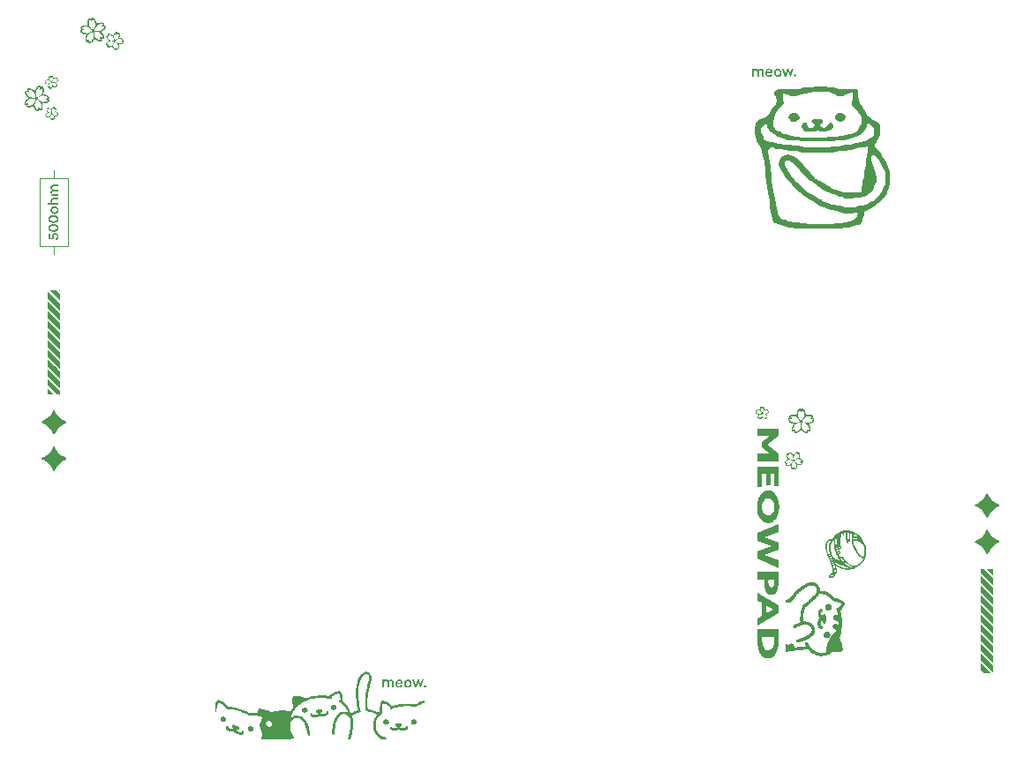
<source format=gbr>
%TF.GenerationSoftware,KiCad,Pcbnew,9.0.0*%
%TF.CreationDate,2025-06-24T12:34:55+10:00*%
%TF.ProjectId,MeowPad,4d656f77-5061-4642-9e6b-696361645f70,rev?*%
%TF.SameCoordinates,Original*%
%TF.FileFunction,Legend,Top*%
%TF.FilePolarity,Positive*%
%FSLAX46Y46*%
G04 Gerber Fmt 4.6, Leading zero omitted, Abs format (unit mm)*
G04 Created by KiCad (PCBNEW 9.0.0) date 2025-06-24 12:34:55*
%MOMM*%
%LPD*%
G01*
G04 APERTURE LIST*
%ADD10C,0.150000*%
%ADD11C,0.000000*%
%ADD12C,0.120000*%
G04 APERTURE END LIST*
D10*
G36*
X119609767Y-123126225D02*
G01*
X119609767Y-123857000D01*
X119770784Y-123857000D01*
X119770784Y-123431040D01*
X119772709Y-123401137D01*
X119778372Y-123372821D01*
X119787533Y-123346626D01*
X119800049Y-123322737D01*
X119815304Y-123302036D01*
X119833428Y-123284211D01*
X119853465Y-123270072D01*
X119875884Y-123259222D01*
X119899753Y-123252134D01*
X119925603Y-123248698D01*
X119935953Y-123248407D01*
X119962052Y-123250308D01*
X119985198Y-123255796D01*
X120022831Y-123275990D01*
X120051420Y-123308057D01*
X120071651Y-123353171D01*
X120082122Y-123412734D01*
X120082987Y-123437696D01*
X120082987Y-123857000D01*
X120243943Y-123857000D01*
X120243943Y-123429330D01*
X120245869Y-123399906D01*
X120251531Y-123371975D01*
X120260719Y-123346013D01*
X120273277Y-123322295D01*
X120288611Y-123301686D01*
X120306834Y-123283927D01*
X120326979Y-123269840D01*
X120349521Y-123259042D01*
X120373485Y-123252022D01*
X120399434Y-123248664D01*
X120409174Y-123248407D01*
X120435271Y-123250308D01*
X120458414Y-123255796D01*
X120496033Y-123275988D01*
X120524606Y-123308051D01*
X120544822Y-123353164D01*
X120555284Y-123412741D01*
X120556147Y-123437696D01*
X120556147Y-123857000D01*
X120717164Y-123857000D01*
X120717164Y-123419500D01*
X120715199Y-123374674D01*
X120709264Y-123331638D01*
X120699960Y-123293076D01*
X120687008Y-123256933D01*
X120671623Y-123225808D01*
X120652988Y-123197448D01*
X120632631Y-123173763D01*
X120609372Y-123153029D01*
X120584580Y-123136317D01*
X120557113Y-123122722D01*
X120527775Y-123112695D01*
X120495846Y-123106043D01*
X120449779Y-123102778D01*
X120382791Y-123110466D01*
X120350335Y-123120021D01*
X120319359Y-123133254D01*
X120290882Y-123149694D01*
X120264701Y-123169481D01*
X120242145Y-123191522D01*
X120222481Y-123216476D01*
X120204742Y-123247003D01*
X120188868Y-123217728D01*
X120170259Y-123191549D01*
X120149339Y-123168797D01*
X120126084Y-123149253D01*
X120073474Y-123120242D01*
X120013308Y-123104982D01*
X119977963Y-123102778D01*
X119945348Y-123104718D01*
X119913623Y-123110485D01*
X119883277Y-123119953D01*
X119854555Y-123133056D01*
X119828355Y-123149335D01*
X119804411Y-123168949D01*
X119783683Y-123191073D01*
X119765718Y-123216191D01*
X119762357Y-123221785D01*
X119756740Y-123126225D01*
X119609767Y-123126225D01*
G37*
G36*
X121261543Y-123105048D02*
G01*
X121299232Y-123111020D01*
X121334744Y-123120539D01*
X121368340Y-123133586D01*
X121399571Y-123149905D01*
X121428882Y-123169714D01*
X121455589Y-123192552D01*
X121480165Y-123218892D01*
X121501847Y-123248016D01*
X121520982Y-123280546D01*
X121536906Y-123315577D01*
X121549755Y-123353684D01*
X121559075Y-123393944D01*
X121564825Y-123436688D01*
X121566763Y-123481171D01*
X121566763Y-123528737D01*
X121024971Y-123528737D01*
X121031683Y-123568859D01*
X121053001Y-123627285D01*
X121084814Y-123673865D01*
X121125293Y-123707902D01*
X121173810Y-123729121D01*
X121201196Y-123734677D01*
X121230745Y-123736588D01*
X121271429Y-123733178D01*
X121323082Y-123716527D01*
X121346816Y-123702595D01*
X121368768Y-123684972D01*
X121390336Y-123661994D01*
X121409959Y-123634739D01*
X121551375Y-123689144D01*
X121543411Y-123705667D01*
X121525554Y-123735523D01*
X121504752Y-123762482D01*
X121480046Y-123787681D01*
X121452716Y-123809710D01*
X121421427Y-123829511D01*
X121387951Y-123845821D01*
X121351044Y-123859149D01*
X121312582Y-123868699D01*
X121272028Y-123874582D01*
X121230745Y-123876539D01*
X121170979Y-123872272D01*
X121132701Y-123864707D01*
X121096360Y-123853564D01*
X121061751Y-123838853D01*
X121029384Y-123820842D01*
X120999096Y-123799475D01*
X120971370Y-123775101D01*
X120946143Y-123747659D01*
X120923807Y-123717530D01*
X120904411Y-123684732D01*
X120888222Y-123649597D01*
X120875372Y-123612284D01*
X120866022Y-123573010D01*
X120860327Y-123532090D01*
X120858397Y-123489597D01*
X120862805Y-123427668D01*
X120865449Y-123413943D01*
X121029184Y-123413943D01*
X121398785Y-123413943D01*
X121396863Y-123403048D01*
X121378186Y-123342434D01*
X121349952Y-123295230D01*
X121313981Y-123261400D01*
X121270452Y-123240446D01*
X121245463Y-123234925D01*
X121218167Y-123233020D01*
X121173728Y-123238367D01*
X121148577Y-123246846D01*
X121125650Y-123258870D01*
X121103400Y-123275453D01*
X121083798Y-123295351D01*
X121065515Y-123320256D01*
X121050433Y-123348024D01*
X121037965Y-123380011D01*
X121029184Y-123413943D01*
X120865449Y-123413943D01*
X120870531Y-123387568D01*
X120881933Y-123348863D01*
X120914771Y-123277667D01*
X120959255Y-123216798D01*
X121013274Y-123168015D01*
X121075106Y-123132307D01*
X121143610Y-123110320D01*
X121180048Y-123104697D01*
X121218167Y-123102778D01*
X121261543Y-123105048D01*
G37*
G36*
X122115347Y-123107026D02*
G01*
X122153575Y-123114602D01*
X122189910Y-123125770D01*
X122224573Y-123140533D01*
X122257019Y-123158609D01*
X122287401Y-123180050D01*
X122315230Y-123204503D01*
X122340535Y-123231995D01*
X122362953Y-123262165D01*
X122382389Y-123294932D01*
X122398619Y-123330013D01*
X122411475Y-123367166D01*
X122420833Y-123406245D01*
X122426522Y-123446850D01*
X122428451Y-123488987D01*
X122423192Y-123557596D01*
X122415044Y-123597200D01*
X122403317Y-123635056D01*
X122369886Y-123704314D01*
X122324425Y-123763600D01*
X122268486Y-123811512D01*
X122203463Y-123846951D01*
X122167991Y-123859668D01*
X122130484Y-123868958D01*
X122091344Y-123874614D01*
X122050424Y-123876539D01*
X121991612Y-123872249D01*
X121953604Y-123864599D01*
X121917428Y-123853329D01*
X121882765Y-123838395D01*
X121850282Y-123820120D01*
X121819778Y-123798415D01*
X121791814Y-123773682D01*
X121766363Y-123745898D01*
X121743806Y-123715442D01*
X121724271Y-123682462D01*
X121707957Y-123647210D01*
X121695069Y-123610048D01*
X121685688Y-123571035D01*
X121680005Y-123530724D01*
X121678076Y-123488987D01*
X121843245Y-123488987D01*
X121843303Y-123494736D01*
X121852314Y-123560870D01*
X121875024Y-123619791D01*
X121908406Y-123667405D01*
X121949906Y-123702128D01*
X121998223Y-123723533D01*
X122024793Y-123729064D01*
X122053233Y-123730970D01*
X122102850Y-123725101D01*
X122129566Y-123716389D01*
X122154038Y-123704177D01*
X122177457Y-123687775D01*
X122198214Y-123668191D01*
X122217231Y-123644380D01*
X122233088Y-123617882D01*
X122246109Y-123588032D01*
X122255536Y-123556291D01*
X122263221Y-123488987D01*
X122263168Y-123483220D01*
X122254449Y-123416279D01*
X122232497Y-123357982D01*
X122199984Y-123311267D01*
X122158912Y-123277109D01*
X122110076Y-123255861D01*
X122082708Y-123250316D01*
X122053233Y-123248407D01*
X122003228Y-123254240D01*
X121976438Y-123262868D01*
X121951912Y-123274968D01*
X121928572Y-123291149D01*
X121907889Y-123310492D01*
X121889004Y-123333965D01*
X121873253Y-123360144D01*
X121860310Y-123389724D01*
X121850931Y-123421291D01*
X121845183Y-123454612D01*
X121843245Y-123488987D01*
X121678076Y-123488987D01*
X121683223Y-123421143D01*
X121691297Y-123381604D01*
X121702949Y-123343829D01*
X121736228Y-123274742D01*
X121781570Y-123215595D01*
X121837464Y-123167768D01*
X121902546Y-123132364D01*
X121938099Y-123119649D01*
X121975700Y-123110361D01*
X122014974Y-123104702D01*
X122056042Y-123102778D01*
X122115347Y-123107026D01*
G37*
G36*
X122725878Y-123857000D02*
G01*
X122877064Y-123857000D01*
X123039486Y-123326077D01*
X123200442Y-123857000D01*
X123351689Y-123857000D01*
X123596665Y-123126225D01*
X123434243Y-123126225D01*
X123276096Y-123659651D01*
X123113675Y-123126225D01*
X122969449Y-123126225D01*
X122805684Y-123659651D01*
X122650285Y-123126225D01*
X122482246Y-123126225D01*
X122725878Y-123857000D01*
G37*
G36*
X123601916Y-123754540D02*
G01*
X123609234Y-123792989D01*
X123630587Y-123826693D01*
X123645995Y-123840363D01*
X123663745Y-123850899D01*
X123683067Y-123857796D01*
X123703731Y-123860807D01*
X123708284Y-123860907D01*
X123747843Y-123853557D01*
X123781366Y-123832409D01*
X123794692Y-123817241D01*
X123804924Y-123799686D01*
X123811652Y-123780326D01*
X123814605Y-123759438D01*
X123814713Y-123754540D01*
X123807363Y-123715003D01*
X123786213Y-123681486D01*
X123771039Y-123668155D01*
X123753480Y-123657917D01*
X123734112Y-123651181D01*
X123713220Y-123648220D01*
X123708284Y-123648111D01*
X123669335Y-123655460D01*
X123635596Y-123676809D01*
X123622092Y-123692128D01*
X123611703Y-123709856D01*
X123604942Y-123729209D01*
X123602008Y-123750067D01*
X123601916Y-123754540D01*
G37*
G36*
X157606021Y-99028875D02*
G01*
X155605184Y-99028875D01*
X155605184Y-99730279D01*
X156777427Y-99730279D01*
X156022228Y-100335147D01*
X156022228Y-100843294D01*
X156777427Y-101448161D01*
X155605184Y-101448161D01*
X155605184Y-102149383D01*
X157606021Y-102149383D01*
X157606021Y-101452191D01*
X156537947Y-100595449D01*
X157606021Y-99742919D01*
X157606021Y-99028875D01*
G37*
G36*
X157606021Y-102651485D02*
G01*
X155605184Y-102651485D01*
X155605184Y-104621242D01*
X156011115Y-104621242D01*
X156011115Y-103365529D01*
X156425840Y-103365529D01*
X156425840Y-104436412D01*
X156831771Y-104436412D01*
X156831771Y-103365529D01*
X157199967Y-103365529D01*
X157199967Y-104579294D01*
X157606021Y-104579294D01*
X157606021Y-102651485D01*
G37*
G36*
X156636588Y-104935036D02*
G01*
X156732775Y-104944478D01*
X156826005Y-104965311D01*
X156916408Y-104997327D01*
X157003192Y-105040047D01*
X157086232Y-105093209D01*
X157164998Y-105156321D01*
X157308327Y-105310640D01*
X157430332Y-105499059D01*
X157528540Y-105717440D01*
X157600861Y-105961742D01*
X157626698Y-106092179D01*
X157645485Y-106228256D01*
X157656872Y-106368563D01*
X157660732Y-106513697D01*
X157660473Y-106551316D01*
X157654573Y-106695657D01*
X157641085Y-106835468D01*
X157620164Y-106970857D01*
X157592116Y-107100755D01*
X157557125Y-107224954D01*
X157515510Y-107342711D01*
X157467563Y-107453501D01*
X157413530Y-107556929D01*
X157288698Y-107739310D01*
X157143654Y-107886225D01*
X157064506Y-107945290D01*
X156980988Y-107994525D01*
X156893956Y-108033259D01*
X156803111Y-108061422D01*
X156709292Y-108078510D01*
X156612197Y-108084301D01*
X156583016Y-108083771D01*
X156487013Y-108074389D01*
X156393952Y-108053601D01*
X156303607Y-108021586D01*
X156216870Y-107978848D01*
X156133778Y-107925600D01*
X156054957Y-107862386D01*
X155980717Y-107789616D01*
X155911387Y-107707713D01*
X155789104Y-107518855D01*
X155690665Y-107300111D01*
X155618206Y-107055724D01*
X155592341Y-106925440D01*
X155573536Y-106789618D01*
X155562149Y-106649791D01*
X155558402Y-106509484D01*
X156006230Y-106509484D01*
X156013391Y-106647020D01*
X156027653Y-106742748D01*
X156049019Y-106832223D01*
X156077946Y-106917529D01*
X156113403Y-106995640D01*
X156156409Y-107068560D01*
X156205295Y-107133153D01*
X156261198Y-107190637D01*
X156322129Y-107238601D01*
X156388643Y-107277268D01*
X156459079Y-107305353D01*
X156532915Y-107322508D01*
X156609388Y-107328308D01*
X156735059Y-107312338D01*
X156872912Y-107253941D01*
X156990807Y-107158829D01*
X157085209Y-107033416D01*
X157154533Y-106882293D01*
X157197652Y-106707602D01*
X157208837Y-106611581D01*
X157212668Y-106509484D01*
X157205551Y-106372943D01*
X157191279Y-106277305D01*
X157169882Y-106187895D01*
X157140846Y-106102453D01*
X157105264Y-106024209D01*
X157062049Y-105951034D01*
X157012958Y-105886218D01*
X156956834Y-105828503D01*
X156895732Y-105780358D01*
X156829171Y-105741583D01*
X156758804Y-105713432D01*
X156685324Y-105696277D01*
X156609388Y-105690476D01*
X156485302Y-105706460D01*
X156347566Y-105765367D01*
X156229137Y-105861446D01*
X156134139Y-105987856D01*
X156064455Y-106139430D01*
X156021235Y-106313493D01*
X156010060Y-106408581D01*
X156006230Y-106509484D01*
X155558402Y-106509484D01*
X155558289Y-106505271D01*
X155558540Y-106468467D01*
X155564428Y-106324825D01*
X155577928Y-106185566D01*
X155598915Y-106050384D01*
X155627059Y-105920584D01*
X155662213Y-105796245D01*
X155704022Y-105678281D01*
X155752211Y-105567170D01*
X155806503Y-105463395D01*
X155931844Y-105280321D01*
X156077214Y-105132889D01*
X156239822Y-105024319D01*
X156326589Y-104985545D01*
X156417083Y-104957352D01*
X156510308Y-104940273D01*
X156606702Y-104934484D01*
X156636588Y-104935036D01*
G37*
G36*
X157606021Y-108178456D02*
G01*
X155605184Y-109068721D01*
X155605184Y-109757486D01*
X156960609Y-110290913D01*
X155605184Y-110824339D01*
X155605184Y-111504677D01*
X157606021Y-112395126D01*
X157606021Y-111651773D01*
X156253282Y-111160295D01*
X157606021Y-110626869D01*
X157606021Y-109971809D01*
X156250473Y-109438383D01*
X157606021Y-108942692D01*
X157606021Y-108178456D01*
G37*
G36*
X157606021Y-113768259D02*
G01*
X157596056Y-114016329D01*
X157560898Y-114270168D01*
X157503988Y-114481294D01*
X157427800Y-114652679D01*
X157332940Y-114787513D01*
X157278260Y-114841724D01*
X157218069Y-114887349D01*
X157152036Y-114923963D01*
X157080209Y-114950891D01*
X157000896Y-114967828D01*
X156915302Y-114973598D01*
X156831397Y-114966878D01*
X156758106Y-114948983D01*
X156689460Y-114920480D01*
X156624052Y-114880960D01*
X156563563Y-114831604D01*
X156505962Y-114770603D01*
X156453731Y-114700402D01*
X156404739Y-114617650D01*
X156361729Y-114526400D01*
X156323045Y-114422348D01*
X156291036Y-114310808D01*
X156264863Y-114187834D01*
X156246010Y-114058882D01*
X156234345Y-113921870D01*
X156230445Y-113780899D01*
X156230445Y-113780583D01*
X156231384Y-113747193D01*
X156636377Y-113747193D01*
X156650210Y-113931273D01*
X156685463Y-114062197D01*
X156739711Y-114156066D01*
X156774624Y-114190547D01*
X156815215Y-114216278D01*
X156863449Y-114232941D01*
X156918233Y-114238671D01*
X156995760Y-114226812D01*
X157039927Y-114206429D01*
X157078299Y-114176842D01*
X157112709Y-114136378D01*
X157141081Y-114087191D01*
X157165898Y-114022900D01*
X157183746Y-113949796D01*
X157195986Y-113856929D01*
X157199967Y-113755620D01*
X157199967Y-113478465D01*
X156650421Y-113478465D01*
X156636377Y-113747193D01*
X156231384Y-113747193D01*
X156234607Y-113632609D01*
X156247176Y-113478465D01*
X155605184Y-113478465D01*
X155605184Y-112760208D01*
X157606021Y-112760208D01*
X157606021Y-113768259D01*
G37*
G36*
X157606021Y-115999784D02*
G01*
X157606021Y-116776842D01*
X155605184Y-117957085D01*
X155605184Y-117201092D01*
X155995972Y-116990982D01*
X155995972Y-116768416D01*
X156404713Y-116768416D01*
X157134999Y-116373659D01*
X156404713Y-115983114D01*
X156404713Y-116768416D01*
X155995972Y-116768416D01*
X155995972Y-115760365D01*
X155605184Y-115550438D01*
X155605184Y-114819725D01*
X157606021Y-115999784D01*
G37*
G36*
X157606021Y-119483725D02*
G01*
X157605877Y-119513803D01*
X157587856Y-119814327D01*
X157541447Y-120090179D01*
X157469408Y-120336592D01*
X157374429Y-120550394D01*
X157258724Y-120729616D01*
X157123794Y-120872836D01*
X157049523Y-120930380D01*
X156970394Y-120978487D01*
X156886853Y-121016551D01*
X156798674Y-121044326D01*
X156705780Y-121061367D01*
X156608411Y-121067151D01*
X156604817Y-121067143D01*
X156508604Y-121060947D01*
X156416389Y-121043495D01*
X156328077Y-121015111D01*
X156244088Y-120976253D01*
X156164001Y-120926948D01*
X156088608Y-120867878D01*
X156017279Y-120798634D01*
X155951071Y-120720293D01*
X155889309Y-120631996D01*
X155833148Y-120535269D01*
X155782037Y-120428944D01*
X155737042Y-120314906D01*
X155697853Y-120191945D01*
X155665308Y-120062074D01*
X155639357Y-119924351D01*
X155620561Y-119780622D01*
X155609060Y-119630466D01*
X155605184Y-119475299D01*
X155605184Y-119437563D01*
X156036272Y-119437563D01*
X156045792Y-119623816D01*
X156081789Y-119823939D01*
X156141605Y-119990575D01*
X156223476Y-120124211D01*
X156272664Y-120178649D01*
X156327272Y-120224348D01*
X156387994Y-120261276D01*
X156454081Y-120288351D01*
X156527080Y-120305377D01*
X156605480Y-120311159D01*
X156720292Y-120298604D01*
X156851602Y-120246422D01*
X156961036Y-120157420D01*
X157007997Y-120099516D01*
X157049468Y-120033146D01*
X157085934Y-119957089D01*
X157116376Y-119872866D01*
X157141284Y-119777820D01*
X157159441Y-119674781D01*
X157170935Y-119560075D01*
X157174810Y-119437563D01*
X157174810Y-118992430D01*
X156036272Y-118992430D01*
X156036272Y-119437563D01*
X155605184Y-119437563D01*
X155605184Y-118261534D01*
X157606021Y-118261534D01*
X157606021Y-119483725D01*
G37*
G36*
X155086767Y-64499225D02*
G01*
X155086767Y-65230000D01*
X155247784Y-65230000D01*
X155247784Y-64804040D01*
X155249709Y-64774137D01*
X155255372Y-64745821D01*
X155264533Y-64719626D01*
X155277049Y-64695737D01*
X155292304Y-64675036D01*
X155310428Y-64657211D01*
X155330465Y-64643072D01*
X155352884Y-64632222D01*
X155376753Y-64625134D01*
X155402603Y-64621698D01*
X155412953Y-64621407D01*
X155439052Y-64623308D01*
X155462198Y-64628796D01*
X155499831Y-64648990D01*
X155528420Y-64681057D01*
X155548651Y-64726171D01*
X155559122Y-64785734D01*
X155559987Y-64810696D01*
X155559987Y-65230000D01*
X155720943Y-65230000D01*
X155720943Y-64802330D01*
X155722869Y-64772906D01*
X155728531Y-64744975D01*
X155737719Y-64719013D01*
X155750277Y-64695295D01*
X155765611Y-64674686D01*
X155783834Y-64656927D01*
X155803979Y-64642840D01*
X155826521Y-64632042D01*
X155850485Y-64625022D01*
X155876434Y-64621664D01*
X155886174Y-64621407D01*
X155912271Y-64623308D01*
X155935414Y-64628796D01*
X155973033Y-64648988D01*
X156001606Y-64681051D01*
X156021822Y-64726164D01*
X156032284Y-64785741D01*
X156033147Y-64810696D01*
X156033147Y-65230000D01*
X156194164Y-65230000D01*
X156194164Y-64792500D01*
X156192199Y-64747674D01*
X156186264Y-64704638D01*
X156176960Y-64666076D01*
X156164008Y-64629933D01*
X156148623Y-64598808D01*
X156129988Y-64570448D01*
X156109631Y-64546763D01*
X156086372Y-64526029D01*
X156061580Y-64509317D01*
X156034113Y-64495722D01*
X156004775Y-64485695D01*
X155972846Y-64479043D01*
X155926779Y-64475778D01*
X155859791Y-64483466D01*
X155827335Y-64493021D01*
X155796359Y-64506254D01*
X155767882Y-64522694D01*
X155741701Y-64542481D01*
X155719145Y-64564522D01*
X155699481Y-64589476D01*
X155681742Y-64620003D01*
X155665868Y-64590728D01*
X155647259Y-64564549D01*
X155626339Y-64541797D01*
X155603084Y-64522253D01*
X155550474Y-64493242D01*
X155490308Y-64477982D01*
X155454963Y-64475778D01*
X155422348Y-64477718D01*
X155390623Y-64483485D01*
X155360277Y-64492953D01*
X155331555Y-64506056D01*
X155305355Y-64522335D01*
X155281411Y-64541949D01*
X155260683Y-64564073D01*
X155242718Y-64589191D01*
X155239357Y-64594785D01*
X155233740Y-64499225D01*
X155086767Y-64499225D01*
G37*
G36*
X156738543Y-64478048D02*
G01*
X156776232Y-64484020D01*
X156811744Y-64493539D01*
X156845340Y-64506586D01*
X156876571Y-64522905D01*
X156905882Y-64542714D01*
X156932589Y-64565552D01*
X156957165Y-64591892D01*
X156978847Y-64621016D01*
X156997982Y-64653546D01*
X157013906Y-64688577D01*
X157026755Y-64726684D01*
X157036075Y-64766944D01*
X157041825Y-64809688D01*
X157043763Y-64854171D01*
X157043763Y-64901737D01*
X156501971Y-64901737D01*
X156508683Y-64941859D01*
X156530001Y-65000285D01*
X156561814Y-65046865D01*
X156602293Y-65080902D01*
X156650810Y-65102121D01*
X156678196Y-65107677D01*
X156707745Y-65109588D01*
X156748429Y-65106178D01*
X156800082Y-65089527D01*
X156823816Y-65075595D01*
X156845768Y-65057972D01*
X156867336Y-65034994D01*
X156886959Y-65007739D01*
X157028375Y-65062144D01*
X157020411Y-65078667D01*
X157002554Y-65108523D01*
X156981752Y-65135482D01*
X156957046Y-65160681D01*
X156929716Y-65182710D01*
X156898427Y-65202511D01*
X156864951Y-65218821D01*
X156828044Y-65232149D01*
X156789582Y-65241699D01*
X156749028Y-65247582D01*
X156707745Y-65249539D01*
X156647979Y-65245272D01*
X156609701Y-65237707D01*
X156573360Y-65226564D01*
X156538751Y-65211853D01*
X156506384Y-65193842D01*
X156476096Y-65172475D01*
X156448370Y-65148101D01*
X156423143Y-65120659D01*
X156400807Y-65090530D01*
X156381411Y-65057732D01*
X156365222Y-65022597D01*
X156352372Y-64985284D01*
X156343022Y-64946010D01*
X156337327Y-64905090D01*
X156335397Y-64862597D01*
X156339805Y-64800668D01*
X156342449Y-64786943D01*
X156506184Y-64786943D01*
X156875785Y-64786943D01*
X156873863Y-64776048D01*
X156855186Y-64715434D01*
X156826952Y-64668230D01*
X156790981Y-64634400D01*
X156747452Y-64613446D01*
X156722463Y-64607925D01*
X156695167Y-64606020D01*
X156650728Y-64611367D01*
X156625577Y-64619846D01*
X156602650Y-64631870D01*
X156580400Y-64648453D01*
X156560798Y-64668351D01*
X156542515Y-64693256D01*
X156527433Y-64721024D01*
X156514965Y-64753011D01*
X156506184Y-64786943D01*
X156342449Y-64786943D01*
X156347531Y-64760568D01*
X156358933Y-64721863D01*
X156391771Y-64650667D01*
X156436255Y-64589798D01*
X156490274Y-64541015D01*
X156552106Y-64505307D01*
X156620610Y-64483320D01*
X156657048Y-64477697D01*
X156695167Y-64475778D01*
X156738543Y-64478048D01*
G37*
G36*
X157592347Y-64480026D02*
G01*
X157630575Y-64487602D01*
X157666910Y-64498770D01*
X157701573Y-64513533D01*
X157734019Y-64531609D01*
X157764401Y-64553050D01*
X157792230Y-64577503D01*
X157817535Y-64604995D01*
X157839953Y-64635165D01*
X157859389Y-64667932D01*
X157875619Y-64703013D01*
X157888475Y-64740166D01*
X157897833Y-64779245D01*
X157903522Y-64819850D01*
X157905451Y-64861987D01*
X157900192Y-64930596D01*
X157892044Y-64970200D01*
X157880317Y-65008056D01*
X157846886Y-65077314D01*
X157801425Y-65136600D01*
X157745486Y-65184512D01*
X157680463Y-65219951D01*
X157644991Y-65232668D01*
X157607484Y-65241958D01*
X157568344Y-65247614D01*
X157527424Y-65249539D01*
X157468612Y-65245249D01*
X157430604Y-65237599D01*
X157394428Y-65226329D01*
X157359765Y-65211395D01*
X157327282Y-65193120D01*
X157296778Y-65171415D01*
X157268814Y-65146682D01*
X157243363Y-65118898D01*
X157220806Y-65088442D01*
X157201271Y-65055462D01*
X157184957Y-65020210D01*
X157172069Y-64983048D01*
X157162688Y-64944035D01*
X157157005Y-64903724D01*
X157155076Y-64861987D01*
X157320245Y-64861987D01*
X157320303Y-64867736D01*
X157329314Y-64933870D01*
X157352024Y-64992791D01*
X157385406Y-65040405D01*
X157426906Y-65075128D01*
X157475223Y-65096533D01*
X157501793Y-65102064D01*
X157530233Y-65103970D01*
X157579850Y-65098101D01*
X157606566Y-65089389D01*
X157631038Y-65077177D01*
X157654457Y-65060775D01*
X157675214Y-65041191D01*
X157694231Y-65017380D01*
X157710088Y-64990882D01*
X157723109Y-64961032D01*
X157732536Y-64929291D01*
X157740221Y-64861987D01*
X157740168Y-64856220D01*
X157731449Y-64789279D01*
X157709497Y-64730982D01*
X157676984Y-64684267D01*
X157635912Y-64650109D01*
X157587076Y-64628861D01*
X157559708Y-64623316D01*
X157530233Y-64621407D01*
X157480228Y-64627240D01*
X157453438Y-64635868D01*
X157428912Y-64647968D01*
X157405572Y-64664149D01*
X157384889Y-64683492D01*
X157366004Y-64706965D01*
X157350253Y-64733144D01*
X157337310Y-64762724D01*
X157327931Y-64794291D01*
X157322183Y-64827612D01*
X157320245Y-64861987D01*
X157155076Y-64861987D01*
X157160223Y-64794143D01*
X157168297Y-64754604D01*
X157179949Y-64716829D01*
X157213228Y-64647742D01*
X157258570Y-64588595D01*
X157314464Y-64540768D01*
X157379546Y-64505364D01*
X157415099Y-64492649D01*
X157452700Y-64483361D01*
X157491974Y-64477702D01*
X157533042Y-64475778D01*
X157592347Y-64480026D01*
G37*
G36*
X158202878Y-65230000D02*
G01*
X158354064Y-65230000D01*
X158516486Y-64699077D01*
X158677442Y-65230000D01*
X158828689Y-65230000D01*
X159073665Y-64499225D01*
X158911243Y-64499225D01*
X158753096Y-65032651D01*
X158590675Y-64499225D01*
X158446449Y-64499225D01*
X158282684Y-65032651D01*
X158127285Y-64499225D01*
X157959246Y-64499225D01*
X158202878Y-65230000D01*
G37*
G36*
X159078916Y-65127540D02*
G01*
X159086234Y-65165989D01*
X159107587Y-65199693D01*
X159122995Y-65213363D01*
X159140745Y-65223899D01*
X159160067Y-65230796D01*
X159180731Y-65233807D01*
X159185284Y-65233907D01*
X159224843Y-65226557D01*
X159258366Y-65205409D01*
X159271692Y-65190241D01*
X159281924Y-65172686D01*
X159288652Y-65153326D01*
X159291605Y-65132438D01*
X159291713Y-65127540D01*
X159284363Y-65088003D01*
X159263213Y-65054486D01*
X159248039Y-65041155D01*
X159230480Y-65030917D01*
X159211112Y-65024181D01*
X159190220Y-65021220D01*
X159185284Y-65021111D01*
X159146335Y-65028460D01*
X159112596Y-65049809D01*
X159099092Y-65065128D01*
X159088703Y-65082856D01*
X159081942Y-65102209D01*
X159079008Y-65123067D01*
X159078916Y-65127540D01*
G37*
G36*
X88559374Y-80583823D02*
G01*
X88551769Y-80507072D01*
X88542353Y-80470262D01*
X88529414Y-80435196D01*
X88513046Y-80402009D01*
X88493459Y-80371108D01*
X88470998Y-80342959D01*
X88445693Y-80317584D01*
X88418217Y-80295604D01*
X88388306Y-80276798D01*
X88356886Y-80261727D01*
X88323433Y-80250148D01*
X88288930Y-80242428D01*
X88252758Y-80238474D01*
X88234226Y-80237975D01*
X88197082Y-80239898D01*
X88161526Y-80245541D01*
X88095158Y-80267557D01*
X88036761Y-80302921D01*
X87988177Y-80350298D01*
X87968156Y-80377977D01*
X87951283Y-80408001D01*
X87937775Y-80440064D01*
X87927760Y-80474047D01*
X87921456Y-80509458D01*
X87918946Y-80546360D01*
X87918908Y-80551583D01*
X87920853Y-80587868D01*
X87926648Y-80621931D01*
X87935800Y-80652487D01*
X87948409Y-80680784D01*
X87972092Y-80716813D01*
X87723086Y-80716813D01*
X87723086Y-80309416D01*
X87573304Y-80309416D01*
X87573304Y-80870808D01*
X88112226Y-80870808D01*
X88126209Y-80739222D01*
X88093055Y-80695567D01*
X88070903Y-80641456D01*
X88063072Y-80582418D01*
X88064994Y-80553290D01*
X88070627Y-80525978D01*
X88079723Y-80500855D01*
X88092108Y-80478036D01*
X88107420Y-80457958D01*
X88125579Y-80440630D01*
X88146143Y-80426440D01*
X88169125Y-80415411D01*
X88194121Y-80407826D01*
X88221140Y-80403810D01*
X88237034Y-80403205D01*
X88264967Y-80405118D01*
X88291109Y-80410690D01*
X88337706Y-80432106D01*
X88375143Y-80465944D01*
X88401363Y-80510462D01*
X88409588Y-80536049D01*
X88414219Y-80563408D01*
X88415210Y-80583823D01*
X88413282Y-80613030D01*
X88407607Y-80640481D01*
X88398427Y-80665852D01*
X88385869Y-80689225D01*
X88351005Y-80729655D01*
X88303383Y-80760856D01*
X88281914Y-80769997D01*
X88308598Y-80923992D01*
X88374795Y-80899840D01*
X88432851Y-80862662D01*
X88481895Y-80813253D01*
X88520470Y-80752675D01*
X88546702Y-80682734D01*
X88558742Y-80606239D01*
X88559374Y-80583823D01*
G37*
G36*
X88113431Y-79403606D02*
G01*
X88219926Y-79417667D01*
X88311953Y-79443044D01*
X88388166Y-79477658D01*
X88449216Y-79520076D01*
X88496346Y-79569742D01*
X88530515Y-79627016D01*
X88542801Y-79658785D01*
X88551851Y-79693076D01*
X88557457Y-79730047D01*
X88559374Y-79769700D01*
X88552951Y-79839799D01*
X88544227Y-79874682D01*
X88532105Y-79907006D01*
X88516029Y-79938165D01*
X88496739Y-79966676D01*
X88472695Y-79994482D01*
X88445553Y-80019413D01*
X88412481Y-80043649D01*
X88376475Y-80064652D01*
X88333371Y-80084428D01*
X88287747Y-80100525D01*
X88234649Y-80114355D01*
X88179985Y-80124091D01*
X88119633Y-80130332D01*
X88059470Y-80132340D01*
X87997289Y-80130156D01*
X87891533Y-80115779D01*
X87799555Y-80089907D01*
X87723091Y-80054701D01*
X87661731Y-80011680D01*
X87614354Y-79961487D01*
X87580044Y-79903851D01*
X87567730Y-79872007D01*
X87558662Y-79837692D01*
X87553057Y-79800818D01*
X87551412Y-79766952D01*
X87702387Y-79766952D01*
X87707492Y-79809148D01*
X87715792Y-79832971D01*
X87727588Y-79854321D01*
X87744743Y-79875708D01*
X87765402Y-79894267D01*
X87794374Y-79913239D01*
X87826771Y-79928667D01*
X87872521Y-79943994D01*
X87920399Y-79954623D01*
X87991253Y-79963343D01*
X88055318Y-79965705D01*
X88141381Y-79961250D01*
X88227911Y-79946259D01*
X88295669Y-79923000D01*
X88345457Y-79893424D01*
X88379847Y-79858295D01*
X88400774Y-79816862D01*
X88406284Y-79793069D01*
X88408188Y-79766952D01*
X88403354Y-79725412D01*
X88395273Y-79701423D01*
X88383718Y-79679939D01*
X88366938Y-79658522D01*
X88346690Y-79639941D01*
X88318338Y-79621005D01*
X88286573Y-79605593D01*
X88241623Y-79590266D01*
X88194403Y-79579596D01*
X88121539Y-79570548D01*
X88055318Y-79568139D01*
X87965766Y-79572484D01*
X87880104Y-79586933D01*
X87813524Y-79609598D01*
X87764582Y-79638769D01*
X87730615Y-79673867D01*
X87709802Y-79715814D01*
X87704291Y-79740147D01*
X87702387Y-79766952D01*
X87551412Y-79766952D01*
X87551139Y-79761335D01*
X87557187Y-79693457D01*
X87565705Y-79658639D01*
X87577621Y-79626395D01*
X87593480Y-79595334D01*
X87612551Y-79566928D01*
X87636380Y-79539218D01*
X87663308Y-79514387D01*
X87696216Y-79490213D01*
X87732067Y-79469278D01*
X87775167Y-79449509D01*
X87820803Y-79433431D01*
X87874224Y-79419556D01*
X87929205Y-79409802D01*
X87990301Y-79403518D01*
X88051105Y-79401504D01*
X88113431Y-79403606D01*
G37*
G36*
X88113431Y-78546802D02*
G01*
X88219926Y-78560863D01*
X88311953Y-78586241D01*
X88388166Y-78620854D01*
X88449216Y-78663272D01*
X88496346Y-78712939D01*
X88530515Y-78770212D01*
X88542801Y-78801981D01*
X88551851Y-78836272D01*
X88557457Y-78873243D01*
X88559374Y-78912896D01*
X88552951Y-78982995D01*
X88544227Y-79017878D01*
X88532105Y-79050202D01*
X88516029Y-79081361D01*
X88496739Y-79109872D01*
X88472695Y-79137678D01*
X88445553Y-79162610D01*
X88412481Y-79186845D01*
X88376475Y-79207848D01*
X88333371Y-79227624D01*
X88287747Y-79243721D01*
X88234649Y-79257551D01*
X88179985Y-79267287D01*
X88119633Y-79273528D01*
X88059470Y-79275536D01*
X87997289Y-79273352D01*
X87891533Y-79258976D01*
X87799555Y-79233103D01*
X87723091Y-79197897D01*
X87661731Y-79154876D01*
X87614354Y-79104683D01*
X87580044Y-79047047D01*
X87567730Y-79015203D01*
X87558662Y-78980888D01*
X87553057Y-78944014D01*
X87551412Y-78910148D01*
X87702387Y-78910148D01*
X87707492Y-78952344D01*
X87715792Y-78976167D01*
X87727588Y-78997517D01*
X87744743Y-79018904D01*
X87765402Y-79037463D01*
X87794374Y-79056435D01*
X87826771Y-79071863D01*
X87872521Y-79087191D01*
X87920399Y-79097820D01*
X87991253Y-79106539D01*
X88055318Y-79108901D01*
X88141381Y-79104446D01*
X88227911Y-79089455D01*
X88295669Y-79066196D01*
X88345457Y-79036620D01*
X88379847Y-79001491D01*
X88400774Y-78960058D01*
X88406284Y-78936265D01*
X88408188Y-78910148D01*
X88403354Y-78868608D01*
X88395273Y-78844619D01*
X88383718Y-78823135D01*
X88366938Y-78801718D01*
X88346690Y-78783137D01*
X88318338Y-78764201D01*
X88286573Y-78748790D01*
X88241623Y-78733462D01*
X88194403Y-78722792D01*
X88121539Y-78713744D01*
X88055318Y-78711335D01*
X87965766Y-78715680D01*
X87880104Y-78730129D01*
X87813524Y-78752794D01*
X87764582Y-78781965D01*
X87730615Y-78817063D01*
X87709802Y-78859010D01*
X87704291Y-78883343D01*
X87702387Y-78910148D01*
X87551412Y-78910148D01*
X87551139Y-78904531D01*
X87557187Y-78836653D01*
X87565705Y-78801835D01*
X87577621Y-78769591D01*
X87593480Y-78738530D01*
X87612551Y-78710124D01*
X87636380Y-78682414D01*
X87663308Y-78657583D01*
X87696216Y-78633409D01*
X87732067Y-78612474D01*
X87775167Y-78592705D01*
X87820803Y-78576627D01*
X87874224Y-78562752D01*
X87929205Y-78552999D01*
X87990301Y-78546714D01*
X88051105Y-78544700D01*
X88113431Y-78546802D01*
G37*
G36*
X88240431Y-77681981D02*
G01*
X88280035Y-77690129D01*
X88317891Y-77701857D01*
X88387149Y-77735288D01*
X88446435Y-77780749D01*
X88494347Y-77836687D01*
X88529786Y-77901710D01*
X88542503Y-77937182D01*
X88551793Y-77974689D01*
X88557449Y-78013829D01*
X88559374Y-78054749D01*
X88555084Y-78113561D01*
X88547434Y-78151570D01*
X88536164Y-78187745D01*
X88521230Y-78222408D01*
X88502955Y-78254891D01*
X88481250Y-78285396D01*
X88456517Y-78313360D01*
X88428733Y-78338811D01*
X88398277Y-78361368D01*
X88365297Y-78380902D01*
X88330045Y-78397216D01*
X88292883Y-78410105D01*
X88253870Y-78419485D01*
X88213559Y-78425169D01*
X88171822Y-78427097D01*
X88103978Y-78421951D01*
X88064439Y-78413876D01*
X88026664Y-78402225D01*
X87957577Y-78368946D01*
X87898430Y-78323603D01*
X87850603Y-78267710D01*
X87815199Y-78202627D01*
X87802484Y-78167075D01*
X87793196Y-78129474D01*
X87787537Y-78090199D01*
X87785745Y-78051940D01*
X87931242Y-78051940D01*
X87937075Y-78101946D01*
X87945703Y-78128735D01*
X87957803Y-78153261D01*
X87973984Y-78176602D01*
X87993327Y-78197285D01*
X88016800Y-78216169D01*
X88042979Y-78231921D01*
X88072559Y-78244863D01*
X88104126Y-78254243D01*
X88137447Y-78259990D01*
X88171822Y-78261928D01*
X88177571Y-78261871D01*
X88243705Y-78252860D01*
X88302626Y-78230150D01*
X88350240Y-78196768D01*
X88384963Y-78155268D01*
X88406368Y-78106951D01*
X88411899Y-78080380D01*
X88413805Y-78051940D01*
X88407936Y-78002324D01*
X88399224Y-77975608D01*
X88387012Y-77951135D01*
X88370610Y-77927717D01*
X88351026Y-77906960D01*
X88327215Y-77887943D01*
X88300717Y-77872085D01*
X88270867Y-77859065D01*
X88239126Y-77849637D01*
X88171822Y-77841952D01*
X88166055Y-77842005D01*
X88099114Y-77850724D01*
X88040817Y-77872677D01*
X87994102Y-77905189D01*
X87959944Y-77946261D01*
X87938696Y-77995097D01*
X87933151Y-78022466D01*
X87931242Y-78051940D01*
X87785745Y-78051940D01*
X87785613Y-78049131D01*
X87789861Y-77989827D01*
X87797437Y-77951598D01*
X87808605Y-77915264D01*
X87823368Y-77880601D01*
X87841444Y-77848155D01*
X87862885Y-77817773D01*
X87887338Y-77789944D01*
X87914830Y-77764638D01*
X87945000Y-77742220D01*
X87977767Y-77722784D01*
X88012848Y-77706555D01*
X88050001Y-77693698D01*
X88089080Y-77684341D01*
X88129685Y-77678651D01*
X88171822Y-77676722D01*
X88240431Y-77681981D01*
G37*
G36*
X88539835Y-77536160D02*
G01*
X88539835Y-77375143D01*
X88113570Y-77375143D01*
X88084561Y-77373223D01*
X88057215Y-77367600D01*
X88031762Y-77358458D01*
X88008538Y-77346008D01*
X87987958Y-77330577D01*
X87970125Y-77312291D01*
X87955503Y-77291664D01*
X87944081Y-77268651D01*
X87936217Y-77243851D01*
X87931960Y-77217110D01*
X87931242Y-77200143D01*
X87933146Y-77173286D01*
X87938658Y-77149428D01*
X87947319Y-77128747D01*
X87958901Y-77110738D01*
X87990919Y-77081455D01*
X88035809Y-77060769D01*
X88095192Y-77049944D01*
X88121935Y-77048957D01*
X88539835Y-77048957D01*
X88539835Y-76887940D01*
X88103739Y-76887940D01*
X88060286Y-76889895D01*
X88018447Y-76895769D01*
X87980225Y-76905097D01*
X87944284Y-76918051D01*
X87912817Y-76933605D01*
X87884055Y-76952400D01*
X87859768Y-76973041D01*
X87838435Y-76996562D01*
X87821138Y-77021606D01*
X87806992Y-77049266D01*
X87796498Y-77078623D01*
X87789409Y-77110453D01*
X87785613Y-77159538D01*
X87787566Y-77193923D01*
X87793426Y-77227214D01*
X87802871Y-77258219D01*
X87816007Y-77287553D01*
X87832195Y-77313999D01*
X87851824Y-77338311D01*
X87894850Y-77375143D01*
X87497223Y-77375143D01*
X87497223Y-77536160D01*
X88539835Y-77536160D01*
G37*
G36*
X87809060Y-76714527D02*
G01*
X88539835Y-76714527D01*
X88539835Y-76553510D01*
X88113875Y-76553510D01*
X88083972Y-76551585D01*
X88055656Y-76545922D01*
X88029461Y-76536761D01*
X88005572Y-76524245D01*
X87984871Y-76508990D01*
X87967046Y-76490866D01*
X87952907Y-76470829D01*
X87942057Y-76448410D01*
X87934969Y-76424542D01*
X87931533Y-76398691D01*
X87931242Y-76388341D01*
X87933143Y-76362242D01*
X87938631Y-76339096D01*
X87958825Y-76301463D01*
X87990892Y-76272874D01*
X88036006Y-76252643D01*
X88095569Y-76242172D01*
X88120531Y-76241307D01*
X88539835Y-76241307D01*
X88539835Y-76080351D01*
X88112165Y-76080351D01*
X88082741Y-76078425D01*
X88054810Y-76072763D01*
X88028848Y-76063575D01*
X88005130Y-76051017D01*
X87984521Y-76035683D01*
X87966762Y-76017460D01*
X87952675Y-75997315D01*
X87941877Y-75974773D01*
X87934857Y-75950810D01*
X87931499Y-75924860D01*
X87931242Y-75915121D01*
X87933143Y-75889023D01*
X87938631Y-75865880D01*
X87958823Y-75828261D01*
X87990886Y-75799688D01*
X88035999Y-75779472D01*
X88095576Y-75769011D01*
X88120531Y-75768147D01*
X88539835Y-75768147D01*
X88539835Y-75607130D01*
X88102335Y-75607130D01*
X88057509Y-75609095D01*
X88014473Y-75615030D01*
X87975911Y-75624334D01*
X87939768Y-75637286D01*
X87908643Y-75652671D01*
X87880283Y-75671306D01*
X87856598Y-75691663D01*
X87835864Y-75714922D01*
X87819152Y-75739714D01*
X87805557Y-75767182D01*
X87795530Y-75796519D01*
X87788878Y-75828448D01*
X87785613Y-75874515D01*
X87793301Y-75941503D01*
X87802856Y-75973959D01*
X87816089Y-76004936D01*
X87832529Y-76033412D01*
X87852316Y-76059593D01*
X87874357Y-76082150D01*
X87899311Y-76101813D01*
X87929838Y-76119552D01*
X87900563Y-76135426D01*
X87874384Y-76154035D01*
X87851632Y-76174955D01*
X87832088Y-76198211D01*
X87803077Y-76250820D01*
X87787817Y-76310986D01*
X87785613Y-76346331D01*
X87787553Y-76378947D01*
X87793320Y-76410672D01*
X87802788Y-76441017D01*
X87815891Y-76469739D01*
X87832170Y-76495940D01*
X87851784Y-76519883D01*
X87873908Y-76540611D01*
X87899026Y-76558577D01*
X87904620Y-76561937D01*
X87809060Y-76567554D01*
X87809060Y-76714527D01*
G37*
D11*
%TO.C,G\u002A\u002A\u002A*%
G36*
X162116857Y-66218569D02*
G01*
X162521621Y-66236003D01*
X162839412Y-66265223D01*
X163035657Y-66306447D01*
X163074354Y-66328209D01*
X163192009Y-66379109D01*
X163432071Y-66407865D01*
X163812579Y-66415844D01*
X164156729Y-66410203D01*
X164599704Y-66406319D01*
X164934355Y-66419070D01*
X165136704Y-66447029D01*
X165185186Y-66471353D01*
X165219642Y-66599186D01*
X165252865Y-66839078D01*
X165271523Y-67054393D01*
X165310205Y-67446651D01*
X165376255Y-67720981D01*
X165487967Y-67930835D01*
X165626959Y-68092790D01*
X165780715Y-68297608D01*
X165933431Y-68572426D01*
X165977035Y-68669926D01*
X166094651Y-68899470D01*
X166256644Y-69082549D01*
X166508920Y-69264926D01*
X166674180Y-69364845D01*
X167012374Y-69577204D01*
X167222500Y-69758324D01*
X167333206Y-69946921D01*
X167373141Y-70181710D01*
X167375656Y-70312770D01*
X167331842Y-70804792D01*
X167213204Y-71195175D01*
X167028936Y-71455582D01*
X166996294Y-71481617D01*
X166815866Y-71673832D01*
X166802350Y-71871399D01*
X166956940Y-72081506D01*
X167117014Y-72207065D01*
X167360858Y-72419698D01*
X167459144Y-72612948D01*
X167460257Y-72630239D01*
X167498305Y-72803658D01*
X167549958Y-72871675D01*
X167640113Y-72977788D01*
X167757870Y-73176012D01*
X167791131Y-73241435D01*
X167915337Y-73490471D01*
X168023782Y-73700110D01*
X168039567Y-73729391D01*
X168242019Y-74275318D01*
X168309479Y-74920156D01*
X168295796Y-75235357D01*
X168260335Y-75552332D01*
X168215710Y-75806048D01*
X168171307Y-75943703D01*
X168169397Y-75946411D01*
X168099880Y-76087686D01*
X168017429Y-76319443D01*
X167992468Y-76402602D01*
X167835165Y-76717881D01*
X167553403Y-77062389D01*
X167183543Y-77405433D01*
X166761946Y-77716319D01*
X166324975Y-77964356D01*
X165983277Y-78098550D01*
X165861107Y-78214051D01*
X165833108Y-78346180D01*
X165808557Y-78530490D01*
X165769376Y-78612831D01*
X165710909Y-78730220D01*
X165641408Y-78947210D01*
X165619207Y-79033162D01*
X165529453Y-79287740D01*
X165398436Y-79418277D01*
X165318243Y-79448813D01*
X165120328Y-79505235D01*
X164830108Y-79590150D01*
X164588851Y-79661779D01*
X164403760Y-79709891D01*
X164192321Y-79747723D01*
X163931128Y-79776697D01*
X163596778Y-79798235D01*
X163165866Y-79813758D01*
X162614988Y-79824689D01*
X161920741Y-79832447D01*
X161757095Y-79833787D01*
X161112556Y-79835762D01*
X160497168Y-79831957D01*
X159940079Y-79822990D01*
X159470440Y-79809478D01*
X159117400Y-79792038D01*
X158925338Y-79773785D01*
X158578622Y-79703906D01*
X158161304Y-79595244D01*
X157762777Y-79471110D01*
X157756831Y-79469053D01*
X157103188Y-79242415D01*
X156950964Y-78545363D01*
X156870363Y-78125123D01*
X156802703Y-77680844D01*
X156762057Y-77305502D01*
X156761009Y-77290540D01*
X156730097Y-76990575D01*
X156686675Y-76758306D01*
X156644409Y-76651250D01*
X156591329Y-76516427D01*
X156565915Y-76294675D01*
X156565541Y-76264534D01*
X156539606Y-75956414D01*
X156479454Y-75659568D01*
X156441313Y-75463920D01*
X156397325Y-75138656D01*
X156352386Y-74725449D01*
X156311394Y-74265967D01*
X156303063Y-74158446D01*
X156227189Y-73413230D01*
X156121792Y-72779682D01*
X156006760Y-72335218D01*
X156618547Y-72335218D01*
X156624948Y-72510519D01*
X156666484Y-72798283D01*
X156693257Y-72957094D01*
X156756853Y-73367423D01*
X156823488Y-73861519D01*
X156881635Y-74352146D01*
X156897325Y-74501689D01*
X156972530Y-75196571D01*
X157048123Y-75795207D01*
X157121245Y-76278623D01*
X157189042Y-76627848D01*
X157246162Y-76818581D01*
X157294957Y-76992740D01*
X157342953Y-77272250D01*
X157374279Y-77542052D01*
X157419083Y-77862018D01*
X157484895Y-78134844D01*
X157544718Y-78277737D01*
X157653412Y-78509923D01*
X157694579Y-78669709D01*
X157749010Y-78813481D01*
X157892148Y-78902554D01*
X158088683Y-78954493D01*
X158310204Y-79014166D01*
X158439610Y-79074393D01*
X158453379Y-79094504D01*
X158533306Y-79127300D01*
X158750875Y-79169629D01*
X159072761Y-79216005D01*
X159461656Y-79260535D01*
X159874963Y-79303483D01*
X160237790Y-79342771D01*
X160508886Y-79373833D01*
X160641554Y-79391175D01*
X160869500Y-79408368D01*
X161229419Y-79412513D01*
X161682294Y-79405290D01*
X162189110Y-79388378D01*
X162710851Y-79363457D01*
X163208500Y-79332207D01*
X163643041Y-79296308D01*
X163975460Y-79257440D01*
X164056735Y-79244131D01*
X164420697Y-79168019D01*
X164665637Y-79086088D01*
X164843347Y-78975894D01*
X164979201Y-78844363D01*
X165159161Y-78600245D01*
X165228393Y-78399001D01*
X165182906Y-78268728D01*
X165065875Y-78234459D01*
X164901603Y-78273863D01*
X164846284Y-78320270D01*
X164714302Y-78382594D01*
X164450719Y-78391080D01*
X164084607Y-78352207D01*
X163645035Y-78272454D01*
X163161077Y-78158300D01*
X162661804Y-78016224D01*
X162176287Y-77852704D01*
X161733598Y-77674221D01*
X161542568Y-77583989D01*
X161240236Y-77422700D01*
X160913225Y-77232966D01*
X160598485Y-77038206D01*
X160332963Y-76861841D01*
X160153608Y-76727289D01*
X160098086Y-76668412D01*
X159999275Y-76607660D01*
X159962419Y-76604054D01*
X159865822Y-76544356D01*
X159682224Y-76383736D01*
X159438238Y-76149903D01*
X159160475Y-75870567D01*
X158875547Y-75573435D01*
X158610067Y-75286218D01*
X158390647Y-75036625D01*
X158243898Y-74852365D01*
X158195946Y-74764759D01*
X158150878Y-74671799D01*
X158033458Y-74482044D01*
X157890181Y-74267575D01*
X157692428Y-73933731D01*
X157625466Y-73698913D01*
X157631577Y-73647515D01*
X157633941Y-73634553D01*
X158191051Y-73634553D01*
X158258356Y-73898735D01*
X158424476Y-74173900D01*
X158449891Y-74204592D01*
X158604559Y-74407754D01*
X158696564Y-74571363D01*
X158707324Y-74613557D01*
X158766804Y-74709327D01*
X158924182Y-74893779D01*
X159151812Y-75139234D01*
X159422045Y-75418007D01*
X159707235Y-75702418D01*
X159979735Y-75964783D01*
X160211898Y-76177421D01*
X160376076Y-76312650D01*
X160438190Y-76346621D01*
X160543119Y-76393245D01*
X160738025Y-76513904D01*
X160920976Y-76640124D01*
X161188893Y-76813811D01*
X161440522Y-76946291D01*
X161564755Y-76992670D01*
X161734802Y-77057005D01*
X161800000Y-77121403D01*
X161874386Y-77184174D01*
X162055790Y-77244186D01*
X162078885Y-77249240D01*
X162340624Y-77329224D01*
X162549642Y-77428870D01*
X162738793Y-77503957D01*
X163026666Y-77570886D01*
X163260244Y-77604570D01*
X163540382Y-77642625D01*
X163743468Y-77686646D01*
X163817034Y-77720371D01*
X163922137Y-77759395D01*
X164145239Y-77784373D01*
X164433355Y-77795216D01*
X164733497Y-77791835D01*
X164992678Y-77774140D01*
X165157911Y-77742042D01*
X165187621Y-77722679D01*
X165307200Y-77654490D01*
X165457522Y-77633783D01*
X165652246Y-77598543D01*
X165929078Y-77507631D01*
X166141488Y-77419256D01*
X166401660Y-77304888D01*
X166598094Y-77227064D01*
X166675893Y-77204729D01*
X166788599Y-77140136D01*
X166963595Y-76972674D01*
X167167295Y-76741819D01*
X167366114Y-76487047D01*
X167526467Y-76247833D01*
X167588466Y-76132094D01*
X167703943Y-75883094D01*
X167799572Y-75680716D01*
X167819383Y-75639846D01*
X167865834Y-75447467D01*
X167888214Y-75155125D01*
X167886516Y-74832786D01*
X167860734Y-74550412D01*
X167819483Y-74393261D01*
X167741997Y-74233390D01*
X167622828Y-73985576D01*
X167541223Y-73815202D01*
X167358367Y-73480719D01*
X167136827Y-73138248D01*
X167047994Y-73018036D01*
X166868464Y-72806890D01*
X166747815Y-72720666D01*
X166654342Y-72738518D01*
X166639767Y-72749658D01*
X166537671Y-72937862D01*
X166522334Y-73232917D01*
X166589730Y-73596031D01*
X166735835Y-73988411D01*
X166777027Y-74072635D01*
X166960116Y-74528769D01*
X167033911Y-74949290D01*
X166993272Y-75296886D01*
X166957458Y-75382414D01*
X166877546Y-75552821D01*
X166769941Y-75800550D01*
X166732022Y-75891404D01*
X166551760Y-76235284D01*
X166317515Y-76475928D01*
X165984623Y-76650316D01*
X165703363Y-76743029D01*
X165336796Y-76829006D01*
X164940457Y-76891238D01*
X164556730Y-76926736D01*
X164228000Y-76932512D01*
X163996651Y-76905576D01*
X163918369Y-76868909D01*
X163753929Y-76785047D01*
X163682353Y-76775675D01*
X163542600Y-76746893D01*
X163286763Y-76669723D01*
X162958729Y-76557930D01*
X162777049Y-76491749D01*
X161883482Y-76074986D01*
X161105058Y-75534043D01*
X160960318Y-75408177D01*
X160801313Y-75282885D01*
X160695511Y-75231081D01*
X160601728Y-75166006D01*
X160396850Y-74971163D01*
X160081431Y-74647118D01*
X159656026Y-74194441D01*
X159205282Y-73705581D01*
X158913315Y-73428498D01*
X158663765Y-73292926D01*
X158427085Y-73284574D01*
X158367568Y-73300337D01*
X158226232Y-73421654D01*
X158191051Y-73634553D01*
X157633941Y-73634553D01*
X157672340Y-73423999D01*
X157679909Y-73317693D01*
X157758764Y-73103662D01*
X157958823Y-72912596D01*
X158230193Y-72780846D01*
X158469327Y-72742567D01*
X158768632Y-72770785D01*
X159050060Y-72866600D01*
X159336753Y-73046756D01*
X159651853Y-73327995D01*
X160018503Y-73727062D01*
X160307741Y-74072635D01*
X160652644Y-74489716D01*
X160906049Y-74782923D01*
X161079961Y-74965279D01*
X161186388Y-75049807D01*
X161217516Y-75059459D01*
X161336528Y-75105671D01*
X161524847Y-75220023D01*
X161571503Y-75252533D01*
X161995760Y-75536772D01*
X162423925Y-75790417D01*
X162807786Y-75986485D01*
X163064260Y-76088034D01*
X163335681Y-76181114D01*
X163571741Y-76277844D01*
X163593472Y-76288242D01*
X163772555Y-76333726D01*
X164077874Y-76368113D01*
X164464179Y-76387121D01*
X164664387Y-76389527D01*
X165529328Y-76389527D01*
X165596610Y-75960473D01*
X165639365Y-75655064D01*
X165643510Y-75617229D01*
X166262162Y-75617229D01*
X166305068Y-75660135D01*
X166347973Y-75617229D01*
X166305068Y-75574324D01*
X166262162Y-75617229D01*
X165643510Y-75617229D01*
X165669449Y-75380440D01*
X165675835Y-75292379D01*
X165708110Y-75102225D01*
X165760443Y-75008429D01*
X165808083Y-74900943D01*
X165832341Y-74693561D01*
X165833123Y-74646793D01*
X165849268Y-74402673D01*
X165891660Y-74062696D01*
X165951254Y-73698956D01*
X165953577Y-73686486D01*
X166025060Y-73272017D01*
X166091817Y-72830614D01*
X166134761Y-72496661D01*
X166195507Y-71950417D01*
X165864139Y-71999956D01*
X165411981Y-72069858D01*
X165101552Y-72124338D01*
X164904302Y-72169401D01*
X164791682Y-72211054D01*
X164757989Y-72232636D01*
X164639509Y-72267754D01*
X164390399Y-72306313D01*
X164051417Y-72342796D01*
X163789988Y-72363631D01*
X163418998Y-72395620D01*
X163115915Y-72433866D01*
X162919053Y-72472822D01*
X162864942Y-72497583D01*
X162765640Y-72525227D01*
X162528485Y-72546232D01*
X162187111Y-72560732D01*
X161775154Y-72568857D01*
X161326247Y-72570740D01*
X160874025Y-72566513D01*
X160452124Y-72556309D01*
X160094178Y-72540260D01*
X159833822Y-72518497D01*
X159704689Y-72491154D01*
X159697635Y-72485135D01*
X159585830Y-72431667D01*
X159370200Y-72401600D01*
X159284970Y-72399207D01*
X159026994Y-72383835D01*
X158669659Y-72343241D01*
X158281961Y-72285529D01*
X158205968Y-72272491D01*
X157870812Y-72219509D01*
X157601184Y-72188055D01*
X157440739Y-72182798D01*
X157418147Y-72188197D01*
X157318420Y-72170591D01*
X157295798Y-72143291D01*
X157162337Y-72068380D01*
X156954153Y-72068246D01*
X156749658Y-72140177D01*
X156715616Y-72163344D01*
X156648397Y-72232715D01*
X156618547Y-72335218D01*
X156006760Y-72335218D01*
X155990732Y-72273290D01*
X155837867Y-71909546D01*
X155697258Y-71727120D01*
X155571128Y-71565483D01*
X155535811Y-71446814D01*
X155503881Y-71276992D01*
X155425239Y-71041524D01*
X155407095Y-70996681D01*
X155299753Y-70586904D01*
X155296683Y-70364970D01*
X155882191Y-70364970D01*
X155885223Y-70575623D01*
X155992874Y-70707750D01*
X156007770Y-70714139D01*
X156104708Y-70828147D01*
X156136487Y-70986882D01*
X156178075Y-71210147D01*
X156320562Y-71360235D01*
X156590531Y-71456778D01*
X156827983Y-71497605D01*
X157103743Y-71544481D01*
X157311121Y-71597485D01*
X157380743Y-71628811D01*
X157493501Y-71660656D01*
X157743838Y-71700936D01*
X158098204Y-71745141D01*
X158523044Y-71788763D01*
X158667906Y-71801820D01*
X159108202Y-71845152D01*
X159488710Y-71891976D01*
X159775870Y-71937458D01*
X159936120Y-71976763D01*
X159955068Y-71987202D01*
X160062966Y-72009367D01*
X160308711Y-72023916D01*
X160658719Y-72031360D01*
X161079407Y-72032211D01*
X161537192Y-72026979D01*
X161998491Y-72016177D01*
X162429721Y-72000315D01*
X162797300Y-71979905D01*
X163067643Y-71955459D01*
X163172973Y-71938202D01*
X163356639Y-71904555D01*
X163654919Y-71859569D01*
X164011931Y-71811522D01*
X164116892Y-71798392D01*
X164467633Y-71748583D01*
X164762838Y-71694414D01*
X164952966Y-71645386D01*
X164983841Y-71632158D01*
X165149638Y-71573334D01*
X165406109Y-71514979D01*
X165521164Y-71495565D01*
X165812494Y-71423701D01*
X166063927Y-71315355D01*
X166126534Y-71273889D01*
X166311514Y-71157359D01*
X166451609Y-71112162D01*
X166640365Y-71037596D01*
X166748326Y-70813136D01*
X166777027Y-70504509D01*
X166761028Y-70239507D01*
X166688905Y-70067388D01*
X166524471Y-69910576D01*
X166486158Y-69880944D01*
X166195288Y-69659087D01*
X166102994Y-70025621D01*
X165936876Y-70370962D01*
X165642453Y-70691281D01*
X165262954Y-70956155D01*
X164841613Y-71135158D01*
X164437148Y-71197973D01*
X164207366Y-71228490D01*
X164047082Y-71302219D01*
X164043953Y-71305236D01*
X163928900Y-71336312D01*
X163667635Y-71362522D01*
X163285499Y-71383842D01*
X162807831Y-71400243D01*
X162259972Y-71411699D01*
X161667265Y-71418184D01*
X161055048Y-71419671D01*
X160448664Y-71416133D01*
X159873453Y-71407543D01*
X159354755Y-71393876D01*
X158917912Y-71375103D01*
X158588264Y-71351200D01*
X158391152Y-71322138D01*
X158359106Y-71311215D01*
X158132379Y-71215645D01*
X157861883Y-71121215D01*
X157844400Y-71115825D01*
X157523830Y-70985551D01*
X157189365Y-70798216D01*
X156892911Y-70588013D01*
X156686376Y-70389133D01*
X156642552Y-70324171D01*
X156542411Y-70083078D01*
X156485026Y-69878968D01*
X156453802Y-69727276D01*
X157080406Y-69727276D01*
X157136918Y-69965551D01*
X157278713Y-70211271D01*
X157464179Y-70410339D01*
X157651704Y-70508658D01*
X157683645Y-70511486D01*
X157840698Y-70546764D01*
X157888333Y-70585526D01*
X157992084Y-70648486D01*
X158204828Y-70725719D01*
X158343904Y-70765105D01*
X158623973Y-70843526D01*
X158857381Y-70919546D01*
X158925338Y-70946192D01*
X159123134Y-71003458D01*
X159389719Y-71047389D01*
X159440203Y-71052526D01*
X159799584Y-71073430D01*
X160282323Y-71085811D01*
X160841090Y-71090027D01*
X161428555Y-71086438D01*
X161997388Y-71075404D01*
X162500260Y-71057284D01*
X162889842Y-71032437D01*
X162958446Y-71025808D01*
X163747269Y-70923144D01*
X164368730Y-70800077D01*
X164821991Y-70656856D01*
X165106218Y-70493731D01*
X165209315Y-70354832D01*
X165299445Y-70181600D01*
X165418661Y-70006502D01*
X165536709Y-69744297D01*
X165575676Y-69436622D01*
X165552907Y-69191867D01*
X165465623Y-68974953D01*
X165285356Y-68720889D01*
X165235258Y-68659437D01*
X165033813Y-68428757D01*
X164858101Y-68250097D01*
X164764688Y-68174647D01*
X164698345Y-68104917D01*
X164668044Y-67966780D01*
X164669809Y-67722953D01*
X164688643Y-67461716D01*
X164742751Y-66821621D01*
X164517706Y-66821621D01*
X164292608Y-66866511D01*
X164040107Y-66976253D01*
X164011703Y-66992922D01*
X163767348Y-67119141D01*
X163557352Y-67152327D01*
X163317705Y-67091670D01*
X163073819Y-66981058D01*
X162809431Y-66852241D01*
X162581102Y-66743534D01*
X162516582Y-66713751D01*
X162302381Y-66669975D01*
X161960825Y-66660370D01*
X161531940Y-66681196D01*
X161055754Y-66728712D01*
X160572291Y-66799178D01*
X160121579Y-66888854D01*
X159836597Y-66964190D01*
X159459275Y-67071121D01*
X159202288Y-67122135D01*
X159025651Y-67122564D01*
X158910093Y-67087721D01*
X158657320Y-67013614D01*
X158466503Y-66993243D01*
X158248585Y-66956042D01*
X158116642Y-66885979D01*
X158057201Y-66854689D01*
X158030995Y-66924404D01*
X158034020Y-67121316D01*
X158049400Y-67325642D01*
X158095785Y-67872568D01*
X157721899Y-68262753D01*
X157397894Y-68692906D01*
X157176006Y-69179322D01*
X157081917Y-69663363D01*
X157080406Y-69727276D01*
X156453802Y-69727276D01*
X156434314Y-69632598D01*
X156156684Y-69891943D01*
X155975453Y-70121756D01*
X155882191Y-70364970D01*
X155296683Y-70364970D01*
X155293872Y-70161822D01*
X155387929Y-69789207D01*
X155436321Y-69696283D01*
X155532213Y-69556825D01*
X155646703Y-69447389D01*
X155819044Y-69341996D01*
X156088492Y-69214665D01*
X156309094Y-69118650D01*
X156545921Y-68965474D01*
X156722576Y-68764075D01*
X156734527Y-68742060D01*
X156864143Y-68522626D01*
X157046128Y-68257756D01*
X157126000Y-68151689D01*
X157329438Y-67873801D01*
X157428902Y-67670664D01*
X157435659Y-67489853D01*
X157360976Y-67278942D01*
X157328358Y-67210133D01*
X157203108Y-66910192D01*
X157184287Y-66711215D01*
X157277501Y-66575281D01*
X157435256Y-66486995D01*
X157624000Y-66430068D01*
X157885329Y-66403547D01*
X158255250Y-66405436D01*
X158597811Y-66422577D01*
X159055629Y-66443303D01*
X159384311Y-66438218D01*
X159624753Y-66404818D01*
X159798035Y-66349096D01*
X159998565Y-66300451D01*
X160319571Y-66262269D01*
X160726478Y-66234769D01*
X161184711Y-66218173D01*
X161659695Y-66212699D01*
X162116857Y-66218569D01*
G37*
G36*
X161627987Y-69314072D02*
G01*
X161795067Y-69335546D01*
X161868010Y-69389052D01*
X161885543Y-69489083D01*
X161885811Y-69518879D01*
X161819843Y-69715231D01*
X161714189Y-69782094D01*
X161565425Y-69861997D01*
X161581892Y-69960710D01*
X161762681Y-70085422D01*
X162014083Y-70147183D01*
X162222536Y-70043679D01*
X162356666Y-69839433D01*
X162507295Y-69684125D01*
X162635551Y-69653378D01*
X162782123Y-69718941D01*
X162844247Y-69880514D01*
X162823191Y-70085426D01*
X162720224Y-70281004D01*
X162618222Y-70372901D01*
X162411200Y-70452742D01*
X162123530Y-70499355D01*
X161817194Y-70510441D01*
X161554173Y-70483698D01*
X161397793Y-70418198D01*
X161294213Y-70371318D01*
X161246851Y-70418198D01*
X161136770Y-70466662D01*
X160906569Y-70500335D01*
X160638468Y-70511486D01*
X160330179Y-70504252D01*
X160142966Y-70472171D01*
X160026536Y-70399670D01*
X159947586Y-70297584D01*
X159849763Y-70051397D01*
X159868215Y-69832590D01*
X159990062Y-69687066D01*
X160128324Y-69653378D01*
X160299698Y-69698031D01*
X160341216Y-69807837D01*
X160406984Y-70028616D01*
X160574640Y-70144042D01*
X160799714Y-70138389D01*
X160989849Y-70037210D01*
X161100764Y-69936098D01*
X161082371Y-69860804D01*
X160963345Y-69769311D01*
X160818832Y-69612296D01*
X160770270Y-69471290D01*
X160790662Y-69383717D01*
X160876743Y-69334881D01*
X161065870Y-69313988D01*
X161328041Y-69310135D01*
X161627987Y-69314072D01*
G37*
G36*
X159454078Y-68814506D02*
G01*
X159512714Y-68866385D01*
X159637802Y-69060869D01*
X159612017Y-69236850D01*
X159483108Y-69395946D01*
X159244006Y-69534850D01*
X158969057Y-69554806D01*
X158727937Y-69454536D01*
X158681205Y-69410641D01*
X158552018Y-69183783D01*
X158593185Y-68971644D01*
X158696115Y-68851475D01*
X158931630Y-68734441D01*
X159210276Y-68722593D01*
X159454078Y-68814506D01*
G37*
G36*
X163639917Y-68736779D02*
G01*
X163863613Y-68837697D01*
X164006171Y-69020005D01*
X164031081Y-69153423D01*
X163957779Y-69355206D01*
X163774309Y-69493322D01*
X163535325Y-69551936D01*
X163295479Y-69515209D01*
X163143367Y-69410641D01*
X163014181Y-69183783D01*
X163055348Y-68971644D01*
X163158277Y-68851475D01*
X163387375Y-68735342D01*
X163639917Y-68736779D01*
G37*
G36*
X177494080Y-121998396D02*
G01*
X177997653Y-122501826D01*
X177676679Y-122505381D01*
X177355706Y-122508935D01*
X177173106Y-122326685D01*
X176990506Y-122144435D01*
X176990506Y-121819701D01*
X176990506Y-121494967D01*
X177494080Y-121998396D01*
G37*
G36*
X177593375Y-121170214D02*
G01*
X178196244Y-121772974D01*
X178196244Y-122097596D01*
X178196244Y-122422218D01*
X177593375Y-121819458D01*
X176990506Y-121216698D01*
X176990506Y-120892076D01*
X176990506Y-120567454D01*
X177593375Y-121170214D01*
G37*
G36*
X177593375Y-120242723D02*
G01*
X178196244Y-120845483D01*
X178195625Y-121170160D01*
X178195006Y-121494836D01*
X177592756Y-120887336D01*
X176990506Y-120279836D01*
X176990506Y-119959900D01*
X176990506Y-119639963D01*
X177593375Y-120242723D01*
G37*
G36*
X177593375Y-118379312D02*
G01*
X178196244Y-118978762D01*
X178196244Y-119302628D01*
X178196244Y-119626495D01*
X177593375Y-119023735D01*
X176990506Y-118420975D01*
X176990506Y-118100419D01*
X176990506Y-117779862D01*
X177593375Y-118379312D01*
G37*
G36*
X177593375Y-117447001D02*
G01*
X178196244Y-118049761D01*
X178196244Y-118374383D01*
X178196244Y-118699004D01*
X177593375Y-118096244D01*
X176990506Y-117493485D01*
X176990506Y-117168863D01*
X176990506Y-116844241D01*
X177593375Y-117447001D01*
G37*
G36*
X177593375Y-116519510D02*
G01*
X178196244Y-117122270D01*
X178196244Y-117446892D01*
X178196244Y-117771513D01*
X177593375Y-117168754D01*
X176990506Y-116565994D01*
X176990506Y-116241372D01*
X176990506Y-115916750D01*
X177593375Y-116519510D01*
G37*
G36*
X177593375Y-115592019D02*
G01*
X178196244Y-116194779D01*
X178195625Y-116519455D01*
X178195006Y-116844132D01*
X177592756Y-116236632D01*
X176990506Y-115629132D01*
X176990506Y-115309195D01*
X176990506Y-114989259D01*
X177593375Y-115592019D01*
G37*
G36*
X177593375Y-113729329D02*
G01*
X178196244Y-114329155D01*
X178196244Y-114652473D01*
X178196244Y-114975791D01*
X177593375Y-114373031D01*
X176990506Y-113770271D01*
X176990506Y-113449887D01*
X176990506Y-113129503D01*
X177593375Y-113729329D01*
G37*
G36*
X177749134Y-112952055D02*
G01*
X178196244Y-113399310D01*
X178196244Y-113723805D01*
X178196244Y-114048300D01*
X177593375Y-113445540D01*
X176990506Y-112842780D01*
X176990506Y-112673790D01*
X176990506Y-112504800D01*
X177146265Y-112504800D01*
X177302024Y-112504800D01*
X177749134Y-112952055D01*
G37*
G36*
X177005474Y-122437565D02*
G01*
X177027600Y-122459142D01*
X177036881Y-122468701D01*
X177074963Y-122508451D01*
X177032735Y-122508451D01*
X177003433Y-122505636D01*
X176992148Y-122491975D01*
X176990506Y-122468701D01*
X176991710Y-122440765D01*
X176994609Y-122428954D01*
X176994652Y-122428952D01*
X177005474Y-122437565D01*
G37*
G36*
X177592775Y-119310803D02*
G01*
X178195044Y-119918102D01*
X178195644Y-120233843D01*
X178196244Y-120549585D01*
X177773998Y-120135960D01*
X177677824Y-120041453D01*
X177580498Y-119945271D01*
X177485185Y-119850576D01*
X177395047Y-119760532D01*
X177313249Y-119678303D01*
X177242954Y-119607053D01*
X177187326Y-119549946D01*
X177171129Y-119533070D01*
X176990506Y-119343806D01*
X176990506Y-119023655D01*
X176990506Y-118703504D01*
X177592775Y-119310803D01*
G37*
G36*
X177592775Y-114660098D02*
G01*
X178195044Y-115267397D01*
X178195644Y-115583142D01*
X178196244Y-115898886D01*
X177791664Y-115503642D01*
X177696023Y-115409855D01*
X177598122Y-115313206D01*
X177501423Y-115217156D01*
X177409389Y-115125169D01*
X177325482Y-115040707D01*
X177253166Y-114967233D01*
X177195902Y-114908210D01*
X177188795Y-114900785D01*
X176990506Y-114693172D01*
X176990506Y-114372986D01*
X176990506Y-114052800D01*
X177592775Y-114660098D01*
G37*
G36*
X178196244Y-112812751D02*
G01*
X178196244Y-113120702D01*
X177891497Y-112816171D01*
X177818008Y-112742633D01*
X177750894Y-112675279D01*
X177692360Y-112616339D01*
X177644611Y-112568038D01*
X177609851Y-112532606D01*
X177590284Y-112512271D01*
X177586750Y-112508220D01*
X177599384Y-112507247D01*
X177634818Y-112506382D01*
X177689354Y-112505666D01*
X177759294Y-112505140D01*
X177840937Y-112504847D01*
X177891497Y-112504800D01*
X178196244Y-112504800D01*
X178196244Y-112812751D01*
G37*
G36*
X177714685Y-105281410D02*
G01*
X177795701Y-105438558D01*
X177797695Y-105443057D01*
X177915041Y-105678747D01*
X178040087Y-105853619D01*
X178196327Y-105992394D01*
X178407253Y-106119797D01*
X178472853Y-106153558D01*
X178626723Y-106236957D01*
X178745230Y-106312677D01*
X178810530Y-106368791D01*
X178817809Y-106384115D01*
X178781091Y-106429735D01*
X178684769Y-106494705D01*
X178549593Y-106565057D01*
X178547812Y-106565880D01*
X178278920Y-106713860D01*
X178073661Y-106888169D01*
X177908754Y-107111587D01*
X177819640Y-107278382D01*
X177742570Y-107423768D01*
X177672162Y-107532379D01*
X177621175Y-107585110D01*
X177613290Y-107587328D01*
X177568249Y-107550678D01*
X177502342Y-107454042D01*
X177428959Y-107317388D01*
X177420707Y-107300139D01*
X177289424Y-107053538D01*
X177151463Y-106870750D01*
X176985523Y-106729837D01*
X176770305Y-106608863D01*
X176732065Y-106590900D01*
X176551225Y-106498890D01*
X176452977Y-106422764D01*
X176436219Y-106354703D01*
X176499852Y-106286887D01*
X176642771Y-106211499D01*
X176676513Y-106196658D01*
X176979593Y-106024684D01*
X177217749Y-105796337D01*
X177396667Y-105506048D01*
X177408891Y-105479314D01*
X177497091Y-105304512D01*
X177572626Y-105213711D01*
X177642742Y-105206236D01*
X177714685Y-105281410D01*
G37*
G36*
X177714685Y-108781410D02*
G01*
X177795701Y-108938558D01*
X177797695Y-108943057D01*
X177915041Y-109178747D01*
X178040087Y-109353619D01*
X178196327Y-109492394D01*
X178407253Y-109619797D01*
X178472853Y-109653558D01*
X178626723Y-109736957D01*
X178745230Y-109812677D01*
X178810530Y-109868791D01*
X178817809Y-109884115D01*
X178781091Y-109929735D01*
X178684769Y-109994705D01*
X178549593Y-110065057D01*
X178547812Y-110065880D01*
X178278920Y-110213860D01*
X178073661Y-110388169D01*
X177908754Y-110611587D01*
X177819640Y-110778382D01*
X177742570Y-110923768D01*
X177672162Y-111032379D01*
X177621175Y-111085110D01*
X177613290Y-111087328D01*
X177568249Y-111050678D01*
X177502342Y-110954042D01*
X177428959Y-110817388D01*
X177420707Y-110800139D01*
X177289424Y-110553538D01*
X177151463Y-110370750D01*
X176985523Y-110229837D01*
X176770305Y-110108863D01*
X176732065Y-110090900D01*
X176551225Y-109998890D01*
X176452977Y-109922764D01*
X176436219Y-109854703D01*
X176499852Y-109786887D01*
X176642771Y-109711499D01*
X176676513Y-109696658D01*
X176979593Y-109524684D01*
X177217749Y-109296337D01*
X177396667Y-109006048D01*
X177408891Y-108979314D01*
X177497091Y-108804512D01*
X177572626Y-108713711D01*
X177642742Y-108706236D01*
X177714685Y-108781410D01*
G37*
G36*
X91870254Y-59584505D02*
G01*
X91889207Y-59590717D01*
X91919665Y-59607686D01*
X91954080Y-59635353D01*
X91990630Y-59671603D01*
X92027493Y-59714338D01*
X92062840Y-59761441D01*
X92094856Y-59810807D01*
X92120860Y-59858573D01*
X92142343Y-59907597D01*
X92163662Y-59965151D01*
X92183053Y-60025814D01*
X92198759Y-60084158D01*
X92207467Y-60125400D01*
X92216995Y-60179441D01*
X92264221Y-60153997D01*
X92328693Y-60123097D01*
X92396837Y-60097376D01*
X92467051Y-60076920D01*
X92537732Y-60061815D01*
X92607280Y-60052143D01*
X92674094Y-60047995D01*
X92736571Y-60049456D01*
X92793110Y-60056611D01*
X92842110Y-60069546D01*
X92881970Y-60088348D01*
X92911091Y-60113100D01*
X92915649Y-60119008D01*
X92937087Y-60158051D01*
X92945269Y-60197257D01*
X92940284Y-60238335D01*
X92922823Y-60281824D01*
X92904788Y-60316684D01*
X92924418Y-60317484D01*
X92975196Y-60324280D01*
X93015480Y-60340278D01*
X93045616Y-60365752D01*
X93065959Y-60400969D01*
X93075114Y-60434597D01*
X93076003Y-60476960D01*
X93065508Y-60524462D01*
X93044692Y-60575730D01*
X93014620Y-60629395D01*
X92976358Y-60684086D01*
X92930968Y-60738423D01*
X92879513Y-60791043D01*
X92823058Y-60840571D01*
X92762671Y-60885632D01*
X92699411Y-60924856D01*
X92691561Y-60929168D01*
X92671282Y-60940635D01*
X92656249Y-60950020D01*
X92650920Y-60954149D01*
X92653348Y-60961282D01*
X92663764Y-60976051D01*
X92680333Y-60996026D01*
X92693948Y-61011100D01*
X92726939Y-61047376D01*
X92753174Y-61078715D01*
X92776168Y-61109770D01*
X92799441Y-61145187D01*
X92817067Y-61173887D01*
X92847112Y-61226405D01*
X92869743Y-61273384D01*
X92886842Y-61319817D01*
X92900287Y-61370702D01*
X92910300Y-61421490D01*
X92916943Y-61460384D01*
X92920981Y-61488660D01*
X92922561Y-61509469D01*
X92921826Y-61525971D01*
X92918925Y-61541320D01*
X92916262Y-61551081D01*
X92898517Y-61588658D01*
X92870797Y-61618309D01*
X92835532Y-61638706D01*
X92795148Y-61648525D01*
X92752074Y-61646443D01*
X92744591Y-61644794D01*
X92710728Y-61636438D01*
X92717715Y-61690286D01*
X92719871Y-61736096D01*
X92712574Y-61773049D01*
X92695028Y-61803343D01*
X92667934Y-61828112D01*
X92631700Y-61846081D01*
X92586529Y-61855138D01*
X92534002Y-61855689D01*
X92475706Y-61848133D01*
X92413223Y-61832868D01*
X92348135Y-61810300D01*
X92282027Y-61780826D01*
X92216486Y-61744845D01*
X92153091Y-61702761D01*
X92143029Y-61695321D01*
X92113340Y-61672296D01*
X92084645Y-61648778D01*
X92060741Y-61627946D01*
X92048319Y-61616074D01*
X92032310Y-61600218D01*
X92020372Y-61589584D01*
X92015770Y-61586689D01*
X92011294Y-61592848D01*
X92002806Y-61608485D01*
X91992111Y-61630283D01*
X91991565Y-61631444D01*
X91971678Y-61668705D01*
X91944661Y-61712244D01*
X91913193Y-61758279D01*
X91879952Y-61803031D01*
X91847613Y-61842713D01*
X91823104Y-61869368D01*
X91773063Y-61915520D01*
X91721199Y-61955970D01*
X91669262Y-61989797D01*
X91618992Y-62016085D01*
X91572141Y-62033911D01*
X91530446Y-62042349D01*
X91497760Y-62040960D01*
X91456268Y-62026058D01*
X91424159Y-62000697D01*
X91401439Y-61964901D01*
X91388130Y-61918679D01*
X91387847Y-61916950D01*
X91380438Y-61870659D01*
X91351507Y-61890071D01*
X91310829Y-61909649D01*
X91267374Y-61916705D01*
X91234952Y-61913369D01*
X91203433Y-61903424D01*
X91179031Y-61887727D01*
X91156056Y-61862765D01*
X91148085Y-61851622D01*
X91141731Y-61839414D01*
X91136214Y-61823498D01*
X91130753Y-61801242D01*
X91124579Y-61770010D01*
X91123016Y-61761301D01*
X91118100Y-61733936D01*
X91110849Y-61691138D01*
X91106172Y-61658161D01*
X91103826Y-61631071D01*
X91103596Y-61609093D01*
X91240430Y-61609093D01*
X91241493Y-61640501D01*
X91244065Y-61674744D01*
X91247772Y-61708519D01*
X91252250Y-61738514D01*
X91257127Y-61761420D01*
X91262033Y-61773928D01*
X91262522Y-61774490D01*
X91268262Y-61775254D01*
X91280000Y-61770768D01*
X91298928Y-61760344D01*
X91326240Y-61743299D01*
X91363132Y-61718948D01*
X91383853Y-61704966D01*
X91418921Y-61681332D01*
X91449826Y-61660783D01*
X91474772Y-61644489D01*
X91491961Y-61633621D01*
X91499597Y-61629356D01*
X91499798Y-61629346D01*
X91501054Y-61636516D01*
X91502978Y-61655098D01*
X91505333Y-61682490D01*
X91507883Y-61716088D01*
X91508569Y-61725860D01*
X91511344Y-61765801D01*
X91514094Y-61805221D01*
X91516508Y-61839690D01*
X91518273Y-61864786D01*
X91518335Y-61865663D01*
X91521512Y-61910484D01*
X91544141Y-61901298D01*
X91564917Y-61892000D01*
X91589138Y-61880012D01*
X91596087Y-61876350D01*
X91652863Y-61839224D01*
X91709456Y-61789408D01*
X91764557Y-61728207D01*
X91816850Y-61656929D01*
X91818721Y-61654107D01*
X91859573Y-61586670D01*
X91889675Y-61523354D01*
X91910179Y-61460809D01*
X91922231Y-61395683D01*
X91926548Y-61339897D01*
X91925368Y-61290041D01*
X91919036Y-61231441D01*
X91913714Y-61199780D01*
X91908382Y-61168070D01*
X91894226Y-61103894D01*
X91877399Y-61042883D01*
X91858728Y-60989011D01*
X91857689Y-60986571D01*
X91958658Y-60986571D01*
X91962528Y-61090736D01*
X91976144Y-61188770D01*
X91999185Y-61279442D01*
X92031323Y-61361508D01*
X92072230Y-61433732D01*
X92078842Y-61443275D01*
X92124476Y-61498121D01*
X92181218Y-61551254D01*
X92246135Y-61600587D01*
X92316286Y-61644028D01*
X92388746Y-61679495D01*
X92436094Y-61697416D01*
X92468793Y-61706957D01*
X92502025Y-61714444D01*
X92533143Y-61719563D01*
X92559510Y-61721999D01*
X92578476Y-61721432D01*
X92587396Y-61717553D01*
X92587692Y-61715536D01*
X92585358Y-61706477D01*
X92579879Y-61686707D01*
X92572053Y-61658994D01*
X92562676Y-61626117D01*
X92552544Y-61590842D01*
X92542455Y-61555945D01*
X92533201Y-61524196D01*
X92525583Y-61498370D01*
X92520393Y-61481236D01*
X92520367Y-61481148D01*
X92516514Y-61469924D01*
X92513865Y-61461480D01*
X92513964Y-61455861D01*
X92518349Y-61453116D01*
X92528556Y-61453294D01*
X92546131Y-61456439D01*
X92572614Y-61462603D01*
X92609545Y-61471832D01*
X92658464Y-61484174D01*
X92664214Y-61485617D01*
X92702920Y-61495080D01*
X92736639Y-61502880D01*
X92763134Y-61508531D01*
X92780161Y-61511551D01*
X92785509Y-61511700D01*
X92786224Y-61503321D01*
X92785540Y-61485107D01*
X92783854Y-61463798D01*
X92772906Y-61406548D01*
X92751307Y-61344451D01*
X92720461Y-61279883D01*
X92681763Y-61215224D01*
X92636611Y-61152851D01*
X92586407Y-61095142D01*
X92541960Y-61052544D01*
X92481798Y-61008560D01*
X92410905Y-60971919D01*
X92330894Y-60943277D01*
X92243390Y-60923291D01*
X92211792Y-60918528D01*
X92168219Y-60913908D01*
X92122246Y-60910933D01*
X92077216Y-60909640D01*
X92036462Y-60910071D01*
X92003317Y-60912272D01*
X91982854Y-60915766D01*
X91959329Y-60922263D01*
X91958658Y-60986571D01*
X91857689Y-60986571D01*
X91848495Y-60964987D01*
X91839799Y-60949054D01*
X91830286Y-60943196D01*
X91814254Y-60944309D01*
X91811372Y-60944809D01*
X91792691Y-60949362D01*
X91765895Y-60957406D01*
X91735995Y-60967417D01*
X91728060Y-60970249D01*
X91635250Y-61009128D01*
X91551019Y-61055095D01*
X91476547Y-61107292D01*
X91412997Y-61164870D01*
X91361553Y-61226973D01*
X91348508Y-61246589D01*
X91317026Y-61305117D01*
X91289150Y-61373361D01*
X91266200Y-61447156D01*
X91249503Y-61522363D01*
X91241241Y-61583832D01*
X91240430Y-61609093D01*
X91103596Y-61609093D01*
X91103563Y-61605926D01*
X91105138Y-61578788D01*
X91107097Y-61557559D01*
X91115602Y-61499458D01*
X91129577Y-61434647D01*
X91147563Y-61368633D01*
X91168095Y-61306923D01*
X91184502Y-61266285D01*
X91194718Y-61241399D01*
X91201174Y-61221639D01*
X91202887Y-61210210D01*
X91202176Y-61208767D01*
X91192238Y-61205731D01*
X91173085Y-61201986D01*
X91155738Y-61199326D01*
X91075328Y-61183747D01*
X90995041Y-61159675D01*
X90917018Y-61128263D01*
X90843397Y-61090663D01*
X90776318Y-61048032D01*
X90717924Y-61001523D01*
X90670350Y-60952288D01*
X90651576Y-60927433D01*
X90632435Y-60888281D01*
X90628022Y-60864721D01*
X90624368Y-60845215D01*
X90624684Y-60841716D01*
X90758483Y-60841716D01*
X90761103Y-60849327D01*
X90772615Y-60863400D01*
X90790752Y-60881858D01*
X90813254Y-60902628D01*
X90837855Y-60923643D01*
X90862287Y-60942817D01*
X90884288Y-60958078D01*
X90888005Y-60960365D01*
X90935565Y-60987236D01*
X90979847Y-61008218D01*
X91027179Y-61026080D01*
X91066767Y-61038581D01*
X91145755Y-61059165D01*
X91216565Y-61070920D01*
X91281883Y-61073919D01*
X91344399Y-61068235D01*
X91406805Y-61053941D01*
X91425107Y-61048247D01*
X91523920Y-61008802D01*
X91621111Y-60956052D01*
X91715412Y-60890733D01*
X91766926Y-60848557D01*
X91771171Y-60843604D01*
X91771542Y-60839269D01*
X91771715Y-60837240D01*
X91767478Y-60827282D01*
X91757378Y-60811565D01*
X91744339Y-60793467D01*
X91991959Y-60793467D01*
X91993035Y-60800213D01*
X92002485Y-60806732D01*
X92022964Y-60815567D01*
X92051815Y-60825864D01*
X92086375Y-60836769D01*
X92123988Y-60847433D01*
X92161998Y-60856998D01*
X92187673Y-60862641D01*
X92285120Y-60876935D01*
X92377462Y-60879208D01*
X92464028Y-60869519D01*
X92544142Y-60847936D01*
X92602021Y-60822730D01*
X92681387Y-60775673D01*
X92755008Y-60720426D01*
X92820260Y-60659224D01*
X92874520Y-60594300D01*
X92881416Y-60584573D01*
X92899214Y-60556967D01*
X92915570Y-60528218D01*
X92929202Y-60501036D01*
X92938829Y-60478129D01*
X92943173Y-60462203D01*
X92942024Y-60456333D01*
X92934215Y-60455308D01*
X92914578Y-60453933D01*
X92885326Y-60452332D01*
X92848675Y-60450619D01*
X92806840Y-60448919D01*
X92802763Y-60448766D01*
X92760700Y-60447134D01*
X92723753Y-60445588D01*
X92694097Y-60444224D01*
X92673910Y-60443148D01*
X92665367Y-60442455D01*
X92665235Y-60442411D01*
X92668190Y-60436348D01*
X92677508Y-60420217D01*
X92692091Y-60395852D01*
X92710838Y-60365084D01*
X92732651Y-60329749D01*
X92735364Y-60325383D01*
X92757440Y-60289271D01*
X92776408Y-60257076D01*
X92791185Y-60230732D01*
X92800690Y-60212173D01*
X92803840Y-60203331D01*
X92803760Y-60203051D01*
X92794680Y-60198057D01*
X92774875Y-60193045D01*
X92747658Y-60188494D01*
X92716347Y-60184883D01*
X92684258Y-60182689D01*
X92659723Y-60182283D01*
X92585359Y-60188324D01*
X92507374Y-60204725D01*
X92424082Y-60231907D01*
X92365961Y-60255699D01*
X92292689Y-60294634D01*
X92226921Y-60344071D01*
X92168127Y-60404594D01*
X92115768Y-60476782D01*
X92069325Y-60561220D01*
X92051994Y-60599218D01*
X92036880Y-60636389D01*
X92022814Y-60675038D01*
X92010541Y-60712618D01*
X92000810Y-60746581D01*
X91994368Y-60774379D01*
X91991959Y-60793467D01*
X91744339Y-60793467D01*
X91740335Y-60787909D01*
X91729404Y-60773149D01*
X91663722Y-60692412D01*
X91594930Y-60622477D01*
X91523931Y-60564030D01*
X91451626Y-60517761D01*
X91378921Y-60484359D01*
X91331488Y-60469777D01*
X91267434Y-60458431D01*
X91196683Y-60453453D01*
X91122766Y-60454556D01*
X91049221Y-60461469D01*
X90979585Y-60473910D01*
X90917388Y-60491594D01*
X90883580Y-60505316D01*
X90857352Y-60518604D01*
X90833088Y-60532604D01*
X90813729Y-60545424D01*
X90802214Y-60555175D01*
X90800310Y-60558880D01*
X90805812Y-60564298D01*
X90820696Y-60576944D01*
X90843266Y-60595431D01*
X90871816Y-60618362D01*
X90904639Y-60644343D01*
X90908318Y-60647231D01*
X90941314Y-60673288D01*
X90970058Y-60696271D01*
X90992886Y-60714830D01*
X91008145Y-60727617D01*
X91014172Y-60733284D01*
X91014199Y-60733418D01*
X91007575Y-60736549D01*
X90989939Y-60744104D01*
X90963307Y-60755243D01*
X90929690Y-60769126D01*
X90891097Y-60784910D01*
X90887048Y-60786557D01*
X90847937Y-60802610D01*
X90813494Y-60817014D01*
X90785763Y-60828896D01*
X90766790Y-60837376D01*
X90758619Y-60841576D01*
X90758483Y-60841716D01*
X90624684Y-60841716D01*
X90628189Y-60802887D01*
X90629250Y-60798891D01*
X90642063Y-60767849D01*
X90662305Y-60742840D01*
X90692274Y-60721680D01*
X90728325Y-60704578D01*
X90746995Y-60696894D01*
X90719919Y-60672836D01*
X90686307Y-60635739D01*
X90666356Y-60597052D01*
X90659918Y-60557759D01*
X90666842Y-60518838D01*
X90686977Y-60481269D01*
X90720176Y-60446032D01*
X90758824Y-60418484D01*
X90833001Y-60381006D01*
X90916386Y-60351757D01*
X91006514Y-60331152D01*
X91100918Y-60319610D01*
X91197132Y-60317536D01*
X91292693Y-60325357D01*
X91303258Y-60326867D01*
X91345381Y-60333165D01*
X91334654Y-60272335D01*
X91333445Y-60262586D01*
X91323104Y-60179280D01*
X91320524Y-60088958D01*
X91455014Y-60088958D01*
X91455849Y-60134249D01*
X91460555Y-60185518D01*
X91468430Y-60238785D01*
X91478783Y-60290057D01*
X91490911Y-60335342D01*
X91504117Y-60370656D01*
X91504390Y-60371238D01*
X91537733Y-60430508D01*
X91582180Y-60491824D01*
X91635529Y-60552772D01*
X91695561Y-60610933D01*
X91760069Y-60663896D01*
X91795348Y-60689050D01*
X91821052Y-60705943D01*
X91842600Y-60719238D01*
X91857289Y-60727316D01*
X91862114Y-60728990D01*
X91869198Y-60723352D01*
X91882195Y-60709498D01*
X91898412Y-60690317D01*
X91899924Y-60688446D01*
X91925879Y-60652701D01*
X91954244Y-60607810D01*
X91982727Y-60557872D01*
X92009039Y-60506977D01*
X92030883Y-60459220D01*
X92037606Y-60442565D01*
X92059694Y-60371878D01*
X92073893Y-60297158D01*
X92079171Y-60224365D01*
X92078888Y-60204532D01*
X92074750Y-60163724D01*
X92065551Y-60114411D01*
X92052280Y-60060769D01*
X92035931Y-60006970D01*
X92024199Y-59974096D01*
X92003739Y-59928098D01*
X91977424Y-59880380D01*
X91947296Y-59833831D01*
X91915385Y-59791329D01*
X91883730Y-59755757D01*
X91854368Y-59729995D01*
X91849258Y-59726476D01*
X91828900Y-59713163D01*
X91820058Y-59736152D01*
X91814685Y-59750608D01*
X91805655Y-59775423D01*
X91794008Y-59807723D01*
X91780785Y-59844627D01*
X91773049Y-59866312D01*
X91760013Y-59902400D01*
X91748464Y-59933401D01*
X91739257Y-59957090D01*
X91733253Y-59971231D01*
X91731453Y-59974255D01*
X91726079Y-59969382D01*
X91713259Y-59955372D01*
X91694487Y-59933937D01*
X91671260Y-59906775D01*
X91647854Y-59878927D01*
X91615376Y-59839857D01*
X91590778Y-59810467D01*
X91572685Y-59789866D01*
X91559727Y-59777174D01*
X91550520Y-59771494D01*
X91543694Y-59771943D01*
X91537872Y-59777633D01*
X91531683Y-59787677D01*
X91524784Y-59799485D01*
X91496835Y-59856769D01*
X91475672Y-59925213D01*
X91461612Y-60003510D01*
X91455014Y-60088958D01*
X91320524Y-60088958D01*
X91320392Y-60084353D01*
X91326362Y-59991282D01*
X91340851Y-59903807D01*
X91352239Y-59859956D01*
X91374341Y-59796514D01*
X91400046Y-59741213D01*
X91428316Y-59695973D01*
X91458100Y-59662727D01*
X91460068Y-59661024D01*
X91496371Y-59638665D01*
X91536106Y-59628807D01*
X91576710Y-59631252D01*
X91615612Y-59645801D01*
X91650249Y-59672249D01*
X91653922Y-59676134D01*
X91668978Y-59691888D01*
X91680075Y-59702193D01*
X91683905Y-59704589D01*
X91688124Y-59698281D01*
X91694792Y-59682957D01*
X91698139Y-59674036D01*
X91718985Y-59634673D01*
X91748629Y-59605160D01*
X91785062Y-59586377D01*
X91826271Y-59579201D01*
X91870254Y-59584505D01*
G37*
G36*
X156125796Y-96885328D02*
G01*
X156145950Y-96894217D01*
X156166028Y-96909600D01*
X156185612Y-96930671D01*
X156204290Y-96956635D01*
X156221653Y-96986680D01*
X156237284Y-97020006D01*
X156250774Y-97055815D01*
X156261706Y-97093300D01*
X156269672Y-97131658D01*
X156274253Y-97170083D01*
X156274562Y-97174729D01*
X156275511Y-97186805D01*
X156276627Y-97195948D01*
X156277402Y-97199366D01*
X156281299Y-97199788D01*
X156290542Y-97198127D01*
X156303598Y-97194707D01*
X156313693Y-97191605D01*
X156338034Y-97184030D01*
X156358567Y-97178554D01*
X156378255Y-97174544D01*
X156400051Y-97171358D01*
X156417450Y-97169359D01*
X156448798Y-97166743D01*
X156475907Y-97166399D01*
X156501542Y-97168545D01*
X156528472Y-97173389D01*
X156554605Y-97179829D01*
X156574393Y-97185249D01*
X156588603Y-97189560D01*
X156598753Y-97193386D01*
X156606371Y-97197359D01*
X156612965Y-97202099D01*
X156616979Y-97205497D01*
X156630787Y-97222116D01*
X156638666Y-97241694D01*
X156640531Y-97262793D01*
X156636283Y-97283975D01*
X156625837Y-97303818D01*
X156623417Y-97306979D01*
X156612037Y-97321101D01*
X156638945Y-97329640D01*
X156661009Y-97338690D01*
X156676815Y-97350250D01*
X156687233Y-97365170D01*
X156692954Y-97383381D01*
X156693456Y-97404405D01*
X156687802Y-97427677D01*
X156676521Y-97452550D01*
X156660148Y-97478358D01*
X156639227Y-97504448D01*
X156614290Y-97530157D01*
X156585878Y-97554830D01*
X156554524Y-97577807D01*
X156520764Y-97598435D01*
X156515046Y-97601541D01*
X156497675Y-97610472D01*
X156480289Y-97618823D01*
X156465217Y-97625510D01*
X156456894Y-97628755D01*
X156445908Y-97632814D01*
X156438272Y-97636102D01*
X156435896Y-97637634D01*
X156437816Y-97641098D01*
X156443318Y-97648532D01*
X156451241Y-97658362D01*
X156451668Y-97658876D01*
X156464856Y-97676435D01*
X156479435Y-97698730D01*
X156494213Y-97723672D01*
X156507996Y-97749170D01*
X156519588Y-97773127D01*
X156526765Y-97790530D01*
X156537514Y-97824253D01*
X156545178Y-97857578D01*
X156549709Y-97889485D01*
X156551047Y-97918944D01*
X156549151Y-97944939D01*
X156543968Y-97966441D01*
X156536130Y-97981537D01*
X156519991Y-97997814D01*
X156500985Y-98007369D01*
X156479129Y-98010212D01*
X156454423Y-98006328D01*
X156453545Y-98006081D01*
X156430106Y-97999403D01*
X156432896Y-98017296D01*
X156433183Y-98040770D01*
X156426957Y-98062793D01*
X156418264Y-98077337D01*
X156406652Y-98090004D01*
X156393893Y-98098055D01*
X156377082Y-98103396D01*
X156370082Y-98104700D01*
X156362931Y-98105014D01*
X156354222Y-98104114D01*
X156342533Y-98101800D01*
X156326461Y-98097847D01*
X156322015Y-98096669D01*
X156308038Y-98092973D01*
X156286279Y-98086985D01*
X156269713Y-98081945D01*
X156256436Y-98077097D01*
X156244527Y-98071694D01*
X156232084Y-98064992D01*
X156222512Y-98059403D01*
X156197005Y-98042631D01*
X156169537Y-98021803D01*
X156142383Y-97998824D01*
X156117813Y-97975586D01*
X156102269Y-97958930D01*
X156092790Y-97948647D01*
X156084898Y-97941265D01*
X156079889Y-97937945D01*
X156079052Y-97937963D01*
X156075439Y-97941981D01*
X156069465Y-97950182D01*
X156064402Y-97957770D01*
X156039392Y-97992238D01*
X156010407Y-98024778D01*
X155978462Y-98054642D01*
X155944570Y-98081070D01*
X155909745Y-98103310D01*
X155874993Y-98120607D01*
X155841343Y-98132208D01*
X155825506Y-98135591D01*
X155802852Y-98136008D01*
X155790782Y-98132911D01*
X155780785Y-98130347D01*
X155761681Y-98119245D01*
X155760032Y-98117868D01*
X155748219Y-98105006D01*
X155740884Y-98089976D01*
X155737496Y-98071206D01*
X155737361Y-98050462D01*
X155737845Y-98039976D01*
X155720556Y-98047447D01*
X155695690Y-98055134D01*
X155673079Y-98056034D01*
X155653149Y-98050433D01*
X155636332Y-98038619D01*
X155623056Y-98020876D01*
X155613744Y-97997488D01*
X155609254Y-97973227D01*
X155608003Y-97933521D01*
X155677581Y-97933521D01*
X155678079Y-97948798D01*
X155679346Y-97963309D01*
X155681132Y-97975249D01*
X155683203Y-97982819D01*
X155684528Y-97984528D01*
X155688286Y-97983126D01*
X155697519Y-97978889D01*
X155711188Y-97972319D01*
X155728267Y-97963903D01*
X155747719Y-97954143D01*
X155749888Y-97953048D01*
X155769416Y-97943225D01*
X155786561Y-97934731D01*
X155800323Y-97928050D01*
X155809700Y-97923670D01*
X155813692Y-97922074D01*
X155813763Y-97922093D01*
X155813783Y-97925903D01*
X155813470Y-97935872D01*
X155812865Y-97950869D01*
X155812019Y-97969762D01*
X155810977Y-97991411D01*
X155810866Y-97993683D01*
X155809836Y-98015639D01*
X155809056Y-98035033D01*
X155808561Y-98050712D01*
X155808387Y-98061515D01*
X155808570Y-98066286D01*
X155808608Y-98066383D01*
X155812769Y-98066819D01*
X155821927Y-98064488D01*
X155834614Y-98059996D01*
X155849346Y-98053958D01*
X155864650Y-98046982D01*
X155879053Y-98039685D01*
X155891080Y-98032670D01*
X155892972Y-98031421D01*
X155916086Y-98014916D01*
X155935702Y-97998658D01*
X155954518Y-97980280D01*
X155969109Y-97964376D01*
X155996161Y-97931677D01*
X156017260Y-97900897D01*
X156033026Y-97870776D01*
X156044087Y-97840069D01*
X156051063Y-97807523D01*
X156052398Y-97797650D01*
X156055523Y-97742420D01*
X156052328Y-97690037D01*
X156080140Y-97690037D01*
X156083290Y-97739821D01*
X156091525Y-97786385D01*
X156104691Y-97828977D01*
X156122650Y-97866865D01*
X156129028Y-97877322D01*
X156149689Y-97905018D01*
X156175720Y-97933146D01*
X156205448Y-97960173D01*
X156237216Y-97984569D01*
X156264369Y-98001968D01*
X156276093Y-98007902D01*
X156291124Y-98014303D01*
X156307827Y-98020609D01*
X156324557Y-98026288D01*
X156339674Y-98030766D01*
X156351538Y-98033503D01*
X156358508Y-98033939D01*
X156358882Y-98033834D01*
X156360506Y-98031296D01*
X156360970Y-98024780D01*
X156360218Y-98013570D01*
X156358185Y-97996953D01*
X156354817Y-97974221D01*
X156352782Y-97961383D01*
X156349351Y-97939669D01*
X156346459Y-97920589D01*
X156344260Y-97905255D01*
X156342918Y-97894767D01*
X156342585Y-97890234D01*
X156342625Y-97890138D01*
X156346280Y-97891117D01*
X156355458Y-97894296D01*
X156368883Y-97899207D01*
X156385276Y-97905386D01*
X156390030Y-97907209D01*
X156409461Y-97914677D01*
X156428640Y-97922043D01*
X156445411Y-97928482D01*
X156457624Y-97933162D01*
X156458050Y-97933327D01*
X156479867Y-97941677D01*
X156480510Y-97928994D01*
X156480693Y-97917162D01*
X156480373Y-97903117D01*
X156480171Y-97899038D01*
X156475152Y-97864125D01*
X156464114Y-97826514D01*
X156447382Y-97787103D01*
X156425283Y-97746798D01*
X156424369Y-97745298D01*
X156401568Y-97711232D01*
X156378347Y-97683135D01*
X156353379Y-97659730D01*
X156325340Y-97639741D01*
X156300005Y-97625454D01*
X156276253Y-97615052D01*
X156247248Y-97605159D01*
X156231160Y-97600711D01*
X156215046Y-97596258D01*
X156181697Y-97588822D01*
X156149250Y-97583349D01*
X156119764Y-97580310D01*
X156106197Y-97579853D01*
X156096775Y-97580449D01*
X156091926Y-97583645D01*
X156088928Y-97591443D01*
X156088532Y-97592913D01*
X156086571Y-97602714D01*
X156084475Y-97617105D01*
X156082621Y-97633398D01*
X156082213Y-97637756D01*
X156080140Y-97690037D01*
X156052328Y-97690037D01*
X156052023Y-97685032D01*
X156041964Y-97626248D01*
X156033410Y-97592703D01*
X156032008Y-97589615D01*
X156030047Y-97588491D01*
X156029128Y-97587962D01*
X156023508Y-97587770D01*
X156013883Y-97589076D01*
X155998990Y-97591910D01*
X155989632Y-97593812D01*
X155937158Y-97607028D01*
X155889090Y-97624075D01*
X155845946Y-97644687D01*
X155808261Y-97668591D01*
X155776545Y-97695508D01*
X155759251Y-97714658D01*
X155739831Y-97742347D01*
X155721940Y-97774591D01*
X155706218Y-97809665D01*
X155693316Y-97845837D01*
X155683875Y-97881385D01*
X155678546Y-97914575D01*
X155677581Y-97933521D01*
X155608003Y-97933521D01*
X155607893Y-97930037D01*
X155612434Y-97884323D01*
X155622528Y-97837326D01*
X155637831Y-97790305D01*
X155657995Y-97744518D01*
X155682677Y-97701203D01*
X155685711Y-97696559D01*
X155697934Y-97678095D01*
X155666913Y-97669781D01*
X155662054Y-97668209D01*
X155620526Y-97654778D01*
X155575200Y-97635198D01*
X155532659Y-97611935D01*
X155494625Y-97585885D01*
X155476463Y-97570885D01*
X155451425Y-97546533D01*
X155431013Y-97522266D01*
X155415910Y-97499008D01*
X155406787Y-97477667D01*
X155406419Y-97476368D01*
X155404671Y-97461333D01*
X155477057Y-97461333D01*
X155478460Y-97465327D01*
X155481834Y-97470449D01*
X155485883Y-97476296D01*
X155506735Y-97502052D01*
X155534333Y-97527062D01*
X155568137Y-97550891D01*
X155606950Y-97572777D01*
X155628473Y-97582333D01*
X155653668Y-97591383D01*
X155680499Y-97599374D01*
X155706934Y-97605760D01*
X155730936Y-97609996D01*
X155750477Y-97611534D01*
X155750811Y-97611534D01*
X155786066Y-97608847D01*
X155824725Y-97601375D01*
X155865165Y-97589630D01*
X155905762Y-97574119D01*
X155944891Y-97555362D01*
X155964498Y-97544267D01*
X155978101Y-97535865D01*
X155989104Y-97528633D01*
X155996138Y-97523487D01*
X155997986Y-97521578D01*
X155997183Y-97518242D01*
X156110418Y-97518242D01*
X156140575Y-97532688D01*
X156190503Y-97553751D01*
X156239689Y-97568874D01*
X156287478Y-97577941D01*
X156333209Y-97580830D01*
X156376231Y-97577423D01*
X156382180Y-97576404D01*
X156418049Y-97566953D01*
X156455554Y-97551890D01*
X156493064Y-97532139D01*
X156528948Y-97508629D01*
X156561580Y-97482279D01*
X156580424Y-97463907D01*
X156592109Y-97450596D01*
X156602940Y-97436582D01*
X156612188Y-97423043D01*
X156619127Y-97411155D01*
X156623028Y-97402096D01*
X156623159Y-97397039D01*
X156622276Y-97396455D01*
X156617494Y-97395566D01*
X156606976Y-97393805D01*
X156592195Y-97391401D01*
X156574642Y-97388597D01*
X156555794Y-97385620D01*
X156537137Y-97382705D01*
X156520142Y-97380089D01*
X156506299Y-97378006D01*
X156497087Y-97376685D01*
X156497039Y-97376679D01*
X156490903Y-97376029D01*
X156486343Y-97375420D01*
X156483719Y-97374139D01*
X156483386Y-97371469D01*
X156485714Y-97366699D01*
X156491059Y-97359109D01*
X156499780Y-97347980D01*
X156512244Y-97332611D01*
X156528806Y-97312273D01*
X156530748Y-97309879D01*
X156543714Y-97293721D01*
X156554799Y-97279546D01*
X156563285Y-97268303D01*
X156568450Y-97260947D01*
X156569693Y-97258459D01*
X156565902Y-97256279D01*
X156557173Y-97252598D01*
X156546759Y-97248710D01*
X156517377Y-97241291D01*
X156483371Y-97237823D01*
X156446167Y-97238171D01*
X156407198Y-97242199D01*
X156367887Y-97249769D01*
X156329660Y-97260745D01*
X156299822Y-97272331D01*
X156265880Y-97291011D01*
X156233036Y-97316368D01*
X156201961Y-97347774D01*
X156173316Y-97384616D01*
X156164129Y-97398458D01*
X156152379Y-97417975D01*
X156140875Y-97438984D01*
X156130372Y-97459918D01*
X156121622Y-97479217D01*
X156115374Y-97495317D01*
X156112523Y-97505729D01*
X156110418Y-97518242D01*
X155997183Y-97518242D01*
X155996885Y-97517004D01*
X155993214Y-97507836D01*
X155987740Y-97495978D01*
X155987188Y-97494856D01*
X155976049Y-97474771D01*
X155961131Y-97451541D01*
X155943854Y-97427146D01*
X155925655Y-97403568D01*
X155907952Y-97382782D01*
X155901583Y-97375953D01*
X155873126Y-97350016D01*
X155841039Y-97326904D01*
X155807899Y-97308423D01*
X155798493Y-97304199D01*
X155778351Y-97297183D01*
X155753095Y-97290682D01*
X155724902Y-97285150D01*
X155695961Y-97281035D01*
X155677893Y-97279337D01*
X155651720Y-97278870D01*
X155623453Y-97280786D01*
X155594902Y-97284754D01*
X155567863Y-97290448D01*
X155544146Y-97297551D01*
X155525555Y-97305727D01*
X155522773Y-97307361D01*
X155512028Y-97314028D01*
X155520917Y-97323246D01*
X155526547Y-97328954D01*
X155536258Y-97338663D01*
X155548919Y-97351248D01*
X155563403Y-97365586D01*
X155571923Y-97373993D01*
X155586060Y-97388069D01*
X155598130Y-97400322D01*
X155607269Y-97409861D01*
X155612614Y-97415803D01*
X155613646Y-97417311D01*
X155610166Y-97418775D01*
X155600747Y-97421739D01*
X155586523Y-97425874D01*
X155568622Y-97430848D01*
X155550355Y-97435761D01*
X155524811Y-97442480D01*
X155505557Y-97447613D01*
X155491873Y-97451612D01*
X155483046Y-97454929D01*
X155478347Y-97458018D01*
X155477057Y-97461333D01*
X155404671Y-97461333D01*
X155403859Y-97454348D01*
X155407946Y-97433456D01*
X155418019Y-97414864D01*
X155433420Y-97399727D01*
X155453494Y-97389218D01*
X155456133Y-97388341D01*
X155466865Y-97384709D01*
X155474158Y-97381744D01*
X155476130Y-97380466D01*
X155474084Y-97377093D01*
X155468328Y-97370582D01*
X155464861Y-97367044D01*
X155450893Y-97348575D01*
X155443500Y-97328122D01*
X155442656Y-97306827D01*
X155448327Y-97285834D01*
X155460489Y-97266277D01*
X155467586Y-97258708D01*
X155482269Y-97248084D01*
X155502870Y-97237947D01*
X155527982Y-97228689D01*
X155556218Y-97220708D01*
X155586179Y-97214400D01*
X155616474Y-97210165D01*
X155644699Y-97208407D01*
X155672515Y-97209057D01*
X155704322Y-97211657D01*
X155737164Y-97215846D01*
X155768110Y-97221269D01*
X155789455Y-97226227D01*
X155817012Y-97233611D01*
X155815401Y-97205766D01*
X155815130Y-97180174D01*
X155885678Y-97180174D01*
X155887926Y-97223253D01*
X155896768Y-97265107D01*
X155912364Y-97306108D01*
X155934879Y-97346642D01*
X155964464Y-97387082D01*
X155978557Y-97403595D01*
X155992752Y-97418882D01*
X156007872Y-97434003D01*
X156022883Y-97448042D01*
X156036747Y-97460092D01*
X156048435Y-97469236D01*
X156056899Y-97474564D01*
X156060312Y-97475542D01*
X156065460Y-97472519D01*
X156074125Y-97464811D01*
X156085315Y-97453479D01*
X156098043Y-97439591D01*
X156111333Y-97424209D01*
X156124192Y-97408403D01*
X156132497Y-97397545D01*
X156160646Y-97354766D01*
X156182005Y-97311753D01*
X156196459Y-97268834D01*
X156203893Y-97226345D01*
X156204730Y-97193532D01*
X156199997Y-97145795D01*
X156190140Y-97098965D01*
X156175642Y-97054769D01*
X156156971Y-97014937D01*
X156153903Y-97009553D01*
X156144804Y-96995100D01*
X156134854Y-96981075D01*
X156125039Y-96968680D01*
X156116360Y-96959109D01*
X156109809Y-96953562D01*
X156106792Y-96952815D01*
X156104594Y-96956272D01*
X156099629Y-96965222D01*
X156092447Y-96978652D01*
X156083585Y-96995544D01*
X156073597Y-97014885D01*
X156072627Y-97016774D01*
X156062619Y-97036234D01*
X156053770Y-97053303D01*
X156046613Y-97066979D01*
X156041668Y-97076251D01*
X156039463Y-97080127D01*
X156039413Y-97080179D01*
X156037208Y-97077454D01*
X156031654Y-97069523D01*
X156023378Y-97057297D01*
X156013000Y-97041701D01*
X156001140Y-97023659D01*
X155999680Y-97021422D01*
X155987515Y-97003083D01*
X155976511Y-96987073D01*
X155967345Y-96974319D01*
X155960690Y-96965765D01*
X155957215Y-96962338D01*
X155957066Y-96962311D01*
X155952718Y-96965495D01*
X155946004Y-96973726D01*
X155937879Y-96985546D01*
X155929297Y-96999511D01*
X155921214Y-97014147D01*
X155915629Y-97025619D01*
X155902136Y-97061988D01*
X155892729Y-97102340D01*
X155887237Y-97147559D01*
X155885678Y-97180174D01*
X155815130Y-97180174D01*
X155815007Y-97168597D01*
X155817864Y-97130838D01*
X155823650Y-97093256D01*
X155832061Y-97056634D01*
X155842784Y-97021737D01*
X155855510Y-96989346D01*
X155869929Y-96960224D01*
X155885721Y-96935157D01*
X155902585Y-96914910D01*
X155920204Y-96900259D01*
X155938265Y-96891972D01*
X155942051Y-96891125D01*
X155965156Y-96889603D01*
X155985428Y-96894360D01*
X156003689Y-96905734D01*
X156020341Y-96923515D01*
X156032808Y-96939677D01*
X156037501Y-96930602D01*
X156051857Y-96908170D01*
X156068247Y-96892703D01*
X156086874Y-96884098D01*
X156107937Y-96882250D01*
X156125796Y-96885328D01*
G37*
D12*
%TO.C,R1*%
X88124835Y-74206725D02*
X88124835Y-74976725D01*
X89494835Y-74976725D02*
X86754835Y-74976725D01*
X86754835Y-74976725D02*
X86754835Y-81516725D01*
X89494835Y-81516725D02*
X89494835Y-74976725D01*
X86754835Y-81516725D02*
X89494835Y-81516725D01*
X88124835Y-82286725D02*
X88124835Y-81516725D01*
D11*
%TO.C,G\u002A\u002A\u002A*%
G36*
X159680168Y-97097208D02*
G01*
X159715953Y-97118291D01*
X159745471Y-97150352D01*
X159748414Y-97154816D01*
X159760505Y-97172945D01*
X159769644Y-97185021D01*
X159773000Y-97188045D01*
X159778250Y-97182566D01*
X159787478Y-97168632D01*
X159792323Y-97160428D01*
X159819688Y-97125283D01*
X159854006Y-97101366D01*
X159893147Y-97089195D01*
X159934977Y-97089284D01*
X159977370Y-97102145D01*
X159994957Y-97111554D01*
X160022005Y-97133554D01*
X160051093Y-97166777D01*
X160080793Y-97208823D01*
X160109675Y-97257310D01*
X160136306Y-97309835D01*
X160159263Y-97364011D01*
X160176578Y-97415566D01*
X160189221Y-97467576D01*
X160200222Y-97527958D01*
X160208785Y-97591066D01*
X160214121Y-97651251D01*
X160215535Y-97693379D01*
X160215534Y-97748253D01*
X160266461Y-97731397D01*
X160335319Y-97712162D01*
X160406894Y-97698664D01*
X160479594Y-97690712D01*
X160551824Y-97688110D01*
X160621995Y-97690662D01*
X160688514Y-97698179D01*
X160749788Y-97710467D01*
X160804226Y-97727331D01*
X160850235Y-97748578D01*
X160886225Y-97774016D01*
X160910605Y-97803449D01*
X160914068Y-97810058D01*
X160928400Y-97852231D01*
X160929650Y-97892262D01*
X160917608Y-97931850D01*
X160892860Y-97971647D01*
X160869046Y-98002845D01*
X160888239Y-98007042D01*
X160937065Y-98022552D01*
X160973959Y-98045302D01*
X160999214Y-98075622D01*
X161013132Y-98113837D01*
X161016309Y-98148544D01*
X161009828Y-98190418D01*
X160991244Y-98235375D01*
X160961842Y-98282250D01*
X160922908Y-98329878D01*
X160875730Y-98377094D01*
X160821594Y-98422723D01*
X160761783Y-98465609D01*
X160697585Y-98504581D01*
X160630291Y-98538471D01*
X160561181Y-98566114D01*
X160552702Y-98568998D01*
X160530739Y-98576769D01*
X160514305Y-98583401D01*
X160508340Y-98586542D01*
X160509493Y-98593988D01*
X160517186Y-98610342D01*
X160530034Y-98632890D01*
X160540825Y-98650100D01*
X160567015Y-98691553D01*
X160587410Y-98726972D01*
X160604662Y-98761548D01*
X160621431Y-98800468D01*
X160633806Y-98831793D01*
X160654275Y-98888730D01*
X160668404Y-98938925D01*
X160677180Y-98987622D01*
X160681585Y-99040069D01*
X160682627Y-99091824D01*
X160682415Y-99131281D01*
X160681481Y-99159828D01*
X160679424Y-99180596D01*
X160675835Y-99196719D01*
X160670312Y-99211331D01*
X160665995Y-99220482D01*
X160641994Y-99254406D01*
X160609546Y-99278793D01*
X160571275Y-99292757D01*
X160529800Y-99295414D01*
X160487742Y-99285884D01*
X160480659Y-99282960D01*
X160448761Y-99268851D01*
X160446291Y-99323094D01*
X160440460Y-99368583D01*
X160426857Y-99403707D01*
X160404317Y-99430494D01*
X160373333Y-99450182D01*
X160334530Y-99461586D01*
X160288472Y-99462662D01*
X160236648Y-99454083D01*
X160180549Y-99436519D01*
X160121666Y-99410636D01*
X160061486Y-99377108D01*
X160001500Y-99336602D01*
X159943203Y-99289787D01*
X159888079Y-99237334D01*
X159879462Y-99228260D01*
X159854222Y-99200429D01*
X159830047Y-99172286D01*
X159810124Y-99147619D01*
X159799952Y-99133770D01*
X159786939Y-99115375D01*
X159777029Y-99102830D01*
X159773000Y-99099180D01*
X159767522Y-99104468D01*
X159756448Y-99118393D01*
X159742130Y-99138003D01*
X159741391Y-99139052D01*
X159715336Y-99172293D01*
X159681169Y-99210479D01*
X159642185Y-99250351D01*
X159601678Y-99288650D01*
X159562940Y-99322114D01*
X159534174Y-99344108D01*
X159476879Y-99380869D01*
X159418779Y-99411699D01*
X159361757Y-99435993D01*
X159307686Y-99453152D01*
X159258451Y-99462572D01*
X159215925Y-99463642D01*
X159183976Y-99456598D01*
X159145702Y-99434717D01*
X159118485Y-99404166D01*
X159102326Y-99364968D01*
X159097246Y-99317138D01*
X159097267Y-99315386D01*
X159098009Y-99268511D01*
X159066147Y-99282605D01*
X159022687Y-99294822D01*
X158978667Y-99294224D01*
X158947317Y-99285309D01*
X158918004Y-99270042D01*
X158896698Y-99250346D01*
X158878407Y-99221774D01*
X158872492Y-99209416D01*
X158868354Y-99196290D01*
X158865685Y-99179658D01*
X158864172Y-99156792D01*
X158863515Y-99124962D01*
X158863488Y-99116114D01*
X158994715Y-99116114D01*
X158995541Y-99139519D01*
X158998200Y-99152689D01*
X158998584Y-99153327D01*
X159004104Y-99155077D01*
X159016443Y-99152697D01*
X159036894Y-99145718D01*
X159066750Y-99133675D01*
X159107310Y-99116100D01*
X159130145Y-99105929D01*
X159168784Y-99088743D01*
X159202788Y-99073873D01*
X159230184Y-99062158D01*
X159248999Y-99054440D01*
X159257260Y-99051566D01*
X159257459Y-99051591D01*
X159257451Y-99058870D01*
X159256119Y-99077504D01*
X159253682Y-99104889D01*
X159250359Y-99138419D01*
X159249338Y-99148162D01*
X159245135Y-99187978D01*
X159240998Y-99227277D01*
X159237390Y-99261641D01*
X159234770Y-99286662D01*
X159234679Y-99287537D01*
X159230024Y-99332229D01*
X159253905Y-99327112D01*
X159275980Y-99321563D01*
X159301914Y-99313963D01*
X159309394Y-99311563D01*
X159371754Y-99284860D01*
X159436138Y-99245628D01*
X159501029Y-99194925D01*
X159564905Y-99133811D01*
X159567238Y-99131356D01*
X159619179Y-99072038D01*
X159659819Y-99014911D01*
X159690872Y-98956876D01*
X159714050Y-98894833D01*
X159727988Y-98840644D01*
X159735484Y-98791340D01*
X159739424Y-98732531D01*
X159739680Y-98700427D01*
X159739680Y-98700425D01*
X159803074Y-98700425D01*
X159810020Y-98793721D01*
X159827419Y-98880121D01*
X159855163Y-98958351D01*
X159860017Y-98968897D01*
X159895434Y-99030834D01*
X159942088Y-99093013D01*
X159997452Y-99152869D01*
X160058994Y-99207832D01*
X160124194Y-99255342D01*
X160167711Y-99281213D01*
X160198256Y-99296287D01*
X160229683Y-99309431D01*
X160259440Y-99319876D01*
X160284983Y-99326854D01*
X160303759Y-99329589D01*
X160313217Y-99327317D01*
X160313859Y-99325382D01*
X160313134Y-99316056D01*
X160311171Y-99295635D01*
X160308276Y-99266984D01*
X160304751Y-99232978D01*
X160300898Y-99196479D01*
X160297022Y-99160361D01*
X160293422Y-99127487D01*
X160290404Y-99100731D01*
X160288268Y-99082956D01*
X160288258Y-99082865D01*
X160286413Y-99071142D01*
X160285270Y-99062366D01*
X160286343Y-99056850D01*
X160291138Y-99054908D01*
X160301159Y-99056856D01*
X160317921Y-99063005D01*
X160342932Y-99073674D01*
X160377699Y-99089176D01*
X160423732Y-99109825D01*
X160429144Y-99112244D01*
X160465618Y-99128285D01*
X160497471Y-99141822D01*
X160522582Y-99151988D01*
X160538826Y-99157918D01*
X160544067Y-99158994D01*
X160546226Y-99150866D01*
X160548715Y-99132810D01*
X160550755Y-99111532D01*
X160549915Y-99053251D01*
X160539427Y-98988347D01*
X160520261Y-98919403D01*
X160493379Y-98849007D01*
X160459744Y-98779741D01*
X160420324Y-98714191D01*
X160383949Y-98664522D01*
X160332339Y-98610759D01*
X160268886Y-98562364D01*
X160195064Y-98520263D01*
X160112360Y-98485386D01*
X160082069Y-98475208D01*
X160039960Y-98463092D01*
X159995202Y-98452179D01*
X159951081Y-98443087D01*
X159910871Y-98436434D01*
X159877847Y-98432846D01*
X159857089Y-98432734D01*
X159832793Y-98435047D01*
X159820965Y-98498262D01*
X159806688Y-98601516D01*
X159803074Y-98700425D01*
X159739680Y-98700425D01*
X159739936Y-98668273D01*
X159737139Y-98602614D01*
X159731162Y-98539608D01*
X159722129Y-98483312D01*
X159716224Y-98457876D01*
X159710427Y-98440675D01*
X159702075Y-98433254D01*
X159686094Y-98431566D01*
X159683169Y-98431558D01*
X159663981Y-98432798D01*
X159636195Y-98436067D01*
X159605011Y-98440733D01*
X159596705Y-98442145D01*
X159498553Y-98464317D01*
X159407620Y-98494959D01*
X159325215Y-98533431D01*
X159252633Y-98579099D01*
X159191186Y-98631325D01*
X159174933Y-98648378D01*
X159133766Y-98700550D01*
X159094463Y-98762916D01*
X159059047Y-98831605D01*
X159029544Y-98902770D01*
X159010734Y-98961871D01*
X159005549Y-98986607D01*
X159001142Y-99017722D01*
X158997728Y-99051892D01*
X158995514Y-99085797D01*
X158994715Y-99116114D01*
X158863488Y-99116114D01*
X158863398Y-99088311D01*
X158863689Y-99044904D01*
X158864810Y-99011616D01*
X158867204Y-98984530D01*
X158871311Y-98959721D01*
X158877575Y-98933269D01*
X158883190Y-98912703D01*
X158901655Y-98856961D01*
X158926672Y-98795562D01*
X158955848Y-98733674D01*
X158986784Y-98676467D01*
X159009998Y-98639295D01*
X159024381Y-98616561D01*
X159034170Y-98598223D01*
X159037841Y-98587265D01*
X159037392Y-98585720D01*
X159028132Y-98581005D01*
X159009920Y-98573991D01*
X158993299Y-98568359D01*
X158916816Y-98539053D01*
X158841928Y-98501405D01*
X158770545Y-98456922D01*
X158704572Y-98407109D01*
X158645915Y-98353478D01*
X158596484Y-98297535D01*
X158558183Y-98240787D01*
X158544010Y-98213050D01*
X158531958Y-98171169D01*
X158531703Y-98147200D01*
X158531703Y-98147199D01*
X158664177Y-98147199D01*
X158665436Y-98155149D01*
X158674329Y-98171008D01*
X158688985Y-98192335D01*
X158707539Y-98216696D01*
X158728117Y-98241664D01*
X158748848Y-98264789D01*
X158767865Y-98283639D01*
X158771128Y-98286537D01*
X158813300Y-98321258D01*
X158853265Y-98349611D01*
X158896777Y-98375421D01*
X158933592Y-98394606D01*
X159007806Y-98428594D01*
X159075499Y-98452466D01*
X159139304Y-98466762D01*
X159201857Y-98472020D01*
X159265797Y-98468780D01*
X159284810Y-98466350D01*
X159388971Y-98444663D01*
X159493846Y-98409592D01*
X159598057Y-98361640D01*
X159656112Y-98329050D01*
X159661152Y-98324910D01*
X159662270Y-98320705D01*
X159662270Y-98320704D01*
X159887181Y-98320704D01*
X159895355Y-98328765D01*
X159913989Y-98341022D01*
X159940613Y-98356173D01*
X159972755Y-98372913D01*
X160007944Y-98389947D01*
X160043716Y-98405967D01*
X160068021Y-98415982D01*
X160161505Y-98446981D01*
X160252050Y-98465254D01*
X160338983Y-98470744D01*
X160421628Y-98463401D01*
X160483005Y-98448628D01*
X160569336Y-98416068D01*
X160651432Y-98374445D01*
X160726321Y-98325503D01*
X160791030Y-98270988D01*
X160799510Y-98262606D01*
X160821832Y-98238510D01*
X160842932Y-98213038D01*
X160861077Y-98188636D01*
X160874535Y-98167749D01*
X160881579Y-98152819D01*
X160881466Y-98146839D01*
X160873954Y-98144473D01*
X160854854Y-98139709D01*
X160826324Y-98133053D01*
X160790528Y-98125002D01*
X160749624Y-98116063D01*
X160745635Y-98115204D01*
X160704494Y-98106293D01*
X160668377Y-98098355D01*
X160639409Y-98091862D01*
X160619715Y-98087297D01*
X160611422Y-98085131D01*
X160611300Y-98085064D01*
X160615263Y-98079607D01*
X160627240Y-98065339D01*
X160645833Y-98043876D01*
X160669638Y-98016831D01*
X160697255Y-97985821D01*
X160700685Y-97981992D01*
X160728697Y-97950262D01*
X160752967Y-97921850D01*
X160772094Y-97898472D01*
X160784677Y-97881846D01*
X160789315Y-97873685D01*
X160789285Y-97873395D01*
X160781210Y-97866900D01*
X160762576Y-97858526D01*
X160736563Y-97849317D01*
X160706355Y-97840324D01*
X160675134Y-97832591D01*
X160651042Y-97827931D01*
X160576759Y-97820967D01*
X160497111Y-97823577D01*
X160410364Y-97835883D01*
X160348995Y-97849221D01*
X160270075Y-97874840D01*
X160196721Y-97912106D01*
X160128311Y-97961500D01*
X160064212Y-98023499D01*
X160003812Y-98098590D01*
X159980146Y-98133001D01*
X159958807Y-98166983D01*
X159938244Y-98202602D01*
X159919631Y-98237480D01*
X159904150Y-98269237D01*
X159892979Y-98295494D01*
X159887292Y-98313874D01*
X159887181Y-98320704D01*
X159662270Y-98320704D01*
X159662793Y-98318737D01*
X159660350Y-98308194D01*
X159653132Y-98290962D01*
X159640456Y-98264706D01*
X159632254Y-98248272D01*
X159581590Y-98157356D01*
X159525987Y-98076538D01*
X159466216Y-98006650D01*
X159403044Y-97948529D01*
X159337244Y-97903009D01*
X159293063Y-97880412D01*
X159231953Y-97858115D01*
X159163141Y-97840927D01*
X159090156Y-97829178D01*
X159016527Y-97823215D01*
X158945789Y-97823375D01*
X158881466Y-97829990D01*
X158845789Y-97837633D01*
X158817652Y-97846164D01*
X158791326Y-97855738D01*
X158770034Y-97865002D01*
X158757001Y-97872605D01*
X158754483Y-97875923D01*
X158758960Y-97882214D01*
X158771422Y-97897253D01*
X158790439Y-97919378D01*
X158814573Y-97946918D01*
X158842386Y-97978204D01*
X158845508Y-97981687D01*
X158873478Y-98013078D01*
X158897794Y-98040703D01*
X158917053Y-98062944D01*
X158929859Y-98078187D01*
X158934811Y-98084814D01*
X158934814Y-98084951D01*
X158927747Y-98086884D01*
X158909067Y-98091262D01*
X158880905Y-98097607D01*
X158845388Y-98105442D01*
X158804641Y-98114284D01*
X158800367Y-98115203D01*
X158759063Y-98124221D01*
X158722642Y-98132425D01*
X158693269Y-98139311D01*
X158673112Y-98144367D01*
X158664335Y-98147085D01*
X158664177Y-98147199D01*
X158531703Y-98147199D01*
X158531492Y-98127356D01*
X158542605Y-98086335D01*
X158544344Y-98082584D01*
X158562353Y-98054238D01*
X158586630Y-98033124D01*
X158619818Y-98017490D01*
X158658291Y-98006908D01*
X158678012Y-98002582D01*
X158655525Y-97974188D01*
X158628865Y-97931818D01*
X158615935Y-97890254D01*
X158616418Y-97850440D01*
X158629996Y-97813313D01*
X158656349Y-97779811D01*
X158695162Y-97750874D01*
X158738006Y-97730456D01*
X158817565Y-97706428D01*
X158904762Y-97692103D01*
X158997099Y-97687462D01*
X159092073Y-97692488D01*
X159187185Y-97707153D01*
X159279936Y-97731449D01*
X159290078Y-97734771D01*
X159330468Y-97748288D01*
X159330467Y-97686519D01*
X159330969Y-97676709D01*
X159468036Y-97676709D01*
X159469329Y-97729000D01*
X159473409Y-97775703D01*
X159480282Y-97812773D01*
X159480450Y-97813394D01*
X159502994Y-97877553D01*
X159536119Y-97945656D01*
X159578074Y-98014942D01*
X159627094Y-98082644D01*
X159681425Y-98146004D01*
X159711800Y-98176902D01*
X159734180Y-98198002D01*
X159753092Y-98214837D01*
X159766155Y-98225343D01*
X159770616Y-98227829D01*
X159778572Y-98223507D01*
X159793777Y-98212120D01*
X159813078Y-98196047D01*
X159814892Y-98194467D01*
X159846660Y-98163772D01*
X159882389Y-98124488D01*
X159919111Y-98080255D01*
X159953861Y-98034702D01*
X159983666Y-97991464D01*
X159993179Y-97976229D01*
X160027206Y-97910452D01*
X160054165Y-97839333D01*
X160072003Y-97768562D01*
X160075168Y-97748981D01*
X160078179Y-97708075D01*
X160077683Y-97657913D01*
X160073929Y-97602782D01*
X160067170Y-97546961D01*
X160061325Y-97512549D01*
X160049163Y-97463697D01*
X160031534Y-97412135D01*
X160009947Y-97361061D01*
X159985901Y-97313664D01*
X159960904Y-97273135D01*
X159936462Y-97242666D01*
X159932040Y-97238313D01*
X159914303Y-97221667D01*
X159901604Y-97242772D01*
X159893802Y-97256075D01*
X159880600Y-97278945D01*
X159863521Y-97308732D01*
X159844091Y-97342779D01*
X159832707Y-97362791D01*
X159813602Y-97396067D01*
X159796845Y-97424592D01*
X159783665Y-97446322D01*
X159775296Y-97459206D01*
X159772999Y-97461871D01*
X159768552Y-97456139D01*
X159758360Y-97440116D01*
X159743595Y-97415747D01*
X159725438Y-97384964D01*
X159707223Y-97353475D01*
X159682023Y-97309358D01*
X159662902Y-97276143D01*
X159648661Y-97252714D01*
X159638104Y-97237964D01*
X159630023Y-97230772D01*
X159623223Y-97230029D01*
X159616502Y-97234621D01*
X159608663Y-97243438D01*
X159599818Y-97253869D01*
X159562346Y-97305429D01*
X159529620Y-97369158D01*
X159502177Y-97443824D01*
X159480841Y-97526828D01*
X159473799Y-97571576D01*
X159469531Y-97622884D01*
X159468036Y-97676709D01*
X159330969Y-97676709D01*
X159330969Y-97676708D01*
X159335251Y-97592872D01*
X159349064Y-97498916D01*
X159371105Y-97408296D01*
X159400564Y-97324666D01*
X159419394Y-97283459D01*
X159452176Y-97224819D01*
X159487094Y-97174821D01*
X159522790Y-97135178D01*
X159557895Y-97107609D01*
X159560129Y-97106273D01*
X159599763Y-97090558D01*
X159640606Y-97087750D01*
X159680168Y-97097208D01*
G37*
G36*
X159431224Y-101239445D02*
G01*
X159436190Y-101241486D01*
X159463607Y-101258110D01*
X159482821Y-101279607D01*
X159494500Y-101307013D01*
X159499269Y-101340410D01*
X159500571Y-101368634D01*
X159513097Y-101362067D01*
X159547201Y-101348026D01*
X159578073Y-101343501D01*
X159606032Y-101348534D01*
X159631391Y-101363169D01*
X159649203Y-101380838D01*
X159665007Y-101406933D01*
X159675558Y-101440318D01*
X159681036Y-101479779D01*
X159681605Y-101524058D01*
X159677435Y-101571926D01*
X159668698Y-101622141D01*
X159655559Y-101673465D01*
X159638187Y-101724667D01*
X159616760Y-101774496D01*
X159591442Y-101821720D01*
X159588098Y-101827233D01*
X159579581Y-101841680D01*
X159573586Y-101852942D01*
X159571752Y-101857435D01*
X159575836Y-101861007D01*
X159587642Y-101866464D01*
X159605163Y-101872953D01*
X159619078Y-101877452D01*
X159652702Y-101888193D01*
X159680336Y-101898288D01*
X159705853Y-101909372D01*
X159733108Y-101923075D01*
X159754429Y-101934624D01*
X159792062Y-101956553D01*
X159823083Y-101977696D01*
X159850454Y-102000490D01*
X159877152Y-102027373D01*
X159901679Y-102055431D01*
X159919818Y-102077290D01*
X159932513Y-102093464D01*
X159940989Y-102105869D01*
X159946470Y-102116422D01*
X159950184Y-102127034D01*
X159952040Y-102134079D01*
X159954501Y-102163892D01*
X159947892Y-102192356D01*
X159933247Y-102217766D01*
X159911608Y-102238425D01*
X159884004Y-102252631D01*
X159878745Y-102254295D01*
X159854623Y-102261274D01*
X159878362Y-102292329D01*
X159896195Y-102320115D01*
X159904948Y-102345779D01*
X159904913Y-102370981D01*
X159896938Y-102396175D01*
X159880815Y-102420420D01*
X159855912Y-102442325D01*
X159823364Y-102461575D01*
X159784299Y-102477849D01*
X159739852Y-102490821D01*
X159691148Y-102500181D01*
X159639325Y-102505600D01*
X159585513Y-102506760D01*
X159530842Y-102503343D01*
X159521893Y-102502324D01*
X159495093Y-102498656D01*
X159468742Y-102494325D01*
X159446340Y-102489940D01*
X159434322Y-102487010D01*
X159418632Y-102482888D01*
X159407362Y-102480553D01*
X159403452Y-102480403D01*
X159402875Y-102485859D01*
X159403216Y-102498657D01*
X159404392Y-102516100D01*
X159404470Y-102517019D01*
X159405483Y-102547405D01*
X159404312Y-102584277D01*
X159401264Y-102624302D01*
X159396648Y-102664168D01*
X159390771Y-102700547D01*
X159385082Y-102725987D01*
X159370498Y-102772773D01*
X159352723Y-102816660D01*
X159332520Y-102856445D01*
X159310644Y-102890926D01*
X159287851Y-102918901D01*
X159264894Y-102939171D01*
X159244013Y-102950071D01*
X159212784Y-102955715D01*
X159183634Y-102951464D01*
X159156587Y-102937322D01*
X159131651Y-102913297D01*
X159130853Y-102912321D01*
X159109571Y-102886125D01*
X159098524Y-102908646D01*
X159080208Y-102935490D01*
X159055656Y-102955534D01*
X159034244Y-102965122D01*
X159011012Y-102970267D01*
X158990150Y-102969264D01*
X158966841Y-102961971D01*
X158957864Y-102957895D01*
X158949506Y-102952569D01*
X158940337Y-102944632D01*
X158928924Y-102932723D01*
X158913831Y-102915472D01*
X158909722Y-102910609D01*
X158896806Y-102895316D01*
X158876881Y-102871245D01*
X158862097Y-102852368D01*
X158850881Y-102836322D01*
X158841667Y-102820743D01*
X158832884Y-102803254D01*
X158826461Y-102789316D01*
X158810850Y-102750034D01*
X158796236Y-102704597D01*
X158783687Y-102656967D01*
X158774277Y-102611102D01*
X158769877Y-102579863D01*
X158767289Y-102560670D01*
X158764201Y-102546026D01*
X158761156Y-102538284D01*
X158760192Y-102537640D01*
X158752903Y-102539326D01*
X158739614Y-102543886D01*
X158727843Y-102548470D01*
X158672103Y-102567701D01*
X158613384Y-102581593D01*
X158553435Y-102590092D01*
X158494004Y-102593151D01*
X158436839Y-102590717D01*
X158383692Y-102582741D01*
X158336312Y-102569169D01*
X158315663Y-102560430D01*
X158289634Y-102542912D01*
X158278403Y-102529812D01*
X158269104Y-102518967D01*
X158264282Y-102508549D01*
X158865034Y-102508549D01*
X158866477Y-102556370D01*
X158873660Y-102608949D01*
X158885917Y-102663218D01*
X158902573Y-102716114D01*
X158919551Y-102757412D01*
X158928138Y-102773452D01*
X158940103Y-102792650D01*
X158954034Y-102813074D01*
X158968504Y-102832793D01*
X158982089Y-102849884D01*
X158993376Y-102862411D01*
X159000938Y-102868444D01*
X159001442Y-102868613D01*
X159005297Y-102867026D01*
X159011000Y-102860003D01*
X159019049Y-102846693D01*
X159029943Y-102826235D01*
X159044176Y-102797774D01*
X159052061Y-102781600D01*
X159065417Y-102754244D01*
X159077288Y-102730306D01*
X159086975Y-102711170D01*
X159093780Y-102698206D01*
X159097006Y-102692798D01*
X159097130Y-102692723D01*
X159100492Y-102696738D01*
X159108381Y-102707628D01*
X159119706Y-102723860D01*
X159133388Y-102743890D01*
X159137334Y-102749734D01*
X159153443Y-102773637D01*
X159169345Y-102797223D01*
X159183256Y-102817846D01*
X159193390Y-102832855D01*
X159193744Y-102833377D01*
X159211859Y-102860177D01*
X159222661Y-102846305D01*
X159232267Y-102833030D01*
X159243051Y-102816838D01*
X159246064Y-102812053D01*
X159268102Y-102768472D01*
X159285451Y-102717045D01*
X159297774Y-102659055D01*
X159304718Y-102595796D01*
X159304869Y-102593363D01*
X159306065Y-102536614D01*
X159302042Y-102486308D01*
X159292311Y-102439933D01*
X159276386Y-102394992D01*
X159258995Y-102358659D01*
X159240315Y-102328003D01*
X159215274Y-102293747D01*
X159200560Y-102275925D01*
X159185823Y-102258073D01*
X159153896Y-102223159D01*
X159121446Y-102191180D01*
X159090415Y-102164314D01*
X159075388Y-102153021D01*
X159064230Y-102146219D01*
X159056191Y-102145989D01*
X159046596Y-102152453D01*
X159044981Y-102153801D01*
X159034971Y-102163364D01*
X159021165Y-102178026D01*
X159006124Y-102195028D01*
X159002200Y-102199651D01*
X158958329Y-102257296D01*
X158922361Y-102316273D01*
X158894721Y-102375621D01*
X158875826Y-102434388D01*
X158866107Y-102491626D01*
X158865034Y-102508549D01*
X158264282Y-102508549D01*
X158256252Y-102491202D01*
X158255475Y-102488329D01*
X158252289Y-102464362D01*
X158255906Y-102441487D01*
X158266974Y-102417504D01*
X158283293Y-102393868D01*
X158292166Y-102382358D01*
X158266628Y-102377105D01*
X158232318Y-102366075D01*
X158205956Y-102349140D01*
X158187800Y-102326959D01*
X158178106Y-102300201D01*
X158177284Y-102274127D01*
X158275583Y-102274127D01*
X158275731Y-102277126D01*
X158281108Y-102278519D01*
X158294943Y-102281047D01*
X158315668Y-102284449D01*
X158341717Y-102288469D01*
X158371535Y-102292852D01*
X158374865Y-102293328D01*
X158404818Y-102297695D01*
X158431011Y-102301680D01*
X158451922Y-102305034D01*
X158466038Y-102307512D01*
X158471835Y-102308873D01*
X158471900Y-102308950D01*
X158468899Y-102313287D01*
X158460622Y-102324343D01*
X158448029Y-102340875D01*
X158432067Y-102361631D01*
X158413687Y-102385361D01*
X158411756Y-102387847D01*
X158393152Y-102411932D01*
X158376863Y-102433310D01*
X158363851Y-102450700D01*
X158355074Y-102462815D01*
X158351492Y-102468376D01*
X158351458Y-102468513D01*
X158355830Y-102472312D01*
X158368071Y-102476944D01*
X158386026Y-102481924D01*
X158407531Y-102486773D01*
X158430428Y-102491017D01*
X158452563Y-102494178D01*
X158471775Y-102495774D01*
X158474916Y-102495860D01*
X158514239Y-102495495D01*
X158549396Y-102492637D01*
X158585337Y-102486734D01*
X158614516Y-102480280D01*
X158671169Y-102464682D01*
X158719544Y-102446523D01*
X158761348Y-102424882D01*
X158798277Y-102398836D01*
X158832037Y-102367462D01*
X158841399Y-102357323D01*
X158888807Y-102297164D01*
X158930412Y-102229294D01*
X158965691Y-102154629D01*
X158982625Y-102109791D01*
X158983490Y-102105179D01*
X158982159Y-102102340D01*
X158981536Y-102101013D01*
X158975313Y-102096331D01*
X158963359Y-102090169D01*
X158955182Y-102086489D01*
X159129108Y-102086489D01*
X159151841Y-102126827D01*
X159191743Y-102190371D01*
X159235520Y-102246587D01*
X159282521Y-102294824D01*
X159332096Y-102334419D01*
X159383594Y-102364723D01*
X159391153Y-102368293D01*
X159439344Y-102386060D01*
X159493845Y-102398764D01*
X159552073Y-102406151D01*
X159611447Y-102407982D01*
X159669385Y-102404014D01*
X159705359Y-102398142D01*
X159729176Y-102392322D01*
X159752587Y-102385027D01*
X159773831Y-102377019D01*
X159791145Y-102369045D01*
X159802767Y-102361869D01*
X159806931Y-102356236D01*
X159806389Y-102354872D01*
X159801673Y-102350066D01*
X159791142Y-102339711D01*
X159776289Y-102325254D01*
X159758608Y-102308131D01*
X159739593Y-102289786D01*
X159720742Y-102271662D01*
X159703546Y-102255199D01*
X159689501Y-102241838D01*
X159680098Y-102233027D01*
X159680050Y-102232980D01*
X159673610Y-102227368D01*
X159668919Y-102223055D01*
X159666958Y-102219520D01*
X159668701Y-102216230D01*
X159675129Y-102212666D01*
X159687219Y-102208302D01*
X159705947Y-102202611D01*
X159732294Y-102195075D01*
X159767234Y-102185159D01*
X159771339Y-102183988D01*
X159798876Y-102175960D01*
X159822706Y-102168681D01*
X159841257Y-102162668D01*
X159852961Y-102158421D01*
X159856348Y-102156589D01*
X159853776Y-102151110D01*
X159846796Y-102140001D01*
X159838073Y-102127323D01*
X159810642Y-102095571D01*
X159774823Y-102064631D01*
X159732353Y-102035480D01*
X159684952Y-102009098D01*
X159634353Y-101986463D01*
X159582280Y-101968559D01*
X159539237Y-101957998D01*
X159485900Y-101952230D01*
X159428512Y-101954907D01*
X159368322Y-101965849D01*
X159306574Y-101984885D01*
X159285163Y-101993289D01*
X159256330Y-102006092D01*
X159226599Y-102020785D01*
X159198061Y-102036187D01*
X159172808Y-102051127D01*
X159152936Y-102064429D01*
X159141437Y-102073970D01*
X159129108Y-102086489D01*
X158955182Y-102086489D01*
X158944217Y-102081554D01*
X158932092Y-102076284D01*
X158862081Y-102049594D01*
X158794019Y-102030753D01*
X158728717Y-102019870D01*
X158666987Y-102017051D01*
X158609637Y-102022395D01*
X158574816Y-102030380D01*
X158530797Y-102046360D01*
X158484895Y-102068725D01*
X158439210Y-102096020D01*
X158395851Y-102126802D01*
X158356912Y-102159622D01*
X158324502Y-102193033D01*
X158308362Y-102213758D01*
X158296794Y-102231481D01*
X158286706Y-102248943D01*
X158279251Y-102263904D01*
X158275583Y-102274127D01*
X158177284Y-102274127D01*
X158177139Y-102269531D01*
X158185151Y-102235613D01*
X158199332Y-102204527D01*
X158232085Y-102154460D01*
X158273543Y-102106213D01*
X158322315Y-102060928D01*
X158377016Y-102019750D01*
X158436256Y-101983826D01*
X158498648Y-101954304D01*
X158505776Y-101951443D01*
X158534302Y-101940209D01*
X158505722Y-101906147D01*
X158501457Y-101900503D01*
X158465023Y-101852288D01*
X158429166Y-101794083D01*
X158399389Y-101733911D01*
X158376936Y-101674159D01*
X158368252Y-101642722D01*
X158359194Y-101595215D01*
X158355316Y-101551483D01*
X158355615Y-101542916D01*
X158454058Y-101542916D01*
X158457250Y-101588689D01*
X158468694Y-101638976D01*
X158488110Y-101692851D01*
X158514755Y-101748497D01*
X158531576Y-101776431D01*
X158552962Y-101806703D01*
X158577047Y-101837076D01*
X158601955Y-101865316D01*
X158625817Y-101889183D01*
X158646763Y-101906445D01*
X158647142Y-101906710D01*
X158689261Y-101931661D01*
X158739044Y-101953887D01*
X158794241Y-101972683D01*
X158852604Y-101987335D01*
X158911884Y-101997135D01*
X158942931Y-102000120D01*
X158965037Y-102001399D01*
X158983257Y-102001931D01*
X158995321Y-102001681D01*
X158998932Y-102000988D01*
X159001318Y-101994923D01*
X159004432Y-101981606D01*
X159007642Y-101963811D01*
X159007911Y-101962102D01*
X159011225Y-101930473D01*
X159012751Y-101892275D01*
X159012537Y-101850887D01*
X159010620Y-101809690D01*
X159007048Y-101772055D01*
X159005243Y-101759250D01*
X159003717Y-101752449D01*
X159066292Y-101752449D01*
X159067725Y-101821809D01*
X159070602Y-101851735D01*
X159074559Y-101880349D01*
X159079701Y-101909509D01*
X159085576Y-101937354D01*
X159091733Y-101962029D01*
X159097722Y-101981681D01*
X159103089Y-101994447D01*
X159106190Y-101998265D01*
X159114428Y-101998928D01*
X159130376Y-101997066D01*
X159152068Y-101993102D01*
X159177543Y-101987459D01*
X159204830Y-101980566D01*
X159231969Y-101972851D01*
X159250006Y-101967126D01*
X159315904Y-101940964D01*
X159374294Y-101909142D01*
X159424774Y-101871943D01*
X159466951Y-101829654D01*
X159493961Y-101793103D01*
X159526503Y-101735200D01*
X159552517Y-101674257D01*
X159571168Y-101612613D01*
X159581630Y-101552607D01*
X159582425Y-101544063D01*
X159583586Y-101520442D01*
X159583435Y-101496632D01*
X159582148Y-101474777D01*
X159579906Y-101457031D01*
X159576881Y-101445538D01*
X159574053Y-101442295D01*
X159568812Y-101444468D01*
X159556076Y-101450679D01*
X159537263Y-101460208D01*
X159513798Y-101472330D01*
X159487102Y-101486330D01*
X159484506Y-101487703D01*
X159457696Y-101501824D01*
X159434106Y-101514162D01*
X159415126Y-101523985D01*
X159402151Y-101530582D01*
X159396576Y-101533225D01*
X159396480Y-101533243D01*
X159396140Y-101528400D01*
X159396143Y-101514991D01*
X159396463Y-101494549D01*
X159397076Y-101468621D01*
X159397956Y-101438740D01*
X159398075Y-101435040D01*
X159398842Y-101404580D01*
X159399079Y-101377680D01*
X159398807Y-101355938D01*
X159398054Y-101340948D01*
X159396835Y-101334300D01*
X159396685Y-101334154D01*
X159389226Y-101334310D01*
X159375075Y-101338315D01*
X159356468Y-101345273D01*
X159335649Y-101354290D01*
X159314851Y-101364474D01*
X159299411Y-101373052D01*
X159255224Y-101403586D01*
X159212506Y-101441882D01*
X159170362Y-101488810D01*
X159142694Y-101524559D01*
X159111026Y-101575209D01*
X159087817Y-101629701D01*
X159072947Y-101688598D01*
X159066292Y-101752449D01*
X159003717Y-101752449D01*
X158993571Y-101707232D01*
X158975529Y-101655537D01*
X158952617Y-101608254D01*
X158945305Y-101595992D01*
X158928033Y-101572040D01*
X158904547Y-101544607D01*
X158876968Y-101515939D01*
X158847411Y-101488285D01*
X158828261Y-101472013D01*
X158798951Y-101450699D01*
X158765369Y-101430422D01*
X158729830Y-101412247D01*
X158694638Y-101397236D01*
X158662097Y-101386452D01*
X158634522Y-101380963D01*
X158630068Y-101380606D01*
X158612585Y-101379634D01*
X158615345Y-101397150D01*
X158617198Y-101408095D01*
X158620501Y-101426817D01*
X158624867Y-101451143D01*
X158629907Y-101478913D01*
X158632890Y-101495216D01*
X158637753Y-101522407D01*
X158641710Y-101545893D01*
X158644496Y-101563974D01*
X158645844Y-101574951D01*
X158645814Y-101577485D01*
X158640706Y-101576381D01*
X158627669Y-101572261D01*
X158608250Y-101565653D01*
X158583995Y-101557082D01*
X158559379Y-101548143D01*
X158525067Y-101535477D01*
X158499152Y-101526010D01*
X158480460Y-101519679D01*
X158467811Y-101516429D01*
X158460029Y-101516203D01*
X158455932Y-101518938D01*
X158454351Y-101524581D01*
X158454104Y-101533069D01*
X158454058Y-101542916D01*
X158355615Y-101542916D01*
X158356656Y-101513105D01*
X158363258Y-101481657D01*
X158363872Y-101479885D01*
X158378455Y-101452880D01*
X158399680Y-101432431D01*
X158425875Y-101419342D01*
X158455365Y-101414407D01*
X158486480Y-101418430D01*
X158490168Y-101419530D01*
X158505224Y-101423933D01*
X158515851Y-101426363D01*
X158519101Y-101426480D01*
X158519464Y-101421030D01*
X158518105Y-101409074D01*
X158516979Y-101402306D01*
X158515808Y-101370263D01*
X158523665Y-101341194D01*
X158539617Y-101316374D01*
X158562726Y-101297062D01*
X158592055Y-101284539D01*
X158606108Y-101281593D01*
X158631204Y-101281206D01*
X158662619Y-101286065D01*
X158698456Y-101295511D01*
X158736817Y-101308886D01*
X158775813Y-101325529D01*
X158813540Y-101344780D01*
X158846946Y-101365199D01*
X158877983Y-101388029D01*
X158911990Y-101416238D01*
X158945914Y-101447078D01*
X158976708Y-101477797D01*
X158996981Y-101500377D01*
X159022371Y-101530640D01*
X159042658Y-101497778D01*
X159071729Y-101455305D01*
X159104955Y-101414742D01*
X159141367Y-101376717D01*
X159179996Y-101341857D01*
X159219872Y-101310796D01*
X159260034Y-101284161D01*
X159299512Y-101262583D01*
X159337335Y-101246689D01*
X159372541Y-101237120D01*
X159404157Y-101234493D01*
X159431224Y-101239445D01*
G37*
G36*
X160869863Y-113762257D02*
G01*
X160920352Y-113765703D01*
X160948000Y-113769332D01*
X161050138Y-113793523D01*
X161146397Y-113830368D01*
X161235903Y-113879145D01*
X161317783Y-113939128D01*
X161391163Y-114009592D01*
X161455170Y-114089814D01*
X161508930Y-114179069D01*
X161548023Y-114267033D01*
X161564212Y-114317652D01*
X161577936Y-114375081D01*
X161588124Y-114433683D01*
X161593703Y-114487821D01*
X161594429Y-114511046D01*
X161594429Y-114567847D01*
X161706929Y-114576658D01*
X161860574Y-114593234D01*
X162004438Y-114618069D01*
X162137961Y-114651024D01*
X162260582Y-114691960D01*
X162371742Y-114740738D01*
X162373728Y-114741734D01*
X162419229Y-114766529D01*
X162471326Y-114798072D01*
X162525890Y-114833672D01*
X162578790Y-114870643D01*
X162623000Y-114903998D01*
X162665136Y-114939310D01*
X162712711Y-114982545D01*
X162762762Y-115030729D01*
X162812323Y-115080889D01*
X162858428Y-115130051D01*
X162898113Y-115175242D01*
X162918401Y-115200230D01*
X162940649Y-115227320D01*
X162960531Y-115248778D01*
X162975852Y-115262352D01*
X162982534Y-115265929D01*
X162995785Y-115268641D01*
X163019329Y-115273448D01*
X163049463Y-115279593D01*
X163073000Y-115284389D01*
X163205044Y-115314173D01*
X163328079Y-115347778D01*
X163441513Y-115384904D01*
X163544753Y-115425253D01*
X163637209Y-115468525D01*
X163718288Y-115514420D01*
X163787398Y-115562640D01*
X163843947Y-115612884D01*
X163887344Y-115664854D01*
X163913007Y-115709206D01*
X163929487Y-115759875D01*
X163934178Y-115815736D01*
X163926989Y-115876989D01*
X163907832Y-115943835D01*
X163876615Y-116016475D01*
X163833250Y-116095108D01*
X163777646Y-116179936D01*
X163709713Y-116271158D01*
X163629361Y-116368976D01*
X163603849Y-116398461D01*
X163525741Y-116487780D01*
X163538731Y-116530604D01*
X163583890Y-116697735D01*
X163621353Y-116875259D01*
X163650918Y-117061410D01*
X163672386Y-117254422D01*
X163685556Y-117452526D01*
X163690228Y-117653956D01*
X163686960Y-117837714D01*
X163674786Y-118055958D01*
X163655033Y-118262690D01*
X163627724Y-118457784D01*
X163592880Y-118641116D01*
X163550523Y-118812559D01*
X163500675Y-118971987D01*
X163482601Y-119021897D01*
X163464414Y-119070366D01*
X163516009Y-119200287D01*
X163573805Y-119350095D01*
X163623685Y-119488631D01*
X163665785Y-119616427D01*
X163700240Y-119734010D01*
X163727189Y-119841909D01*
X163746766Y-119940654D01*
X163759109Y-120030774D01*
X163764353Y-120112799D01*
X163763994Y-120162714D01*
X163760332Y-120219013D01*
X163753526Y-120264069D01*
X163742578Y-120300759D01*
X163726491Y-120331964D01*
X163704269Y-120360561D01*
X163690606Y-120374724D01*
X163664213Y-120398111D01*
X163638807Y-120413767D01*
X163607476Y-120425862D01*
X163604015Y-120426954D01*
X163542611Y-120441422D01*
X163468376Y-120450678D01*
X163381778Y-120454728D01*
X163283283Y-120453582D01*
X163173358Y-120447245D01*
X163052472Y-120435727D01*
X162921091Y-120419033D01*
X162897198Y-120415601D01*
X162817825Y-120404013D01*
X162754037Y-120454398D01*
X162643363Y-120535364D01*
X162524768Y-120609344D01*
X162398000Y-120676861D01*
X162286981Y-120728347D01*
X162182435Y-120769560D01*
X162081705Y-120801215D01*
X161982136Y-120824028D01*
X161881072Y-120838714D01*
X161775856Y-120845990D01*
X161769429Y-120846204D01*
X161687518Y-120847421D01*
X161614274Y-120845248D01*
X161544389Y-120839250D01*
X161472554Y-120828991D01*
X161404291Y-120816251D01*
X161266366Y-120781168D01*
X161131051Y-120732649D01*
X160999676Y-120671487D01*
X160873575Y-120598474D01*
X160754081Y-120514404D01*
X160642526Y-120420068D01*
X160540242Y-120316259D01*
X160514680Y-120287053D01*
X160462286Y-120225637D01*
X160337286Y-120230179D01*
X160075150Y-120242601D01*
X159804134Y-120260979D01*
X159528159Y-120284929D01*
X159251149Y-120314065D01*
X158977024Y-120348005D01*
X158709707Y-120386362D01*
X158651631Y-120395446D01*
X158592610Y-120404972D01*
X158532730Y-120414909D01*
X158474273Y-120424856D01*
X158419522Y-120434411D01*
X158370761Y-120443172D01*
X158330272Y-120450739D01*
X158300338Y-120456709D01*
X158289072Y-120459197D01*
X158273000Y-120462986D01*
X158273000Y-120069993D01*
X158273130Y-119973488D01*
X158273518Y-119890276D01*
X158274161Y-119820508D01*
X158275057Y-119764336D01*
X158276202Y-119721913D01*
X158277594Y-119693390D01*
X158279231Y-119678920D01*
X158280175Y-119677000D01*
X158298106Y-119679442D01*
X158326487Y-119686157D01*
X158362460Y-119696223D01*
X158403168Y-119708719D01*
X158445752Y-119722726D01*
X158487354Y-119737323D01*
X158525117Y-119751589D01*
X158556181Y-119764604D01*
X158565054Y-119768748D01*
X158603537Y-119787423D01*
X158622104Y-119762568D01*
X158666102Y-119714055D01*
X158715792Y-119678641D01*
X158771097Y-119656358D01*
X158831940Y-119647241D01*
X158881655Y-119649117D01*
X158938833Y-119662192D01*
X158989601Y-119687843D01*
X159033562Y-119725689D01*
X159070321Y-119775349D01*
X159099482Y-119836441D01*
X159110707Y-119869857D01*
X159118890Y-119897481D01*
X159128877Y-119931220D01*
X159137913Y-119961769D01*
X159153474Y-120014395D01*
X159186329Y-120009892D01*
X159233162Y-120003996D01*
X159292150Y-119997410D01*
X159361192Y-119990313D01*
X159438182Y-119982884D01*
X159521018Y-119975303D01*
X159607597Y-119967749D01*
X159695815Y-119960402D01*
X159783569Y-119953442D01*
X159868756Y-119947047D01*
X159949271Y-119941399D01*
X160023013Y-119936675D01*
X160084219Y-119933242D01*
X160256152Y-119924460D01*
X160224353Y-119863230D01*
X160206162Y-119826208D01*
X160186930Y-119783893D01*
X160170318Y-119744394D01*
X160167762Y-119737881D01*
X160150719Y-119684352D01*
X160144418Y-119638494D01*
X160148879Y-119598538D01*
X160164122Y-119562714D01*
X160169802Y-119553932D01*
X160192175Y-119529782D01*
X160222020Y-119508302D01*
X160254500Y-119492275D01*
X160284776Y-119484479D01*
X160291240Y-119484142D01*
X160329097Y-119489989D01*
X160366461Y-119505898D01*
X160399726Y-119529419D01*
X160425283Y-119558103D01*
X160437938Y-119583697D01*
X160453618Y-119625307D01*
X160476729Y-119675614D01*
X160505813Y-119732133D01*
X160539414Y-119792379D01*
X160576073Y-119853865D01*
X160614333Y-119914106D01*
X160652737Y-119970616D01*
X160689827Y-120020910D01*
X160706672Y-120042035D01*
X160800066Y-120145301D01*
X160901822Y-120238452D01*
X161010719Y-120320592D01*
X161125539Y-120390824D01*
X161245061Y-120448251D01*
X161275853Y-120460625D01*
X161387764Y-120497918D01*
X161500458Y-120523242D01*
X161616723Y-120537046D01*
X161739346Y-120539781D01*
X161762183Y-120539137D01*
X161848966Y-120533492D01*
X161927063Y-120522470D01*
X162001377Y-120505094D01*
X162076813Y-120480389D01*
X162098281Y-120472230D01*
X162168623Y-120444785D01*
X162165455Y-120401964D01*
X162162467Y-120300699D01*
X162167453Y-120191210D01*
X162180016Y-120076848D01*
X162199760Y-119960963D01*
X162226288Y-119846909D01*
X162234727Y-119816285D01*
X162244221Y-119782968D01*
X162253494Y-119750333D01*
X162260959Y-119723967D01*
X162262785Y-119717490D01*
X162283779Y-119651159D01*
X162311547Y-119576147D01*
X162344728Y-119495516D01*
X162381963Y-119412330D01*
X162421890Y-119329649D01*
X162463149Y-119250538D01*
X162496547Y-119191285D01*
X162507298Y-119173459D01*
X162522218Y-119149386D01*
X162539560Y-119121804D01*
X162557581Y-119093449D01*
X162574533Y-119067058D01*
X162588672Y-119045367D01*
X162598252Y-119031112D01*
X162601337Y-119027000D01*
X162606927Y-119019788D01*
X162618327Y-119003880D01*
X162633311Y-118982394D01*
X162637024Y-118977000D01*
X162653428Y-118953601D01*
X162667728Y-118934074D01*
X162677226Y-118922084D01*
X162678204Y-118921024D01*
X162688085Y-118909484D01*
X162701710Y-118891997D01*
X162706681Y-118885310D01*
X162737355Y-118846309D01*
X162776226Y-118801252D01*
X162820856Y-118752616D01*
X162868804Y-118702873D01*
X162917631Y-118654498D01*
X162964897Y-118609966D01*
X163008163Y-118571751D01*
X163044429Y-118542742D01*
X163080297Y-118516220D01*
X163106439Y-118497044D01*
X163124590Y-118484028D01*
X163136482Y-118475987D01*
X163143850Y-118471737D01*
X163148427Y-118470092D01*
X163151095Y-118469857D01*
X163158412Y-118464703D01*
X163158715Y-118462714D01*
X163164153Y-118455782D01*
X163165879Y-118455571D01*
X163175529Y-118452041D01*
X163192715Y-118442963D01*
X163206474Y-118434763D01*
X163239905Y-118413955D01*
X163154667Y-118358148D01*
X163116413Y-118333877D01*
X163075024Y-118308888D01*
X163035447Y-118286102D01*
X163002632Y-118268435D01*
X163002238Y-118268235D01*
X162953398Y-118242256D01*
X162915628Y-118218936D01*
X162886524Y-118196185D01*
X162863684Y-118171911D01*
X162844705Y-118144023D01*
X162831747Y-118119857D01*
X162822821Y-118100473D01*
X162817163Y-118083103D01*
X162814082Y-118063567D01*
X162812888Y-118037690D01*
X162812856Y-118005571D01*
X162813720Y-117967980D01*
X162816043Y-117940636D01*
X162820419Y-117919527D01*
X162827443Y-117900642D01*
X162828912Y-117897431D01*
X162860220Y-117846748D01*
X162901873Y-117804456D01*
X162951713Y-117772034D01*
X163007582Y-117750965D01*
X163053362Y-117743410D01*
X163082800Y-117742354D01*
X163110958Y-117744326D01*
X163140205Y-117750034D01*
X163172911Y-117760184D01*
X163211444Y-117775483D01*
X163258172Y-117796638D01*
X163301309Y-117817401D01*
X163376572Y-117854232D01*
X163380143Y-117763194D01*
X163381383Y-117721572D01*
X163382007Y-117678523D01*
X163381969Y-117639566D01*
X163381387Y-117613926D01*
X163379059Y-117555695D01*
X163227816Y-117481186D01*
X163182066Y-117458823D01*
X163137843Y-117437529D01*
X163097670Y-117418494D01*
X163064067Y-117402907D01*
X163039555Y-117391958D01*
X163031975Y-117388786D01*
X162975280Y-117360987D01*
X162930219Y-117327095D01*
X162894809Y-117285335D01*
X162872637Y-117246206D01*
X162853329Y-117190473D01*
X162847100Y-117134401D01*
X162852913Y-117079645D01*
X162869727Y-117027856D01*
X162896505Y-116980687D01*
X162932206Y-116939790D01*
X162975793Y-116906820D01*
X163026226Y-116883427D01*
X163082466Y-116871265D01*
X163109198Y-116869896D01*
X163140420Y-116872761D01*
X163180140Y-116880692D01*
X163223965Y-116892603D01*
X163267501Y-116907410D01*
X163278686Y-116911783D01*
X163316514Y-116927050D01*
X163311842Y-116900239D01*
X163302410Y-116852918D01*
X163289207Y-116796097D01*
X163273311Y-116733716D01*
X163255798Y-116669712D01*
X163237743Y-116608026D01*
X163220224Y-116552596D01*
X163204989Y-116509142D01*
X163187159Y-116461743D01*
X163173796Y-116425591D01*
X163164371Y-116398549D01*
X163158354Y-116378482D01*
X163155216Y-116363252D01*
X163154426Y-116350724D01*
X163155456Y-116338762D01*
X163157775Y-116325228D01*
X163158466Y-116321501D01*
X163173301Y-116277495D01*
X163198929Y-116241307D01*
X163233329Y-116214441D01*
X163274480Y-116198398D01*
X163320361Y-116194682D01*
X163328147Y-116195347D01*
X163350570Y-116197102D01*
X163364720Y-116194770D01*
X163376467Y-116186265D01*
X163387537Y-116174233D01*
X163427151Y-116127605D01*
X163465671Y-116079449D01*
X163502100Y-116031266D01*
X163535441Y-115984559D01*
X163564698Y-115940831D01*
X163588873Y-115901584D01*
X163606970Y-115868320D01*
X163617993Y-115842543D01*
X163620944Y-115825754D01*
X163620362Y-115823283D01*
X163611355Y-115812741D01*
X163592086Y-115797771D01*
X163565221Y-115780018D01*
X163533429Y-115761124D01*
X163499376Y-115742734D01*
X163465731Y-115726492D01*
X163457272Y-115722777D01*
X163391349Y-115696729D01*
X163314801Y-115670171D01*
X163231208Y-115644090D01*
X163144153Y-115619473D01*
X163057215Y-115597306D01*
X162973978Y-115578575D01*
X162898023Y-115564269D01*
X162862286Y-115558864D01*
X162826081Y-115550554D01*
X162794647Y-115535027D01*
X162765268Y-115510338D01*
X162735229Y-115474544D01*
X162725370Y-115460906D01*
X162678635Y-115397318D01*
X162632281Y-115340722D01*
X162581772Y-115285822D01*
X162538268Y-115242411D01*
X162444330Y-115158240D01*
X162349416Y-115087335D01*
X162251825Y-115028695D01*
X162149858Y-114981321D01*
X162041812Y-114944211D01*
X162022036Y-114938665D01*
X161935582Y-114918180D01*
X161841261Y-114901063D01*
X161744335Y-114888029D01*
X161650065Y-114879792D01*
X161568322Y-114877061D01*
X161510072Y-114877000D01*
X161491741Y-114908279D01*
X161467777Y-114944742D01*
X161433927Y-114989551D01*
X161391087Y-115041679D01*
X161340152Y-115100098D01*
X161282018Y-115163781D01*
X161217581Y-115231701D01*
X161148095Y-115302470D01*
X161104079Y-115346456D01*
X161061034Y-115389244D01*
X161020553Y-115429268D01*
X160984229Y-115464959D01*
X160953658Y-115494751D01*
X160930431Y-115517074D01*
X160919339Y-115527470D01*
X160876321Y-115566928D01*
X160841752Y-115598602D01*
X160813562Y-115624379D01*
X160789685Y-115646143D01*
X160768050Y-115665779D01*
X160746590Y-115685172D01*
X160723235Y-115706207D01*
X160719972Y-115709142D01*
X160688470Y-115737128D01*
X160647988Y-115772546D01*
X160600526Y-115813685D01*
X160548080Y-115858832D01*
X160492649Y-115906278D01*
X160436231Y-115954310D01*
X160380822Y-116001218D01*
X160328422Y-116045290D01*
X160293734Y-116074258D01*
X160260531Y-116101921D01*
X160234733Y-116124223D01*
X160214743Y-116143592D01*
X160198962Y-116162451D01*
X160185792Y-116183227D01*
X160173637Y-116208347D01*
X160160898Y-116240234D01*
X160145977Y-116281315D01*
X160132711Y-116318724D01*
X160079391Y-116483584D01*
X160038626Y-116642246D01*
X160010310Y-116795135D01*
X160004590Y-116837034D01*
X160001230Y-116871358D01*
X159998119Y-116917487D01*
X159995311Y-116972944D01*
X159992862Y-117035250D01*
X159990829Y-117101927D01*
X159989266Y-117170497D01*
X159988229Y-117238481D01*
X159987773Y-117303400D01*
X159987955Y-117362777D01*
X159988830Y-117414133D01*
X159990454Y-117454990D01*
X159990652Y-117458288D01*
X159995954Y-117543133D01*
X160082691Y-117538334D01*
X160204903Y-117537496D01*
X160324470Y-117548312D01*
X160440113Y-117570344D01*
X160550553Y-117603152D01*
X160654513Y-117646297D01*
X160750713Y-117699340D01*
X160837876Y-117761841D01*
X160901572Y-117819702D01*
X160967417Y-117895360D01*
X161020942Y-117976882D01*
X161063069Y-118065880D01*
X161091760Y-118152830D01*
X161099419Y-118182556D01*
X161104747Y-118208443D01*
X161108153Y-118234355D01*
X161110046Y-118264155D01*
X161110834Y-118301707D01*
X161110948Y-118334142D01*
X161110646Y-118379711D01*
X161109486Y-118414930D01*
X161107061Y-118443725D01*
X161102963Y-118470026D01*
X161096782Y-118497759D01*
X161092021Y-118516285D01*
X161065160Y-118599379D01*
X161029383Y-118678241D01*
X160984061Y-118753501D01*
X160928568Y-118825791D01*
X160862277Y-118895742D01*
X160784560Y-118963984D01*
X160694790Y-119031150D01*
X160592341Y-119097870D01*
X160476585Y-119164775D01*
X160414789Y-119197831D01*
X160337250Y-119236696D01*
X160250628Y-119277206D01*
X160157260Y-119318454D01*
X160059483Y-119359531D01*
X159959634Y-119399530D01*
X159860049Y-119437543D01*
X159763065Y-119472661D01*
X159671018Y-119503976D01*
X159586245Y-119530581D01*
X159511084Y-119551567D01*
X159492735Y-119556154D01*
X159445533Y-119561093D01*
X159402166Y-119553284D01*
X159364397Y-119534114D01*
X159333989Y-119504971D01*
X159312706Y-119467242D01*
X159302312Y-119422313D01*
X159301572Y-119405803D01*
X159305971Y-119364496D01*
X159319872Y-119329979D01*
X159344329Y-119301158D01*
X159380398Y-119276934D01*
X159429132Y-119256212D01*
X159452873Y-119248517D01*
X159607892Y-119199350D01*
X159759620Y-119146587D01*
X159906104Y-119091022D01*
X160045396Y-119033448D01*
X160175544Y-118974658D01*
X160294598Y-118915445D01*
X160362286Y-118878699D01*
X160445571Y-118828854D01*
X160522145Y-118777158D01*
X160590767Y-118724671D01*
X160650196Y-118672454D01*
X160699189Y-118621568D01*
X160736505Y-118573072D01*
X160753137Y-118544857D01*
X160785087Y-118468386D01*
X160803105Y-118391810D01*
X160807420Y-118316177D01*
X160798264Y-118242533D01*
X160775867Y-118171925D01*
X160740460Y-118105401D01*
X160692274Y-118044007D01*
X160631539Y-117988790D01*
X160630433Y-117987937D01*
X160554546Y-117938350D01*
X160469517Y-117898897D01*
X160376460Y-117869764D01*
X160276486Y-117851139D01*
X160170708Y-117843206D01*
X160060237Y-117846152D01*
X159946185Y-117860163D01*
X159908715Y-117867094D01*
X159795807Y-117894059D01*
X159677405Y-117930422D01*
X159557326Y-117974747D01*
X159439390Y-118025601D01*
X159327417Y-118081548D01*
X159305143Y-118093741D01*
X159264428Y-118116194D01*
X159233647Y-118132473D01*
X159210368Y-118143556D01*
X159192160Y-118150422D01*
X159176590Y-118154052D01*
X159161229Y-118155424D01*
X159151632Y-118155571D01*
X159108577Y-118149082D01*
X159070906Y-118131083D01*
X159040001Y-118103781D01*
X159017244Y-118069380D01*
X159004017Y-118030085D01*
X159001702Y-117988101D01*
X159011682Y-117945633D01*
X159015072Y-117937714D01*
X159025146Y-117918711D01*
X159037525Y-117902446D01*
X159054592Y-117886887D01*
X159078725Y-117870006D01*
X159112305Y-117849773D01*
X159130143Y-117839591D01*
X159246056Y-117778564D01*
X159370763Y-117721065D01*
X159498817Y-117669505D01*
X159577129Y-117641703D01*
X159612975Y-117629545D01*
X159644099Y-117618763D01*
X159667932Y-117610263D01*
X159681908Y-117604954D01*
X159684278Y-117603859D01*
X159686451Y-117595304D01*
X159687416Y-117574174D01*
X159687164Y-117542131D01*
X159685684Y-117500834D01*
X159684984Y-117486606D01*
X159681754Y-117401370D01*
X159680430Y-117309563D01*
X159680907Y-117213660D01*
X159683080Y-117116136D01*
X159686845Y-117019466D01*
X159692097Y-116926126D01*
X159698730Y-116838589D01*
X159706639Y-116759330D01*
X159715720Y-116690825D01*
X159719781Y-116666285D01*
X159731832Y-116605576D01*
X159747169Y-116539584D01*
X159765220Y-116469997D01*
X159785416Y-116398499D01*
X159807184Y-116326777D01*
X159829953Y-116256517D01*
X159853152Y-116189404D01*
X159876209Y-116127124D01*
X159898554Y-116071364D01*
X159919615Y-116023809D01*
X159938821Y-115986145D01*
X159955600Y-115960058D01*
X159961345Y-115953404D01*
X159974357Y-115941248D01*
X159996094Y-115922166D01*
X160024166Y-115898207D01*
X160056182Y-115871417D01*
X160079754Y-115852000D01*
X160107406Y-115829280D01*
X160135451Y-115806024D01*
X160165198Y-115781117D01*
X160197957Y-115753444D01*
X160235037Y-115721892D01*
X160277748Y-115685347D01*
X160327399Y-115642694D01*
X160385301Y-115592819D01*
X160447838Y-115538859D01*
X160489660Y-115502224D01*
X160538685Y-115458400D01*
X160592880Y-115409275D01*
X160650213Y-115356738D01*
X160708651Y-115302674D01*
X160766163Y-115248971D01*
X160820717Y-115197516D01*
X160870279Y-115150196D01*
X160912818Y-115108899D01*
X160940916Y-115080972D01*
X161014284Y-115005680D01*
X161077215Y-114938327D01*
X161130445Y-114877947D01*
X161174706Y-114823575D01*
X161210734Y-114774243D01*
X161239261Y-114728986D01*
X161261023Y-114686837D01*
X161276752Y-114646829D01*
X161280924Y-114633305D01*
X161284840Y-114612219D01*
X161287811Y-114581923D01*
X161289412Y-114547485D01*
X161289566Y-114530571D01*
X161282605Y-114451126D01*
X161262379Y-114376313D01*
X161228699Y-114305694D01*
X161181372Y-114238834D01*
X161144429Y-114198409D01*
X161087854Y-114149147D01*
X161027901Y-114112139D01*
X160962720Y-114086662D01*
X160890461Y-114071997D01*
X160809273Y-114067419D01*
X160808715Y-114067421D01*
X160761876Y-114068580D01*
X160722222Y-114072283D01*
X160682753Y-114079397D01*
X160651572Y-114086846D01*
X160543745Y-114117131D01*
X160440572Y-114152032D01*
X160340725Y-114192346D01*
X160242878Y-114238870D01*
X160145703Y-114292402D01*
X160047873Y-114353738D01*
X159948060Y-114423676D01*
X159844937Y-114503014D01*
X159737178Y-114592548D01*
X159623454Y-114693076D01*
X159587286Y-114726132D01*
X159518397Y-114790452D01*
X159454124Y-114852548D01*
X159393221Y-114913865D01*
X159334441Y-114975844D01*
X159276537Y-115039928D01*
X159218263Y-115107560D01*
X159158373Y-115180182D01*
X159095620Y-115259237D01*
X159028758Y-115346168D01*
X158956539Y-115442418D01*
X158887471Y-115536103D01*
X158859933Y-115573100D01*
X158833993Y-115606838D01*
X158811245Y-115635330D01*
X158793284Y-115656588D01*
X158781704Y-115668623D01*
X158780247Y-115669782D01*
X158760591Y-115680332D01*
X158735888Y-115689353D01*
X158729390Y-115691067D01*
X158715811Y-115693380D01*
X158690328Y-115696902D01*
X158655247Y-115701371D01*
X158612872Y-115706527D01*
X158565511Y-115712110D01*
X158515469Y-115717858D01*
X158465052Y-115723511D01*
X158416565Y-115728807D01*
X158372314Y-115733487D01*
X158334605Y-115737289D01*
X158305744Y-115739953D01*
X158288036Y-115741217D01*
X158285378Y-115741285D01*
X158281288Y-115740288D01*
X158278208Y-115736128D01*
X158275996Y-115727049D01*
X158274512Y-115711298D01*
X158273613Y-115687121D01*
X158273159Y-115652763D01*
X158273008Y-115606471D01*
X158273000Y-115587714D01*
X158273192Y-115534482D01*
X158273821Y-115494148D01*
X158274968Y-115465329D01*
X158276714Y-115446644D01*
X158279137Y-115436707D01*
X158281929Y-115434102D01*
X158291376Y-115433324D01*
X158312842Y-115431170D01*
X158344153Y-115427869D01*
X158383134Y-115423654D01*
X158427608Y-115418754D01*
X158448000Y-115416480D01*
X158499145Y-115410709D01*
X158538012Y-115406077D01*
X158566525Y-115402169D01*
X158586608Y-115398568D01*
X158600183Y-115394857D01*
X158609174Y-115390621D01*
X158615504Y-115385443D01*
X158621006Y-115379021D01*
X158629743Y-115367717D01*
X158645593Y-115346861D01*
X158667124Y-115318348D01*
X158692908Y-115284075D01*
X158721513Y-115245939D01*
X158738361Y-115223428D01*
X158820165Y-115115249D01*
X158895514Y-115018220D01*
X158965329Y-114931255D01*
X159030529Y-114853271D01*
X159092037Y-114783181D01*
X159150773Y-114719903D01*
X159207658Y-114662350D01*
X159245214Y-114626435D01*
X159281371Y-114592652D01*
X159319273Y-114557240D01*
X159355525Y-114523373D01*
X159386730Y-114494222D01*
X159401343Y-114480571D01*
X159567246Y-114333642D01*
X159738063Y-114198009D01*
X159812754Y-114143419D01*
X159920245Y-114071867D01*
X160034526Y-114004996D01*
X160153160Y-113943877D01*
X160273714Y-113889585D01*
X160393753Y-113843192D01*
X160510843Y-113805772D01*
X160622547Y-113778398D01*
X160654789Y-113772280D01*
X160700938Y-113766299D01*
X160755363Y-113762603D01*
X160813269Y-113761239D01*
X160869863Y-113762257D01*
G37*
G36*
X161762855Y-116319500D02*
G01*
X161801180Y-116341906D01*
X161833594Y-116376909D01*
X161836176Y-116380664D01*
X161848706Y-116400455D01*
X161855602Y-116416397D01*
X161858217Y-116434013D01*
X161857906Y-116458825D01*
X161857488Y-116467621D01*
X161854996Y-116497782D01*
X161850065Y-116519317D01*
X161841041Y-116537863D01*
X161833599Y-116549025D01*
X161815913Y-116569695D01*
X161796016Y-116586955D01*
X161788211Y-116591896D01*
X161754314Y-116614153D01*
X161729949Y-116641070D01*
X161713318Y-116675503D01*
X161702625Y-116720306D01*
X161701106Y-116730293D01*
X161698816Y-116776582D01*
X161703081Y-116829113D01*
X161713151Y-116881849D01*
X161724562Y-116919262D01*
X161737060Y-116947645D01*
X161754406Y-116980115D01*
X161774118Y-117012642D01*
X161793717Y-117041196D01*
X161810721Y-117061746D01*
X161814435Y-117065301D01*
X161825264Y-117073847D01*
X161830399Y-117071566D01*
X161834006Y-117058158D01*
X161844228Y-117019603D01*
X161857842Y-116978594D01*
X161873118Y-116939685D01*
X161888322Y-116907431D01*
X161896848Y-116892929D01*
X161925994Y-116860218D01*
X161960283Y-116840561D01*
X161998427Y-116834314D01*
X162039139Y-116841832D01*
X162056228Y-116848953D01*
X162087925Y-116870065D01*
X162114273Y-116900500D01*
X162135444Y-116940903D01*
X162151605Y-116991920D01*
X162162928Y-117054196D01*
X162169581Y-117128377D01*
X162171735Y-117215109D01*
X162170641Y-117284142D01*
X162167749Y-117361912D01*
X162163895Y-117427270D01*
X162158774Y-117482071D01*
X162152083Y-117528176D01*
X162143519Y-117567440D01*
X162132776Y-117601722D01*
X162119552Y-117632880D01*
X162110812Y-117649909D01*
X162084623Y-117686143D01*
X162052259Y-117712398D01*
X162016064Y-117728162D01*
X161978386Y-117732923D01*
X161941572Y-117726166D01*
X161907966Y-117707381D01*
X161896330Y-117696780D01*
X161872874Y-117664598D01*
X161852848Y-117621526D01*
X161837218Y-117570750D01*
X161826951Y-117515451D01*
X161823014Y-117458814D01*
X161823000Y-117455364D01*
X161821991Y-117432246D01*
X161819377Y-117415453D01*
X161816616Y-117409611D01*
X161805673Y-117409689D01*
X161787626Y-117415768D01*
X161767194Y-117425827D01*
X161749094Y-117437844D01*
X161747326Y-117439302D01*
X161715349Y-117475080D01*
X161689619Y-117521345D01*
X161670481Y-117575576D01*
X161658278Y-117635249D01*
X161653355Y-117697844D01*
X161656057Y-117760838D01*
X161666727Y-117821710D01*
X161685711Y-117877937D01*
X161687025Y-117880893D01*
X161700390Y-117907003D01*
X161715726Y-117927861D01*
X161736234Y-117946726D01*
X161765114Y-117966860D01*
X161781303Y-117976964D01*
X161816469Y-118006108D01*
X161840492Y-118042825D01*
X161852130Y-118084982D01*
X161853043Y-118100054D01*
X161847397Y-118148149D01*
X161830720Y-118188691D01*
X161804636Y-118220747D01*
X161770770Y-118243390D01*
X161730748Y-118255688D01*
X161686196Y-118256712D01*
X161638737Y-118245531D01*
X161615857Y-118235780D01*
X161555594Y-118198525D01*
X161501748Y-118149612D01*
X161454891Y-118090418D01*
X161415594Y-118022321D01*
X161384431Y-117946698D01*
X161361972Y-117864927D01*
X161348789Y-117778384D01*
X161345455Y-117688447D01*
X161352030Y-117600349D01*
X161369518Y-117509242D01*
X161397158Y-117423841D01*
X161434132Y-117346017D01*
X161479626Y-117277637D01*
X161506702Y-117246088D01*
X161536832Y-117214038D01*
X161518045Y-117186590D01*
X161499164Y-117155359D01*
X161478173Y-117114743D01*
X161457004Y-117069057D01*
X161437594Y-117022618D01*
X161421876Y-116979742D01*
X161414486Y-116955571D01*
X161408024Y-116929801D01*
X161403478Y-116905630D01*
X161400533Y-116879632D01*
X161398876Y-116848383D01*
X161398193Y-116808457D01*
X161398122Y-116777000D01*
X161398911Y-116719387D01*
X161401600Y-116672535D01*
X161406872Y-116632972D01*
X161415411Y-116597226D01*
X161427901Y-116561822D01*
X161445025Y-116523289D01*
X161450133Y-116512714D01*
X161475804Y-116469834D01*
X161510021Y-116426450D01*
X161549332Y-116386137D01*
X161590288Y-116352474D01*
X161625456Y-116330940D01*
X161673690Y-116313710D01*
X161719925Y-116309999D01*
X161762855Y-116319500D01*
G37*
G36*
X162410456Y-115840127D02*
G01*
X162444429Y-115847270D01*
X162505221Y-115866316D01*
X162554089Y-115888833D01*
X162593276Y-115916459D01*
X162625026Y-115950830D01*
X162651582Y-115993583D01*
X162655467Y-116001246D01*
X162679712Y-116065065D01*
X162691581Y-116131510D01*
X162691357Y-116198368D01*
X162679323Y-116263425D01*
X162655762Y-116324466D01*
X162620957Y-116379277D01*
X162604756Y-116398103D01*
X162557679Y-116438688D01*
X162504844Y-116467473D01*
X162448174Y-116484706D01*
X162389591Y-116490632D01*
X162331016Y-116485497D01*
X162274371Y-116469549D01*
X162221579Y-116443034D01*
X162174560Y-116406199D01*
X162135238Y-116359289D01*
X162121165Y-116336066D01*
X162098155Y-116280662D01*
X162084427Y-116218380D01*
X162080468Y-116153602D01*
X162086768Y-116090708D01*
X162091511Y-116069857D01*
X162115036Y-116004346D01*
X162147652Y-115948632D01*
X162188312Y-115903375D01*
X162235970Y-115869236D01*
X162289578Y-115846874D01*
X162348089Y-115836951D01*
X162410456Y-115840127D01*
G37*
G36*
X162328138Y-118473090D02*
G01*
X162392581Y-118490207D01*
X162447990Y-118518129D01*
X162493883Y-118556376D01*
X162529778Y-118604467D01*
X162555193Y-118661921D01*
X162569645Y-118728258D01*
X162573000Y-118784142D01*
X162566862Y-118855189D01*
X162549057Y-118920000D01*
X162520502Y-118977521D01*
X162482113Y-119026697D01*
X162434806Y-119066475D01*
X162379498Y-119095799D01*
X162317103Y-119113616D01*
X162282973Y-119117923D01*
X162213529Y-119117016D01*
X162149530Y-119103940D01*
X162092107Y-119079449D01*
X162042391Y-119044299D01*
X162001514Y-118999246D01*
X161970606Y-118945045D01*
X161954615Y-118898713D01*
X161946274Y-118849023D01*
X161944435Y-118793181D01*
X161948858Y-118736983D01*
X161959306Y-118686222D01*
X161963903Y-118672022D01*
X161993064Y-118610399D01*
X162031952Y-118558926D01*
X162079653Y-118518250D01*
X162135250Y-118489013D01*
X162197827Y-118471859D01*
X162255143Y-118467259D01*
X162328138Y-118473090D01*
G37*
G36*
X162123000Y-120444857D02*
G01*
X162119429Y-120448428D01*
X162115857Y-120444857D01*
X162119429Y-120441285D01*
X162123000Y-120444857D01*
G37*
G36*
X159758715Y-119487714D02*
G01*
X159755143Y-119491285D01*
X159751572Y-119487714D01*
X159755143Y-119484142D01*
X159758715Y-119487714D01*
G37*
G36*
X159815857Y-119487714D02*
G01*
X159812286Y-119491285D01*
X159808715Y-119487714D01*
X159812286Y-119484142D01*
X159815857Y-119487714D01*
G37*
G36*
X159308715Y-119323428D02*
G01*
X159305143Y-119327000D01*
X159301572Y-119323428D01*
X159305143Y-119319857D01*
X159308715Y-119323428D01*
G37*
G36*
X162473000Y-119066285D02*
G01*
X162469429Y-119069857D01*
X162465857Y-119066285D01*
X162469429Y-119062714D01*
X162473000Y-119066285D01*
G37*
G36*
X162444429Y-116502000D02*
G01*
X162440857Y-116505571D01*
X162437286Y-116502000D01*
X162440857Y-116498428D01*
X162444429Y-116502000D01*
G37*
G36*
X163151572Y-116302000D02*
G01*
X163148000Y-116305571D01*
X163144429Y-116302000D01*
X163148000Y-116298428D01*
X163151572Y-116302000D01*
G37*
G36*
X162158715Y-115016285D02*
G01*
X162155143Y-115019857D01*
X162151572Y-115016285D01*
X162155143Y-115012714D01*
X162158715Y-115016285D01*
G37*
G36*
X88154751Y-97226322D02*
G01*
X88220658Y-97322958D01*
X88294041Y-97459612D01*
X88302293Y-97476861D01*
X88433576Y-97723462D01*
X88571537Y-97906250D01*
X88737477Y-98047163D01*
X88952695Y-98168137D01*
X88990935Y-98186100D01*
X89171775Y-98278110D01*
X89270023Y-98354236D01*
X89286781Y-98422297D01*
X89223148Y-98490113D01*
X89080229Y-98565501D01*
X89046487Y-98580342D01*
X88743407Y-98752316D01*
X88505251Y-98980663D01*
X88326333Y-99270952D01*
X88314109Y-99297686D01*
X88225909Y-99472488D01*
X88150374Y-99563289D01*
X88080258Y-99570764D01*
X88008315Y-99495590D01*
X87927299Y-99338442D01*
X87925305Y-99333943D01*
X87807959Y-99098253D01*
X87682913Y-98923381D01*
X87526673Y-98784606D01*
X87315747Y-98657203D01*
X87250147Y-98623442D01*
X87096277Y-98540043D01*
X86977770Y-98464323D01*
X86912470Y-98408209D01*
X86905191Y-98392885D01*
X86941909Y-98347265D01*
X87038231Y-98282295D01*
X87173407Y-98211943D01*
X87175188Y-98211120D01*
X87444080Y-98063140D01*
X87649339Y-97888831D01*
X87814246Y-97665413D01*
X87903360Y-97498618D01*
X87980430Y-97353232D01*
X88050838Y-97244621D01*
X88101825Y-97191890D01*
X88109710Y-97189672D01*
X88154751Y-97226322D01*
G37*
G36*
X94138264Y-60930522D02*
G01*
X94143511Y-60931670D01*
X94173398Y-60943280D01*
X94196052Y-60961114D01*
X94212312Y-60986075D01*
X94222808Y-61018138D01*
X94228992Y-61045707D01*
X94240187Y-61037064D01*
X94271335Y-61017315D01*
X94300952Y-61007497D01*
X94329360Y-61007599D01*
X94356875Y-61017608D01*
X94377485Y-61031916D01*
X94397580Y-61054870D01*
X94413768Y-61085917D01*
X94426016Y-61123826D01*
X94434264Y-61167333D01*
X94438470Y-61215198D01*
X94438585Y-61266167D01*
X94434558Y-61318994D01*
X94426341Y-61372434D01*
X94413893Y-61425227D01*
X94397160Y-61476130D01*
X94394824Y-61482140D01*
X94388945Y-61497846D01*
X94384998Y-61509978D01*
X94383971Y-61514721D01*
X94388613Y-61517530D01*
X94401187Y-61520854D01*
X94419569Y-61524202D01*
X94434053Y-61526216D01*
X94469032Y-61530955D01*
X94497999Y-61536098D01*
X94525053Y-61542583D01*
X94554273Y-61551345D01*
X94577276Y-61559016D01*
X94618145Y-61574077D01*
X94652366Y-61589512D01*
X94683280Y-61607206D01*
X94714240Y-61629045D01*
X94743267Y-61652418D01*
X94764926Y-61670795D01*
X94780237Y-61684519D01*
X94790738Y-61695264D01*
X94797968Y-61704705D01*
X94803469Y-61714510D01*
X94806520Y-61721126D01*
X94814121Y-61750059D01*
X94812555Y-61779238D01*
X94802545Y-61806805D01*
X94784822Y-61830908D01*
X94760104Y-61849691D01*
X94755213Y-61852243D01*
X94732670Y-61863305D01*
X94761441Y-61889766D01*
X94783828Y-61914033D01*
X94796905Y-61937787D01*
X94801246Y-61962612D01*
X94797768Y-61988809D01*
X94786100Y-62015485D01*
X94765379Y-62041382D01*
X94736668Y-62065991D01*
X94701022Y-62088801D01*
X94659503Y-62109294D01*
X94613164Y-62126970D01*
X94563070Y-62141305D01*
X94510277Y-62151792D01*
X94455843Y-62157920D01*
X94446853Y-62158471D01*
X94419823Y-62159512D01*
X94393119Y-62159823D01*
X94370297Y-62159395D01*
X94357953Y-62158596D01*
X94341787Y-62157261D01*
X94330281Y-62156919D01*
X94326405Y-62157451D01*
X94326784Y-62162923D01*
X94329342Y-62175468D01*
X94333529Y-62192440D01*
X94333766Y-62193333D01*
X94340040Y-62223081D01*
X94345289Y-62259598D01*
X94349238Y-62299543D01*
X94351615Y-62339605D01*
X94352144Y-62376453D01*
X94350959Y-62402493D01*
X94344721Y-62451101D01*
X94334837Y-62497407D01*
X94321849Y-62540096D01*
X94306293Y-62577852D01*
X94288705Y-62609360D01*
X94269616Y-62633309D01*
X94250945Y-62647669D01*
X94221170Y-62658650D01*
X94191725Y-62659526D01*
X94162633Y-62650295D01*
X94133904Y-62630965D01*
X94132949Y-62630142D01*
X94107441Y-62608041D01*
X94100473Y-62632137D01*
X94087097Y-62661754D01*
X94066398Y-62685757D01*
X94046976Y-62698917D01*
X94024991Y-62708018D01*
X94004271Y-62710653D01*
X93980050Y-62707519D01*
X93970502Y-62705063D01*
X93961346Y-62701270D01*
X93950938Y-62695045D01*
X93937630Y-62685299D01*
X93919771Y-62670931D01*
X93914880Y-62666856D01*
X93899505Y-62654038D01*
X93875702Y-62633792D01*
X93857865Y-62617769D01*
X93844033Y-62603915D01*
X93832255Y-62590172D01*
X93820567Y-62574474D01*
X93811822Y-62561863D01*
X93789627Y-62525889D01*
X93767345Y-62483680D01*
X93746715Y-62438952D01*
X93729484Y-62395418D01*
X93719726Y-62365418D01*
X93713845Y-62346966D01*
X93708261Y-62333081D01*
X93703917Y-62325985D01*
X93702856Y-62325518D01*
X93695971Y-62328444D01*
X93683676Y-62335243D01*
X93672879Y-62341801D01*
X93621326Y-62370419D01*
X93565911Y-62394297D01*
X93508349Y-62413076D01*
X93450352Y-62426409D01*
X93393633Y-62433939D01*
X93339908Y-62435313D01*
X93290891Y-62430174D01*
X93269038Y-62425155D01*
X93240363Y-62412422D01*
X93227027Y-62401471D01*
X93215987Y-62392406D01*
X93198508Y-62367294D01*
X93197244Y-62364600D01*
X93189945Y-62341550D01*
X93189535Y-62318394D01*
X93196270Y-62292854D01*
X93208237Y-62266743D01*
X93214976Y-62253867D01*
X93188913Y-62253129D01*
X93153210Y-62248224D01*
X93124308Y-62236124D01*
X93102576Y-62217433D01*
X93088383Y-62192766D01*
X93082105Y-62162729D01*
X93082827Y-62150160D01*
X93179851Y-62150160D01*
X93180517Y-62153087D01*
X93186055Y-62153526D01*
X93200118Y-62153612D01*
X93221120Y-62153365D01*
X93247471Y-62152800D01*
X93277597Y-62151939D01*
X93280959Y-62151829D01*
X93311215Y-62150929D01*
X93337702Y-62150305D01*
X93358878Y-62149977D01*
X93373210Y-62149965D01*
X93379155Y-62150300D01*
X93379233Y-62150364D01*
X93377029Y-62155156D01*
X93370799Y-62167482D01*
X93361268Y-62185949D01*
X93349153Y-62209162D01*
X93335173Y-62235723D01*
X93333703Y-62238506D01*
X93319564Y-62265456D01*
X93307234Y-62289339D01*
X93297440Y-62308723D01*
X93290900Y-62322178D01*
X93288338Y-62328277D01*
X93288328Y-62328417D01*
X93293293Y-62331400D01*
X93306153Y-62333836D01*
X93324700Y-62335622D01*
X93346720Y-62336663D01*
X93370006Y-62336867D01*
X93392354Y-62336135D01*
X93411551Y-62334371D01*
X93414659Y-62333911D01*
X93453322Y-62326723D01*
X93487448Y-62317803D01*
X93521818Y-62305749D01*
X93549432Y-62294326D01*
X93602517Y-62269127D01*
X93647004Y-62242844D01*
X93684415Y-62214274D01*
X93694861Y-62203756D01*
X93798804Y-62203756D01*
X93799172Y-62261811D01*
X93801054Y-62278664D01*
X93810779Y-62325508D01*
X93826983Y-62376041D01*
X93848478Y-62427357D01*
X93874066Y-62476557D01*
X93897957Y-62514279D01*
X93909198Y-62528585D01*
X93924316Y-62545413D01*
X93941582Y-62563108D01*
X93959256Y-62580014D01*
X93975604Y-62594486D01*
X93988894Y-62604863D01*
X93997388Y-62609492D01*
X93997914Y-62609571D01*
X94001435Y-62607338D01*
X94005832Y-62599432D01*
X94011447Y-62584926D01*
X94018622Y-62562887D01*
X94027698Y-62532387D01*
X94032654Y-62515090D01*
X94041057Y-62485830D01*
X94048591Y-62460194D01*
X94054808Y-62439667D01*
X94059258Y-62425718D01*
X94061496Y-62419832D01*
X94061604Y-62419737D01*
X94065614Y-62423107D01*
X94075273Y-62432462D01*
X94089245Y-62446480D01*
X94106198Y-62463830D01*
X94111098Y-62468900D01*
X94131113Y-62489643D01*
X94150870Y-62510109D01*
X94168150Y-62528003D01*
X94180736Y-62541023D01*
X94181176Y-62541477D01*
X94203670Y-62564724D01*
X94211899Y-62549187D01*
X94219053Y-62534446D01*
X94226862Y-62516627D01*
X94228998Y-62511392D01*
X94243134Y-62464646D01*
X94251289Y-62410988D01*
X94253355Y-62351739D01*
X94249209Y-62288235D01*
X94248935Y-62285813D01*
X94240258Y-62229718D01*
X94227561Y-62180875D01*
X94209925Y-62136894D01*
X94186438Y-62095402D01*
X94163002Y-62062640D01*
X94139282Y-62035694D01*
X94108673Y-62006306D01*
X94091088Y-61991310D01*
X94073475Y-61976289D01*
X94035970Y-61947449D01*
X93998460Y-61921591D01*
X93963235Y-61900521D01*
X93946475Y-61892009D01*
X93934306Y-61887248D01*
X93926349Y-61888418D01*
X93918022Y-61896450D01*
X93916666Y-61898058D01*
X93908469Y-61909215D01*
X93897418Y-61926050D01*
X93885558Y-61945406D01*
X93882496Y-61950640D01*
X93849302Y-62015027D01*
X93824122Y-62079354D01*
X93807207Y-62142600D01*
X93798804Y-62203756D01*
X93694861Y-62203756D01*
X93716260Y-62182210D01*
X93744059Y-62145450D01*
X93751518Y-62133839D01*
X93787759Y-62066362D01*
X93816947Y-61992298D01*
X93838724Y-61912642D01*
X93847615Y-61865544D01*
X93847666Y-61860852D01*
X93845862Y-61858288D01*
X93845018Y-61857089D01*
X93838077Y-61853558D01*
X93825234Y-61849566D01*
X93804887Y-61844406D01*
X93792030Y-61841321D01*
X93718449Y-61827194D01*
X93648149Y-61820458D01*
X93581950Y-61821080D01*
X93520668Y-61829023D01*
X93465118Y-61844245D01*
X93432212Y-61858155D01*
X93391636Y-61881536D01*
X93350315Y-61911532D01*
X93310064Y-61946346D01*
X93272708Y-61984189D01*
X93240061Y-62023272D01*
X93213946Y-62061803D01*
X93201649Y-62085016D01*
X93193334Y-62104479D01*
X93186432Y-62123427D01*
X93181688Y-62139456D01*
X93179851Y-62150160D01*
X93082827Y-62150160D01*
X93084105Y-62127935D01*
X93092673Y-62094858D01*
X93116234Y-62039866D01*
X93148684Y-61985151D01*
X93188852Y-61932085D01*
X93235571Y-61882034D01*
X93287673Y-61836369D01*
X93314781Y-61817160D01*
X93987826Y-61817160D01*
X94017217Y-61852938D01*
X94067548Y-61908586D01*
X94120422Y-61956347D01*
X94175085Y-61995690D01*
X94230783Y-62026076D01*
X94286761Y-62046976D01*
X94294825Y-62049179D01*
X94345369Y-62058308D01*
X94401248Y-62061355D01*
X94459874Y-62058518D01*
X94518664Y-62050011D01*
X94575034Y-62036043D01*
X94609441Y-62024013D01*
X94631885Y-62014146D01*
X94653674Y-62002896D01*
X94673204Y-61991321D01*
X94688871Y-61980462D01*
X94699070Y-61971376D01*
X94702193Y-61965106D01*
X94701422Y-61963856D01*
X94695943Y-61959943D01*
X94683774Y-61951575D01*
X94666636Y-61939916D01*
X94646250Y-61926123D01*
X94624340Y-61911358D01*
X94602627Y-61896783D01*
X94582833Y-61883557D01*
X94566682Y-61872837D01*
X94555891Y-61865792D01*
X94555836Y-61865755D01*
X94548519Y-61861347D01*
X94543151Y-61857914D01*
X94540606Y-61854773D01*
X94541751Y-61851230D01*
X94547462Y-61846604D01*
X94558611Y-61840207D01*
X94576066Y-61831352D01*
X94600704Y-61819354D01*
X94633391Y-61803521D01*
X94637231Y-61801655D01*
X94662955Y-61788967D01*
X94685159Y-61777661D01*
X94702384Y-61768518D01*
X94713173Y-61762303D01*
X94716191Y-61759912D01*
X94712706Y-61754962D01*
X94703903Y-61745234D01*
X94693111Y-61734263D01*
X94660583Y-61707757D01*
X94619936Y-61683507D01*
X94573049Y-61662173D01*
X94521787Y-61644423D01*
X94468026Y-61630919D01*
X94413636Y-61622329D01*
X94369412Y-61619403D01*
X94315884Y-61622984D01*
X94259833Y-61635586D01*
X94202457Y-61656813D01*
X94144953Y-61686283D01*
X94125326Y-61698277D01*
X94099155Y-61715892D01*
X94072427Y-61735525D01*
X94046997Y-61755648D01*
X94024722Y-61774747D01*
X94007461Y-61791297D01*
X93997794Y-61802690D01*
X93987826Y-61817160D01*
X93314781Y-61817160D01*
X93343991Y-61796462D01*
X93350513Y-61792406D01*
X93376655Y-61776389D01*
X93342595Y-61747807D01*
X93337414Y-61742989D01*
X93293162Y-61701834D01*
X93247742Y-61650740D01*
X93207969Y-61596653D01*
X93175481Y-61541707D01*
X93161470Y-61512256D01*
X93144300Y-61467043D01*
X93132887Y-61424649D01*
X93127542Y-61386622D01*
X93127726Y-61380959D01*
X93225746Y-61380959D01*
X93226977Y-61389361D01*
X93228641Y-61399066D01*
X93239733Y-61443589D01*
X93259735Y-61491125D01*
X93288211Y-61540810D01*
X93324115Y-61590984D01*
X93345531Y-61615573D01*
X93371849Y-61641671D01*
X93400842Y-61667400D01*
X93430275Y-61690886D01*
X93457919Y-61710247D01*
X93481545Y-61723609D01*
X93481964Y-61723805D01*
X93527776Y-61741063D01*
X93580662Y-61754306D01*
X93638284Y-61763232D01*
X93698305Y-61767527D01*
X93758386Y-61766884D01*
X93789480Y-61764432D01*
X93811472Y-61761853D01*
X93829508Y-61759213D01*
X93841345Y-61756872D01*
X93844781Y-61755563D01*
X93846077Y-61749175D01*
X93846832Y-61735520D01*
X93846903Y-61717438D01*
X93846871Y-61715708D01*
X93844642Y-61683984D01*
X93839512Y-61646102D01*
X93832114Y-61605379D01*
X93823073Y-61565141D01*
X93813020Y-61528698D01*
X93809019Y-61516401D01*
X93788491Y-61467200D01*
X93770502Y-61435066D01*
X93863425Y-61435066D01*
X93867959Y-61499101D01*
X93881415Y-61567160D01*
X93889443Y-61596132D01*
X93898310Y-61623624D01*
X93908437Y-61651448D01*
X93919058Y-61677850D01*
X93929407Y-61701081D01*
X93938717Y-61719394D01*
X93946219Y-61731034D01*
X93949936Y-61734256D01*
X93958164Y-61733478D01*
X93973547Y-61728875D01*
X93994221Y-61721205D01*
X94018328Y-61711224D01*
X94044004Y-61699697D01*
X94069391Y-61687387D01*
X94086160Y-61678616D01*
X94146514Y-61641410D01*
X94198491Y-61599931D01*
X94241745Y-61554531D01*
X94275937Y-61505560D01*
X94296190Y-61464875D01*
X94318183Y-61402201D01*
X94333219Y-61337666D01*
X94340883Y-61273720D01*
X94340765Y-61212809D01*
X94340065Y-61204257D01*
X94337107Y-61180793D01*
X94332823Y-61157371D01*
X94327761Y-61136071D01*
X94322471Y-61118984D01*
X94317496Y-61108191D01*
X94314148Y-61105489D01*
X94309365Y-61108539D01*
X94297900Y-61116867D01*
X94281028Y-61129518D01*
X94260024Y-61145531D01*
X94236165Y-61163953D01*
X94233847Y-61165756D01*
X94209896Y-61184318D01*
X94188806Y-61200566D01*
X94171821Y-61213535D01*
X94160189Y-61222285D01*
X94155157Y-61225856D01*
X94155066Y-61225891D01*
X94153890Y-61221180D01*
X94151565Y-61207974D01*
X94148330Y-61187787D01*
X94144431Y-61162146D01*
X94140109Y-61132567D01*
X94139584Y-61128902D01*
X94135050Y-61098772D01*
X94130612Y-61072239D01*
X94126569Y-61050875D01*
X94123224Y-61036243D01*
X94120870Y-61029908D01*
X94120696Y-61029790D01*
X94113378Y-61031239D01*
X94100137Y-61037641D01*
X94083021Y-61047724D01*
X94064084Y-61060219D01*
X94045371Y-61073860D01*
X94031655Y-61084989D01*
X93993441Y-61122732D01*
X93958023Y-61167864D01*
X93924668Y-61221397D01*
X93903628Y-61261408D01*
X93881236Y-61316787D01*
X93867842Y-61374482D01*
X93863425Y-61435066D01*
X93770502Y-61435066D01*
X93761746Y-61419424D01*
X93730972Y-61376838D01*
X93721641Y-61366031D01*
X93700474Y-61345443D01*
X93672580Y-61322505D01*
X93640442Y-61299061D01*
X93606532Y-61276960D01*
X93584847Y-61264261D01*
X93552281Y-61248360D01*
X93515688Y-61234223D01*
X93477533Y-61222495D01*
X93440270Y-61213823D01*
X93406351Y-61208853D01*
X93378241Y-61208236D01*
X93373793Y-61208658D01*
X93356406Y-61210737D01*
X93362166Y-61227507D01*
X93365891Y-61237964D01*
X93372395Y-61255828D01*
X93380919Y-61279027D01*
X93390705Y-61305500D01*
X93396473Y-61321037D01*
X93405984Y-61346970D01*
X93413959Y-61369412D01*
X93419843Y-61386735D01*
X93423076Y-61397311D01*
X93423487Y-61399812D01*
X93418265Y-61399612D01*
X93404710Y-61397818D01*
X93384439Y-61394683D01*
X93359064Y-61390454D01*
X93333270Y-61385925D01*
X93297280Y-61379409D01*
X93270114Y-61374586D01*
X93250607Y-61371597D01*
X93237586Y-61370593D01*
X93229883Y-61371722D01*
X93226323Y-61375127D01*
X93225746Y-61380959D01*
X93127726Y-61380959D01*
X93128583Y-61354505D01*
X93128880Y-61352653D01*
X93138552Y-61323526D01*
X93155904Y-61299701D01*
X93179428Y-61282263D01*
X93207613Y-61272282D01*
X93238954Y-61270841D01*
X93242777Y-61271284D01*
X93258369Y-61273006D01*
X93269255Y-61273554D01*
X93272477Y-61273104D01*
X93271888Y-61267674D01*
X93268474Y-61256136D01*
X93266190Y-61249666D01*
X93259472Y-61218313D01*
X93262162Y-61188322D01*
X93273562Y-61161108D01*
X93292966Y-61138077D01*
X93319676Y-61120651D01*
X93333003Y-61115310D01*
X93357650Y-61110571D01*
X93389432Y-61109901D01*
X93426365Y-61112980D01*
X93466466Y-61119491D01*
X93507759Y-61129109D01*
X93548256Y-61141517D01*
X93584700Y-61155825D01*
X93619230Y-61172919D01*
X93657619Y-61194794D01*
X93696383Y-61219274D01*
X93732043Y-61244179D01*
X93755929Y-61262896D01*
X93786189Y-61288290D01*
X93800461Y-61252404D01*
X93821715Y-61205529D01*
X93847392Y-61159812D01*
X93876648Y-61116042D01*
X93908637Y-61075004D01*
X93942513Y-61037490D01*
X93977440Y-61004286D01*
X94012571Y-60976180D01*
X94047060Y-60953960D01*
X94080069Y-60938423D01*
X94110749Y-60930346D01*
X94138264Y-60930522D01*
G37*
G36*
X88121356Y-68148912D02*
G01*
X88142617Y-68152768D01*
X88161235Y-68162700D01*
X88176227Y-68177665D01*
X88186588Y-68196622D01*
X88191340Y-68218537D01*
X88191520Y-68222514D01*
X88191880Y-68240647D01*
X88217981Y-68229892D01*
X88240701Y-68222642D01*
X88260239Y-68221337D01*
X88277809Y-68226071D01*
X88293899Y-68236344D01*
X88307797Y-68252126D01*
X88318424Y-68273588D01*
X88325770Y-68299892D01*
X88329818Y-68330187D01*
X88330562Y-68363620D01*
X88327983Y-68399346D01*
X88322078Y-68436509D01*
X88312829Y-68474263D01*
X88300226Y-68511766D01*
X88297843Y-68517820D01*
X88290276Y-68535828D01*
X88282327Y-68553402D01*
X88275080Y-68568212D01*
X88270788Y-68576048D01*
X88264983Y-68586217D01*
X88261247Y-68593645D01*
X88260412Y-68596347D01*
X88264109Y-68597766D01*
X88273101Y-68599923D01*
X88285490Y-68602361D01*
X88286148Y-68602480D01*
X88307535Y-68607454D01*
X88333035Y-68615163D01*
X88360388Y-68624770D01*
X88387337Y-68635443D01*
X88411616Y-68646343D01*
X88428301Y-68655062D01*
X88458211Y-68673986D01*
X88485503Y-68694589D01*
X88509483Y-68716117D01*
X88529442Y-68737825D01*
X88544702Y-68758956D01*
X88554552Y-68778760D01*
X88558251Y-68795361D01*
X88556351Y-68818205D01*
X88547933Y-68837742D01*
X88533018Y-68853968D01*
X88511595Y-68866874D01*
X88510763Y-68867247D01*
X88488516Y-68877199D01*
X88502155Y-68889113D01*
X88517462Y-68906909D01*
X88526851Y-68927783D01*
X88529539Y-68944511D01*
X88528787Y-68961679D01*
X88524187Y-68976048D01*
X88514744Y-68990946D01*
X88510219Y-68996443D01*
X88504943Y-69001281D01*
X88497692Y-69006188D01*
X88487251Y-69011930D01*
X88472398Y-69019234D01*
X88468234Y-69021189D01*
X88455152Y-69027342D01*
X88434635Y-69036740D01*
X88418705Y-69043529D01*
X88405418Y-69048349D01*
X88392822Y-69051865D01*
X88378982Y-69054730D01*
X88368057Y-69056600D01*
X88337736Y-69060147D01*
X88303307Y-69061849D01*
X88267736Y-69061700D01*
X88233976Y-69059692D01*
X88211364Y-69056924D01*
X88197491Y-69055140D01*
X88186701Y-69054558D01*
X88180730Y-69055234D01*
X88180100Y-69055786D01*
X88179915Y-69061187D01*
X88180611Y-69071309D01*
X88181609Y-69080377D01*
X88184607Y-69122856D01*
X88183320Y-69166413D01*
X88178044Y-69209825D01*
X88169069Y-69251856D01*
X88156686Y-69291278D01*
X88141184Y-69326867D01*
X88122863Y-69357383D01*
X88112907Y-69370155D01*
X88095820Y-69385035D01*
X88084583Y-69390421D01*
X88075276Y-69394883D01*
X88053505Y-69398659D01*
X88051356Y-69398664D01*
X88034041Y-69396405D01*
X88018761Y-69389606D01*
X88004101Y-69377405D01*
X87990663Y-69361599D01*
X87984293Y-69353256D01*
X87975852Y-69370093D01*
X87961745Y-69391964D01*
X87945001Y-69407188D01*
X87926134Y-69415709D01*
X87905657Y-69417468D01*
X87884082Y-69412409D01*
X87861915Y-69400480D01*
X87842882Y-69384782D01*
X87814078Y-69352570D01*
X87788171Y-69314631D01*
X87765695Y-69272143D01*
X87747192Y-69226286D01*
X87733207Y-69178248D01*
X87724273Y-69129203D01*
X87723612Y-69123695D01*
X87721107Y-69101694D01*
X87691999Y-69115265D01*
X87687266Y-69117186D01*
X87646822Y-69133590D01*
X87599513Y-69147726D01*
X87551971Y-69157248D01*
X87506091Y-69161742D01*
X87482538Y-69161925D01*
X87447703Y-69159365D01*
X87416469Y-69153896D01*
X87389949Y-69145787D01*
X87369243Y-69135304D01*
X87368126Y-69134543D01*
X87352011Y-69119322D01*
X87341711Y-69100691D01*
X87337478Y-69079973D01*
X87339546Y-69058479D01*
X87348168Y-69037525D01*
X87349626Y-69035155D01*
X87355513Y-69025476D01*
X87359194Y-69018517D01*
X87359884Y-69016269D01*
X87356148Y-69015001D01*
X87347552Y-69013712D01*
X87342622Y-69013231D01*
X87320051Y-69008063D01*
X87301241Y-68997146D01*
X87286906Y-68981377D01*
X87277757Y-68961649D01*
X87274995Y-68942300D01*
X87344678Y-68942300D01*
X87357411Y-68943648D01*
X87365393Y-68944402D01*
X87379074Y-68945599D01*
X87396861Y-68947100D01*
X87417172Y-68948772D01*
X87429104Y-68949737D01*
X87448982Y-68951432D01*
X87466103Y-68953060D01*
X87479237Y-68954495D01*
X87487150Y-68955608D01*
X87488910Y-68956100D01*
X87487185Y-68959460D01*
X87481875Y-68967785D01*
X87473637Y-68980094D01*
X87463121Y-68995412D01*
X87452285Y-69010917D01*
X87437037Y-69032484D01*
X87425587Y-69048792D01*
X87417675Y-69060652D01*
X87413044Y-69068867D01*
X87411430Y-69074253D01*
X87412573Y-69077621D01*
X87416216Y-69079780D01*
X87422092Y-69081534D01*
X87428953Y-69083411D01*
X87461481Y-69089737D01*
X87498699Y-69091156D01*
X87508982Y-69090289D01*
X87791581Y-69090289D01*
X87794503Y-69123982D01*
X87801524Y-69160183D01*
X87812024Y-69197157D01*
X87825392Y-69233160D01*
X87841009Y-69266459D01*
X87858262Y-69295311D01*
X87869699Y-69310444D01*
X87879902Y-69321827D01*
X87890199Y-69332129D01*
X87899242Y-69340127D01*
X87905695Y-69344595D01*
X87907809Y-69345052D01*
X87909787Y-69341562D01*
X87914136Y-69332382D01*
X87920384Y-69318563D01*
X87928057Y-69301137D01*
X87936685Y-69281158D01*
X87937642Y-69278925D01*
X87946287Y-69258847D01*
X87953960Y-69241320D01*
X87960210Y-69227356D01*
X87964577Y-69217973D01*
X87966609Y-69214185D01*
X87966676Y-69214154D01*
X87969140Y-69217060D01*
X87975309Y-69224898D01*
X87984486Y-69236775D01*
X87995981Y-69251792D01*
X88009099Y-69269046D01*
X88010474Y-69270858D01*
X88023798Y-69288340D01*
X88035667Y-69303696D01*
X88045365Y-69316026D01*
X88052177Y-69324413D01*
X88055384Y-69327949D01*
X88055474Y-69328000D01*
X88058941Y-69325659D01*
X88064460Y-69317986D01*
X88071291Y-69306392D01*
X88078694Y-69292296D01*
X88085935Y-69277114D01*
X88092279Y-69262266D01*
X88096982Y-69249161D01*
X88097628Y-69246989D01*
X88104726Y-69219489D01*
X88109303Y-69194424D01*
X88111903Y-69168253D01*
X88112857Y-69146689D01*
X88112560Y-69104253D01*
X88108940Y-69067111D01*
X88101655Y-69033902D01*
X88090390Y-69003270D01*
X88074813Y-68973854D01*
X88069491Y-68965433D01*
X88036383Y-68921116D01*
X87996814Y-68879404D01*
X87951322Y-68840838D01*
X87923206Y-68820642D01*
X87920148Y-68819176D01*
X87917924Y-68819575D01*
X87916880Y-68819761D01*
X87912452Y-68823227D01*
X87905917Y-68830413D01*
X87896330Y-68842156D01*
X87890384Y-68849630D01*
X87858682Y-68893482D01*
X87832817Y-68937439D01*
X87813016Y-68980961D01*
X87799512Y-69023497D01*
X87792518Y-69064501D01*
X87791581Y-69090289D01*
X87508982Y-69090289D01*
X87539913Y-69087681D01*
X87583712Y-69079499D01*
X87606342Y-69072984D01*
X87631460Y-69063722D01*
X87657151Y-69052597D01*
X87681505Y-69040497D01*
X87702615Y-69028314D01*
X87718573Y-69016932D01*
X87718828Y-69016717D01*
X87744109Y-68991997D01*
X87768920Y-68961423D01*
X87792349Y-68926432D01*
X87813478Y-68888455D01*
X87831396Y-68848934D01*
X87839283Y-68827831D01*
X87844304Y-68812652D01*
X87848084Y-68800038D01*
X87850163Y-68791576D01*
X87850353Y-68788925D01*
X87846570Y-68786129D01*
X87837865Y-68781465D01*
X87826448Y-68776088D01*
X87962211Y-68776088D01*
X87964927Y-68783988D01*
X87965568Y-68785370D01*
X87970366Y-68794138D01*
X87978011Y-68806508D01*
X87987063Y-68820181D01*
X87989552Y-68823782D01*
X88021570Y-68865166D01*
X88055983Y-68901276D01*
X88092224Y-68931653D01*
X88129686Y-68955819D01*
X88167797Y-68973298D01*
X88179405Y-68977207D01*
X88213034Y-68985145D01*
X88251055Y-68989960D01*
X88291201Y-68991554D01*
X88331219Y-68989822D01*
X88363202Y-68985698D01*
X88375998Y-68982707D01*
X88391627Y-68977948D01*
X88408476Y-68972043D01*
X88424941Y-68965639D01*
X88439401Y-68959354D01*
X88450249Y-68953823D01*
X88455868Y-68949677D01*
X88456087Y-68949357D01*
X88455700Y-68946368D01*
X88451867Y-68941077D01*
X88444085Y-68932975D01*
X88431846Y-68921551D01*
X88414654Y-68906303D01*
X88404845Y-68897777D01*
X88388257Y-68883348D01*
X88373778Y-68870591D01*
X88362237Y-68860258D01*
X88354467Y-68853087D01*
X88351299Y-68849827D01*
X88351267Y-68849729D01*
X88354697Y-68848130D01*
X88363770Y-68844666D01*
X88377212Y-68839798D01*
X88393741Y-68833994D01*
X88398555Y-68832335D01*
X88418241Y-68825567D01*
X88437667Y-68818880D01*
X88454653Y-68813033D01*
X88467017Y-68808768D01*
X88467450Y-68808619D01*
X88489530Y-68800992D01*
X88481869Y-68790864D01*
X88474405Y-68781682D01*
X88465132Y-68771129D01*
X88462354Y-68768134D01*
X88436069Y-68744615D01*
X88403437Y-68722898D01*
X88365286Y-68703462D01*
X88322451Y-68686792D01*
X88320786Y-68686231D01*
X88281421Y-68674790D01*
X88245574Y-68668193D01*
X88211403Y-68666313D01*
X88177074Y-68669024D01*
X88148484Y-68674364D01*
X88123602Y-68681664D01*
X88095024Y-68692730D01*
X88079840Y-68699664D01*
X88064634Y-68706610D01*
X88034307Y-68722350D01*
X88005934Y-68739014D01*
X87981392Y-68755639D01*
X87970706Y-68764009D01*
X87963872Y-68770523D01*
X87962211Y-68776088D01*
X87826448Y-68776088D01*
X87826049Y-68775900D01*
X87824905Y-68775396D01*
X87803462Y-68767170D01*
X87777102Y-68758963D01*
X87748186Y-68751381D01*
X87719088Y-68745019D01*
X87692167Y-68740473D01*
X87682899Y-68739337D01*
X87644426Y-68737759D01*
X87604990Y-68740681D01*
X87567724Y-68747826D01*
X87557804Y-68750635D01*
X87537864Y-68758207D01*
X87514339Y-68769461D01*
X87489185Y-68783345D01*
X87464370Y-68798796D01*
X87449438Y-68809111D01*
X87429088Y-68825576D01*
X87408666Y-68845213D01*
X87389345Y-68866606D01*
X87372292Y-68888347D01*
X87358689Y-68909033D01*
X87349704Y-68927246D01*
X87348623Y-68930286D01*
X87344678Y-68942300D01*
X87274995Y-68942300D01*
X87274502Y-68938849D01*
X87275074Y-68928489D01*
X87279492Y-68910913D01*
X87288757Y-68889906D01*
X87302043Y-68866672D01*
X87318543Y-68842408D01*
X87337439Y-68818317D01*
X87357925Y-68795600D01*
X87378417Y-68776111D01*
X87400143Y-68758729D01*
X87426180Y-68740275D01*
X87454031Y-68722374D01*
X87481224Y-68706636D01*
X87500758Y-68696714D01*
X87526618Y-68684658D01*
X87507485Y-68664362D01*
X87483291Y-68636143D01*
X87461209Y-68605381D01*
X87441484Y-68572872D01*
X87424387Y-68539411D01*
X87410170Y-68505786D01*
X87399097Y-68472794D01*
X87391425Y-68441216D01*
X87387410Y-68411864D01*
X87387337Y-68392039D01*
X87458232Y-68392039D01*
X87458380Y-68402660D01*
X87459753Y-68416935D01*
X87462156Y-68433152D01*
X87465373Y-68449558D01*
X87468468Y-68461937D01*
X87481509Y-68498469D01*
X87500239Y-68535428D01*
X87525099Y-68573598D01*
X87544871Y-68599585D01*
X87574282Y-68631140D01*
X87607960Y-68657519D01*
X87646260Y-68678904D01*
X87689564Y-68695481D01*
X87738222Y-68707442D01*
X87759631Y-68711033D01*
X87780332Y-68713620D01*
X87801634Y-68715485D01*
X87822157Y-68716590D01*
X87840524Y-68716909D01*
X87855355Y-68716400D01*
X87865262Y-68715042D01*
X87868507Y-68713598D01*
X87870506Y-68707973D01*
X87872190Y-68696499D01*
X87873479Y-68680624D01*
X87874301Y-68661804D01*
X87874595Y-68641477D01*
X87874286Y-68621104D01*
X87873666Y-68607449D01*
X87867734Y-68556585D01*
X87860017Y-68524671D01*
X87894888Y-68524671D01*
X87896627Y-68571306D01*
X87898486Y-68587815D01*
X87902029Y-68610319D01*
X87906722Y-68633808D01*
X87912132Y-68656595D01*
X87917835Y-68677004D01*
X87923397Y-68693353D01*
X87927906Y-68703162D01*
X87934336Y-68714099D01*
X87966723Y-68705781D01*
X88018510Y-68689823D01*
X88065908Y-68669793D01*
X88108345Y-68646020D01*
X88145235Y-68618838D01*
X88176001Y-68588574D01*
X88179904Y-68583969D01*
X88201305Y-68553673D01*
X88220355Y-68518027D01*
X88236393Y-68478786D01*
X88248769Y-68437711D01*
X88256830Y-68396550D01*
X88259457Y-68370364D01*
X88259851Y-68352655D01*
X88259140Y-68334958D01*
X88257522Y-68318641D01*
X88255196Y-68305075D01*
X88252361Y-68295628D01*
X88249212Y-68291669D01*
X88248158Y-68291789D01*
X88243924Y-68294182D01*
X88234736Y-68299593D01*
X88221867Y-68307253D01*
X88206618Y-68316388D01*
X88190265Y-68326223D01*
X88174101Y-68335983D01*
X88159400Y-68344903D01*
X88147458Y-68352204D01*
X88139551Y-68357114D01*
X88139510Y-68357142D01*
X88134392Y-68360587D01*
X88130507Y-68363053D01*
X88127674Y-68363757D01*
X88125703Y-68361927D01*
X88124420Y-68356776D01*
X88123634Y-68347525D01*
X88123162Y-68333393D01*
X88122832Y-68313609D01*
X88122447Y-68287384D01*
X88122396Y-68284302D01*
X88121942Y-68263590D01*
X88121321Y-68245606D01*
X88120596Y-68231538D01*
X88119823Y-68222582D01*
X88119177Y-68219877D01*
X88114871Y-68220645D01*
X88105818Y-68223437D01*
X88095341Y-68227152D01*
X88068064Y-68240356D01*
X88039786Y-68259557D01*
X88011509Y-68283737D01*
X87984245Y-68311872D01*
X87958998Y-68342940D01*
X87936769Y-68375919D01*
X87921360Y-68403973D01*
X87907366Y-68440101D01*
X87898506Y-68480639D01*
X87894888Y-68524671D01*
X87860017Y-68524671D01*
X87856447Y-68509905D01*
X87839931Y-68467736D01*
X87818315Y-68430409D01*
X87797864Y-68404734D01*
X87763552Y-68371208D01*
X87725900Y-68341671D01*
X87686385Y-68317134D01*
X87646480Y-68298622D01*
X87640669Y-68296469D01*
X87624409Y-68291247D01*
X87607771Y-68286899D01*
X87592286Y-68283712D01*
X87579484Y-68281960D01*
X87570901Y-68281920D01*
X87568110Y-68283288D01*
X87568647Y-68287349D01*
X87570597Y-68297398D01*
X87573727Y-68312301D01*
X87577797Y-68330939D01*
X87582578Y-68352174D01*
X87583049Y-68354245D01*
X87587891Y-68375585D01*
X87592084Y-68394348D01*
X87595392Y-68409425D01*
X87597564Y-68419706D01*
X87598366Y-68424093D01*
X87598361Y-68424165D01*
X87594921Y-68423494D01*
X87585568Y-68420989D01*
X87571369Y-68416944D01*
X87553395Y-68411667D01*
X87532714Y-68405469D01*
X87530157Y-68404695D01*
X87509050Y-68398464D01*
X87490328Y-68393273D01*
X87475109Y-68389395D01*
X87464512Y-68387120D01*
X87459649Y-68386730D01*
X87459517Y-68386805D01*
X87458232Y-68392039D01*
X87387337Y-68392039D01*
X87387313Y-68385513D01*
X87391393Y-68362965D01*
X87399902Y-68345007D01*
X87402257Y-68341924D01*
X87418978Y-68325907D01*
X87437565Y-68316521D01*
X87458866Y-68313496D01*
X87483051Y-68316414D01*
X87502989Y-68320781D01*
X87500751Y-68310812D01*
X87497329Y-68284400D01*
X87499943Y-68262016D01*
X87508681Y-68243452D01*
X87523628Y-68228496D01*
X87539287Y-68219374D01*
X87560440Y-68213230D01*
X87585710Y-68212108D01*
X87614255Y-68215660D01*
X87645253Y-68223543D01*
X87677867Y-68235400D01*
X87711261Y-68250881D01*
X87744614Y-68269641D01*
X87777082Y-68291330D01*
X87807840Y-68315593D01*
X87836049Y-68342083D01*
X87839271Y-68345444D01*
X87847762Y-68354083D01*
X87854494Y-68360372D01*
X87857284Y-68362492D01*
X87860540Y-68360310D01*
X87866554Y-68353096D01*
X87874357Y-68342085D01*
X87880096Y-68333219D01*
X87893874Y-68311769D01*
X87906082Y-68294376D01*
X87918587Y-68278649D01*
X87933235Y-68262199D01*
X87945280Y-68249484D01*
X87967611Y-68227330D01*
X87988158Y-68209641D01*
X88009175Y-68194807D01*
X88032917Y-68181207D01*
X88057077Y-68169342D01*
X88075719Y-68160775D01*
X88089374Y-68154943D01*
X88099611Y-68151349D01*
X88107999Y-68149497D01*
X88116097Y-68148889D01*
X88121356Y-68148912D01*
G37*
G36*
X104462894Y-126643930D02*
G01*
X104561969Y-126721377D01*
X104611581Y-126783237D01*
X104629142Y-126839840D01*
X104624934Y-126909294D01*
X104587758Y-127013085D01*
X104515313Y-127088698D01*
X104419570Y-127130311D01*
X104312500Y-127132102D01*
X104228658Y-127102019D01*
X104144541Y-127031263D01*
X104095641Y-126938972D01*
X104084704Y-126838799D01*
X104114475Y-126744395D01*
X104148013Y-126701051D01*
X104247971Y-126632066D01*
X104355155Y-126613134D01*
X104462894Y-126643930D01*
G37*
G36*
X115039320Y-125525712D02*
G01*
X115104692Y-125551463D01*
X115170529Y-125627129D01*
X115200368Y-125727405D01*
X115190132Y-125835521D01*
X115180386Y-125862888D01*
X115121293Y-125942371D01*
X115031384Y-125993451D01*
X114925579Y-126013010D01*
X114818801Y-125997930D01*
X114738092Y-125955291D01*
X114678060Y-125878341D01*
X114653937Y-125781558D01*
X114664438Y-125681005D01*
X114708281Y-125592743D01*
X114771346Y-125539091D01*
X114846981Y-125517722D01*
X114944450Y-125513565D01*
X115039320Y-125525712D01*
G37*
G36*
X112260775Y-125780755D02*
G01*
X112324273Y-125809328D01*
X112370689Y-125849887D01*
X112432423Y-125941593D01*
X112448742Y-126037981D01*
X112424375Y-126129010D01*
X112364056Y-126204641D01*
X112272515Y-126254836D01*
X112172691Y-126270004D01*
X112084607Y-126262750D01*
X112021109Y-126234177D01*
X111974693Y-126193619D01*
X111912959Y-126101912D01*
X111896640Y-126005525D01*
X111921007Y-125914496D01*
X111981326Y-125838864D01*
X112072868Y-125788670D01*
X112172691Y-125773502D01*
X112260775Y-125780755D01*
G37*
G36*
X107059719Y-127570241D02*
G01*
X107147868Y-127626177D01*
X107205331Y-127688327D01*
X107229209Y-127752576D01*
X107232614Y-127809099D01*
X107210296Y-127917976D01*
X107149164Y-127999196D01*
X107057955Y-128046792D01*
X106945406Y-128054797D01*
X106889201Y-128043634D01*
X106793714Y-127993260D01*
X106729067Y-127912679D01*
X106699228Y-127815137D01*
X106708165Y-127713882D01*
X106759846Y-127622160D01*
X106762184Y-127619601D01*
X106848009Y-127562368D01*
X106951920Y-127545995D01*
X107059719Y-127570241D01*
G37*
G36*
X122697731Y-126886866D02*
G01*
X122760005Y-126913391D01*
X122854034Y-126980902D01*
X122905513Y-127063801D01*
X122918310Y-127153457D01*
X122896290Y-127241235D01*
X122843319Y-127318501D01*
X122763265Y-127376624D01*
X122659992Y-127406968D01*
X122541330Y-127401704D01*
X122486871Y-127374687D01*
X122427182Y-127322843D01*
X122417204Y-127311566D01*
X122362455Y-127212237D01*
X122354724Y-127109961D01*
X122390487Y-127015107D01*
X122466225Y-126938042D01*
X122558886Y-126894422D01*
X122634428Y-126878288D01*
X122697731Y-126886866D01*
G37*
G36*
X120059931Y-126915875D02*
G01*
X120121413Y-126938328D01*
X120174926Y-126982686D01*
X120230374Y-127069115D01*
X120250991Y-127171190D01*
X120235989Y-127270887D01*
X120190767Y-127344303D01*
X120122670Y-127383924D01*
X120025636Y-127408069D01*
X119921482Y-127413735D01*
X119832025Y-127397920D01*
X119824111Y-127394779D01*
X119764052Y-127345898D01*
X119714609Y-127265815D01*
X119687557Y-127175577D01*
X119685551Y-127147125D01*
X119702578Y-127086482D01*
X119745077Y-127015905D01*
X119761803Y-126995570D01*
X119815729Y-126943048D01*
X119869108Y-126917856D01*
X119945305Y-126910431D01*
X119970262Y-126910230D01*
X120059931Y-126915875D01*
G37*
G36*
X105459581Y-127480918D02*
G01*
X105640028Y-127533246D01*
X105769705Y-127589460D01*
X105850037Y-127650821D01*
X105882452Y-127718591D01*
X105868376Y-127794031D01*
X105850236Y-127826350D01*
X105806921Y-127871187D01*
X105743577Y-127888719D01*
X105704496Y-127890168D01*
X105639236Y-127893468D01*
X105603114Y-127901705D01*
X105600572Y-127904952D01*
X105624569Y-127966586D01*
X105689297Y-128029051D01*
X105783858Y-128085047D01*
X105897358Y-128127272D01*
X105950844Y-128139673D01*
X106020845Y-128147388D01*
X106066183Y-128130734D01*
X106108429Y-128085624D01*
X106158327Y-128036206D01*
X106207716Y-128025138D01*
X106234534Y-128029985D01*
X106292022Y-128061733D01*
X106319824Y-128101209D01*
X106320876Y-128180791D01*
X106285842Y-128264738D01*
X106224663Y-128332654D01*
X106199217Y-128348705D01*
X106100361Y-128377492D01*
X105972630Y-128383048D01*
X105833637Y-128366023D01*
X105710108Y-128330651D01*
X105612023Y-128282502D01*
X105518869Y-128220109D01*
X105481940Y-128187902D01*
X105422112Y-128133601D01*
X105373580Y-128110893D01*
X105314043Y-128111339D01*
X105289190Y-128114967D01*
X105182423Y-128114846D01*
X105052315Y-128090038D01*
X104917901Y-128046451D01*
X104798211Y-127989992D01*
X104726836Y-127940398D01*
X104641332Y-127842100D01*
X104598449Y-127738917D01*
X104601275Y-127639776D01*
X104612512Y-127609995D01*
X104663760Y-127546481D01*
X104726754Y-127525882D01*
X104788467Y-127545093D01*
X104835871Y-127601012D01*
X104854483Y-127667657D01*
X104860952Y-127715515D01*
X104875729Y-127743600D01*
X104912678Y-127768205D01*
X104961248Y-127793144D01*
X105064370Y-127833272D01*
X105171839Y-127855725D01*
X105262438Y-127856663D01*
X105284720Y-127851692D01*
X105330045Y-127829752D01*
X105329356Y-127803183D01*
X105281237Y-127766251D01*
X105260695Y-127754192D01*
X105199230Y-127693711D01*
X105181559Y-127614397D01*
X105209030Y-127527910D01*
X105230929Y-127496396D01*
X105279393Y-127436545D01*
X105459581Y-127480918D01*
G37*
G36*
X121299770Y-127305772D02*
G01*
X121393467Y-127319011D01*
X121450937Y-127345734D01*
X121480031Y-127389751D01*
X121488603Y-127454873D01*
X121488638Y-127460713D01*
X121466053Y-127545548D01*
X121407056Y-127606119D01*
X121326033Y-127628851D01*
X121284850Y-127639441D01*
X121286296Y-127665805D01*
X121326513Y-127699838D01*
X121370206Y-127721646D01*
X121492345Y-127755116D01*
X121614933Y-127758796D01*
X121725367Y-127735141D01*
X121811043Y-127686608D01*
X121855184Y-127627155D01*
X121888114Y-127572441D01*
X121938353Y-127552189D01*
X121974746Y-127550456D01*
X122038150Y-127557777D01*
X122069426Y-127588224D01*
X122080182Y-127620751D01*
X122078210Y-127713345D01*
X122033105Y-127807433D01*
X121952287Y-127891239D01*
X121881609Y-127935899D01*
X121755552Y-127977682D01*
X121603486Y-127995823D01*
X121446130Y-127990085D01*
X121304203Y-127960234D01*
X121259603Y-127942964D01*
X121189710Y-127913378D01*
X121144358Y-127905907D01*
X121100854Y-127920301D01*
X121063616Y-127940808D01*
X120996450Y-127967565D01*
X120903443Y-127990876D01*
X120803900Y-128007458D01*
X120717125Y-128014028D01*
X120665489Y-128008523D01*
X120621855Y-127996292D01*
X120569510Y-127983923D01*
X120475962Y-127946296D01*
X120399587Y-127884577D01*
X120347501Y-127809765D01*
X120326818Y-127732855D01*
X120344654Y-127664847D01*
X120354690Y-127651910D01*
X120413730Y-127609274D01*
X120474423Y-127615001D01*
X120542740Y-127669972D01*
X120552786Y-127681115D01*
X120600276Y-127727686D01*
X120649973Y-127751109D01*
X120722466Y-127758998D01*
X120764763Y-127759510D01*
X120867539Y-127752595D01*
X120937475Y-127728698D01*
X120969642Y-127705567D01*
X121004641Y-127665611D01*
X121006938Y-127640830D01*
X121005201Y-127639830D01*
X120919353Y-127597839D01*
X120870932Y-127561706D01*
X120848279Y-127519352D01*
X120840557Y-127469224D01*
X120841735Y-127399913D01*
X120863929Y-127352394D01*
X120914502Y-127322841D01*
X121000821Y-127307427D01*
X121130249Y-127302325D01*
X121161991Y-127302205D01*
X121299770Y-127305772D01*
G37*
G36*
X113703253Y-125983949D02*
G01*
X113769322Y-125990302D01*
X113809195Y-126004867D01*
X113835890Y-126030899D01*
X113845211Y-126044357D01*
X113868962Y-126122268D01*
X113849147Y-126199285D01*
X113791789Y-126258007D01*
X113767193Y-126269826D01*
X113718572Y-126296055D01*
X113701395Y-126318450D01*
X113725106Y-126349907D01*
X113786610Y-126375922D01*
X113871461Y-126392680D01*
X113965213Y-126396369D01*
X113989999Y-126394646D01*
X114095743Y-126370459D01*
X114182037Y-126324738D01*
X114236880Y-126265613D01*
X114250160Y-126218412D01*
X114269611Y-126154016D01*
X114317483Y-126120853D01*
X114378061Y-126122170D01*
X114435626Y-126161215D01*
X114447900Y-126177549D01*
X114472599Y-126259949D01*
X114452814Y-126354277D01*
X114391697Y-126450970D01*
X114340740Y-126502457D01*
X114217562Y-126578897D01*
X114066066Y-126624194D01*
X113901484Y-126636095D01*
X113739048Y-126612351D01*
X113693488Y-126598110D01*
X113630299Y-126579188D01*
X113580906Y-126579885D01*
X113522746Y-126603348D01*
X113476578Y-126628363D01*
X113391390Y-126667358D01*
X113294623Y-126691547D01*
X113167468Y-126705377D01*
X113144772Y-126706823D01*
X113034918Y-126711803D01*
X112961289Y-126709157D01*
X112908091Y-126696319D01*
X112859532Y-126670722D01*
X112839049Y-126657143D01*
X112748756Y-126576602D01*
X112700158Y-126490312D01*
X112697223Y-126406333D01*
X112704985Y-126384635D01*
X112750701Y-126332326D01*
X112812395Y-126323615D01*
X112878581Y-126357635D01*
X112917444Y-126400662D01*
X112964447Y-126453144D01*
X113019868Y-126475279D01*
X113082547Y-126478911D01*
X113205686Y-126469128D01*
X113311666Y-126442876D01*
X113387294Y-126404292D01*
X113413639Y-126375105D01*
X113436380Y-126323410D01*
X113423819Y-126301135D01*
X113367890Y-126296151D01*
X113361123Y-126296135D01*
X113288756Y-126274183D01*
X113244786Y-126215616D01*
X113235923Y-126131372D01*
X113241504Y-126101150D01*
X113267622Y-126048641D01*
X113319901Y-126013148D01*
X113405795Y-125992192D01*
X113532756Y-125983294D01*
X113597967Y-125982555D01*
X113703253Y-125983949D01*
G37*
G36*
X118209871Y-122376759D02*
G01*
X118338775Y-122439863D01*
X118448856Y-122544505D01*
X118530652Y-122683888D01*
X118556668Y-122750908D01*
X118569932Y-122810783D01*
X118571787Y-122880743D01*
X118563574Y-122978015D01*
X118557593Y-123029915D01*
X118540663Y-123135387D01*
X118512005Y-123275392D01*
X118475093Y-123434458D01*
X118433403Y-123597117D01*
X118415813Y-123660980D01*
X118370457Y-123829986D01*
X118325775Y-124010648D01*
X118286157Y-124184290D01*
X118255994Y-124332233D01*
X118249410Y-124369010D01*
X118223362Y-124553172D01*
X118202847Y-124761974D01*
X118188295Y-124983026D01*
X118180136Y-125203937D01*
X118178800Y-125412319D01*
X118184717Y-125595780D01*
X118198316Y-125741931D01*
X118201138Y-125760436D01*
X118218832Y-125863734D01*
X118234135Y-125926184D01*
X118252685Y-125958581D01*
X118280125Y-125971719D01*
X118313638Y-125975726D01*
X118636728Y-126024978D01*
X118948746Y-126121716D01*
X119172944Y-126222889D01*
X119237462Y-126253774D01*
X119274945Y-126260615D01*
X119304554Y-126243811D01*
X119323037Y-126226025D01*
X119342926Y-126199731D01*
X119357176Y-126161081D01*
X119367037Y-126101048D01*
X119373759Y-126010604D01*
X119378592Y-125880721D01*
X119380363Y-125812137D01*
X119389497Y-125609415D01*
X119407198Y-125450848D01*
X119435191Y-125328781D01*
X119475205Y-125235556D01*
X119525945Y-125166710D01*
X119552900Y-125143407D01*
X119586017Y-125134680D01*
X119639818Y-125140116D01*
X119728826Y-125159302D01*
X119735120Y-125160769D01*
X119933664Y-125226227D01*
X120139712Y-125328224D01*
X120335620Y-125457482D01*
X120405417Y-125513237D01*
X120481137Y-125575039D01*
X120542244Y-125620828D01*
X120577435Y-125642226D01*
X120580270Y-125642843D01*
X120616098Y-125633178D01*
X120678701Y-125609114D01*
X120698993Y-125600460D01*
X120770624Y-125574619D01*
X120873949Y-125543892D01*
X120989483Y-125513971D01*
X121018267Y-125507220D01*
X121143464Y-125485652D01*
X121309008Y-125467473D01*
X121503068Y-125453045D01*
X121713817Y-125442726D01*
X121929426Y-125436879D01*
X122138065Y-125435862D01*
X122327905Y-125440035D01*
X122487118Y-125449760D01*
X122572870Y-125459885D01*
X122677351Y-125475400D01*
X122745819Y-125480945D01*
X122793899Y-125474615D01*
X122837213Y-125454505D01*
X122887224Y-125421554D01*
X123065755Y-125314058D01*
X123272829Y-125217986D01*
X123417407Y-125162647D01*
X123509167Y-125130202D01*
X123580111Y-125106046D01*
X123617484Y-125094498D01*
X123619927Y-125094078D01*
X123626495Y-125117598D01*
X123630661Y-125177729D01*
X123631436Y-125224736D01*
X123627558Y-125305908D01*
X123613698Y-125345872D01*
X123590422Y-125355395D01*
X123533881Y-125367362D01*
X123444360Y-125399523D01*
X123334324Y-125446260D01*
X123216242Y-125501961D01*
X123102578Y-125561010D01*
X123005800Y-125617793D01*
X123001094Y-125620817D01*
X122839557Y-125725223D01*
X122680198Y-125697669D01*
X122457765Y-125669031D01*
X122210938Y-125654198D01*
X121949123Y-125652375D01*
X121681726Y-125662762D01*
X121418152Y-125684562D01*
X121167805Y-125716978D01*
X120940092Y-125759210D01*
X120744418Y-125810463D01*
X120590188Y-125869937D01*
X120578016Y-125875994D01*
X120502001Y-125909348D01*
X120437752Y-125928497D01*
X120421479Y-125930292D01*
X120357564Y-125908004D01*
X120321059Y-125850793D01*
X120319022Y-125787012D01*
X120316975Y-125734898D01*
X120281908Y-125686715D01*
X120243379Y-125654627D01*
X120167793Y-125604535D01*
X120064636Y-125545753D01*
X119950318Y-125486625D01*
X119841248Y-125435493D01*
X119753837Y-125400703D01*
X119729926Y-125393557D01*
X119687091Y-125387978D01*
X119660689Y-125406478D01*
X119638892Y-125460501D01*
X119630090Y-125490169D01*
X119617172Y-125561468D01*
X119606448Y-125671029D01*
X119598965Y-125804864D01*
X119595768Y-125948983D01*
X119595768Y-125949048D01*
X119594090Y-126294450D01*
X119446978Y-126445550D01*
X119251288Y-126676508D01*
X119106123Y-126915070D01*
X119011887Y-127160173D01*
X118968988Y-127410754D01*
X118977828Y-127665750D01*
X118978881Y-127673347D01*
X119037166Y-127902702D01*
X119143662Y-128114517D01*
X119296750Y-128307003D01*
X119494808Y-128478374D01*
X119736217Y-128626843D01*
X119921285Y-128712565D01*
X120142856Y-128803821D01*
X119825617Y-128804299D01*
X119508379Y-128804777D01*
X119355247Y-128691930D01*
X119133558Y-128499318D01*
X118958088Y-128284163D01*
X118829758Y-128049970D01*
X118749489Y-127800242D01*
X118718202Y-127538481D01*
X118736818Y-127268192D01*
X118806258Y-126992876D01*
X118867718Y-126837745D01*
X118921577Y-126730347D01*
X118985636Y-126619934D01*
X119023130Y-126563131D01*
X119110370Y-126440426D01*
X118982345Y-126383925D01*
X118786806Y-126309983D01*
X118553287Y-126244774D01*
X118313638Y-126193530D01*
X118199092Y-126170050D01*
X118125130Y-126149303D01*
X118080593Y-126126671D01*
X118054322Y-126097533D01*
X118046370Y-126082904D01*
X118018609Y-125995195D01*
X117996898Y-125863740D01*
X117981330Y-125696713D01*
X117972002Y-125502290D01*
X117969010Y-125288649D01*
X117972448Y-125063964D01*
X117982412Y-124836412D01*
X117998998Y-124614168D01*
X118022301Y-124405409D01*
X118026425Y-124375456D01*
X118046329Y-124261453D01*
X118077906Y-124112049D01*
X118117766Y-123941893D01*
X118162521Y-123765630D01*
X118195702Y-123643769D01*
X118263573Y-123390305D01*
X118311403Y-123180669D01*
X118339126Y-123010394D01*
X118346677Y-122875011D01*
X118333989Y-122770054D01*
X118300996Y-122691055D01*
X118247635Y-122633547D01*
X118180288Y-122595693D01*
X118066793Y-122574070D01*
X117953309Y-122601016D01*
X117841985Y-122672880D01*
X117734972Y-122786010D01*
X117634418Y-122936757D01*
X117542475Y-123121469D01*
X117461291Y-123336495D01*
X117393017Y-123578184D01*
X117339802Y-123842886D01*
X117308785Y-124075756D01*
X117298721Y-124251233D01*
X117299415Y-124464662D01*
X117309720Y-124704104D01*
X117328494Y-124957623D01*
X117354592Y-125213279D01*
X117386868Y-125459136D01*
X117424180Y-125683255D01*
X117465382Y-125873699D01*
X117489440Y-125960256D01*
X117514328Y-126053461D01*
X117527902Y-126130809D01*
X117527226Y-126175533D01*
X117494592Y-126204136D01*
X117423172Y-126238276D01*
X117325190Y-126272119D01*
X117324489Y-126272327D01*
X117238798Y-126301743D01*
X117134220Y-126343675D01*
X117021027Y-126393221D01*
X116909492Y-126445478D01*
X116809888Y-126495544D01*
X116732488Y-126538517D01*
X116687564Y-126569493D01*
X116680420Y-126579697D01*
X116689470Y-126611285D01*
X116712905Y-126675761D01*
X116738174Y-126740374D01*
X116759100Y-126796795D01*
X116774232Y-126852419D01*
X116784447Y-126916855D01*
X116790620Y-126999714D01*
X116793624Y-127110609D01*
X116794337Y-127259148D01*
X116794092Y-127354469D01*
X116788293Y-127624441D01*
X116771480Y-127860249D01*
X116741122Y-128079297D01*
X116694691Y-128298991D01*
X116629656Y-128536735D01*
X116615397Y-128584042D01*
X116548069Y-128804777D01*
X116418250Y-128804777D01*
X116343974Y-128801790D01*
X116296994Y-128794157D01*
X116288432Y-128788280D01*
X116296411Y-128757907D01*
X116317837Y-128689922D01*
X116348945Y-128596061D01*
X116369035Y-128537028D01*
X116473524Y-128158207D01*
X116535863Y-127752258D01*
X116556381Y-127341403D01*
X116556155Y-127185273D01*
X116552980Y-127069655D01*
X116545615Y-126982824D01*
X116532823Y-126913058D01*
X116513364Y-126848632D01*
X116500715Y-126814675D01*
X116413867Y-126653231D01*
X116298553Y-126531339D01*
X116161927Y-126450305D01*
X116011146Y-126411438D01*
X115853363Y-126416045D01*
X115695736Y-126465435D01*
X115545418Y-126560915D01*
X115474520Y-126627100D01*
X115366319Y-126770488D01*
X115269444Y-126957768D01*
X115186266Y-127181343D01*
X115119159Y-127433615D01*
X115070495Y-127706986D01*
X115042645Y-127993858D01*
X115041563Y-128013733D01*
X115033161Y-128148216D01*
X115023140Y-128240336D01*
X115009629Y-128299997D01*
X114990761Y-128337098D01*
X114977886Y-128351058D01*
X114932983Y-128379608D01*
X114883506Y-128373255D01*
X114860257Y-128363472D01*
X114791142Y-128331981D01*
X114807499Y-128000015D01*
X114831961Y-127725309D01*
X114876679Y-127451491D01*
X114938779Y-127189480D01*
X115015392Y-126950195D01*
X115103646Y-126744555D01*
X115167242Y-126631994D01*
X115297818Y-126467155D01*
X115457352Y-126327265D01*
X115595942Y-126242829D01*
X115679764Y-126207336D01*
X115763436Y-126187623D01*
X115867692Y-126179803D01*
X115935654Y-126179143D01*
X116047858Y-126182273D01*
X116150812Y-126189980D01*
X116224354Y-126200685D01*
X116230826Y-126202246D01*
X116316945Y-126224750D01*
X116272494Y-126110185D01*
X116156171Y-125880738D01*
X115992165Y-125665714D01*
X115784009Y-125469121D01*
X115576343Y-125320348D01*
X115480892Y-125251043D01*
X115433071Y-125191360D01*
X115430432Y-125135975D01*
X115467150Y-125082878D01*
X115524217Y-125049038D01*
X115561578Y-125041814D01*
X115593007Y-125036931D01*
X115605368Y-125013429D01*
X115602442Y-124958032D01*
X115596932Y-124917689D01*
X115572967Y-124779463D01*
X115543921Y-124653084D01*
X115512803Y-124548745D01*
X115482619Y-124476642D01*
X115458213Y-124447522D01*
X115405646Y-124447005D01*
X115318935Y-124466797D01*
X115210072Y-124502650D01*
X115091050Y-124550316D01*
X114973860Y-124605549D01*
X114903452Y-124644020D01*
X114816968Y-124696121D01*
X114766942Y-124733497D01*
X114744244Y-124766975D01*
X114739742Y-124807384D01*
X114741663Y-124835893D01*
X114740310Y-124915120D01*
X114715340Y-124961375D01*
X114660644Y-124977049D01*
X114570113Y-124964529D01*
X114478062Y-124939016D01*
X114346663Y-124908980D01*
X114176207Y-124885619D01*
X113979548Y-124869538D01*
X113769538Y-124861343D01*
X113559032Y-124861639D01*
X113360881Y-124871032D01*
X113253216Y-124881292D01*
X113008637Y-124919326D01*
X112762197Y-124974323D01*
X112530716Y-125041848D01*
X112331015Y-125117463D01*
X112294104Y-125134231D01*
X112202026Y-125176370D01*
X112127832Y-125208053D01*
X112084331Y-125223881D01*
X112079425Y-125224736D01*
X112046078Y-125237845D01*
X111985790Y-125271313D01*
X111944946Y-125296598D01*
X111654525Y-125503819D01*
X111404138Y-125726023D01*
X111197221Y-125959548D01*
X111037206Y-126200736D01*
X110970433Y-126335333D01*
X110933630Y-126428963D01*
X110900818Y-126528786D01*
X110875590Y-126621436D01*
X110861540Y-126693547D01*
X110862262Y-126731751D01*
X110863426Y-126733338D01*
X110890749Y-126728388D01*
X110941180Y-126699624D01*
X110950108Y-126693423D01*
X111073335Y-126629369D01*
X111227999Y-126584334D01*
X111395369Y-126562688D01*
X111506834Y-126563554D01*
X111707859Y-126599360D01*
X111889900Y-126677467D01*
X112053977Y-126799165D01*
X112201109Y-126965744D01*
X112332318Y-127178495D01*
X112448622Y-127438708D01*
X112551044Y-127747675D01*
X112605325Y-127953155D01*
X112635408Y-128086924D01*
X112658970Y-128211295D01*
X112673742Y-128312811D01*
X112677456Y-128378012D01*
X112677297Y-128380250D01*
X112667214Y-128445381D01*
X112641958Y-128475059D01*
X112587048Y-128486088D01*
X112586001Y-128486190D01*
X112538467Y-128486776D01*
X112503289Y-128472625D01*
X112476239Y-128435893D01*
X112453089Y-128368738D01*
X112429609Y-128263315D01*
X112410301Y-128160276D01*
X112340099Y-127855241D01*
X112244896Y-127568556D01*
X112128800Y-127310603D01*
X111995919Y-127091765D01*
X111977842Y-127067020D01*
X111852426Y-126938580D01*
X111704930Y-126851439D01*
X111543905Y-126805091D01*
X111377904Y-126799030D01*
X111215481Y-126832749D01*
X111065187Y-126905744D01*
X110935576Y-127017507D01*
X110853041Y-127133570D01*
X110823861Y-127190285D01*
X110805100Y-127244413D01*
X110794682Y-127309401D01*
X110790529Y-127398694D01*
X110790566Y-127525740D01*
X110790682Y-127537391D01*
X110801701Y-127754764D01*
X110832610Y-127955078D01*
X110887355Y-128154002D01*
X110969879Y-128367206D01*
X111035984Y-128511887D01*
X111087370Y-128620245D01*
X111129246Y-128710048D01*
X111157141Y-128771604D01*
X111166621Y-128795070D01*
X111141240Y-128796804D01*
X111068097Y-128798438D01*
X110951694Y-128799946D01*
X110796534Y-128801299D01*
X110607117Y-128802470D01*
X110387946Y-128803430D01*
X110143522Y-128804154D01*
X109878348Y-128804612D01*
X109596925Y-128804777D01*
X109588406Y-128804777D01*
X108010191Y-128804777D01*
X108032947Y-128706784D01*
X108057865Y-128505076D01*
X108047800Y-128276715D01*
X108004265Y-128032455D01*
X107928773Y-127783053D01*
X107888680Y-127681203D01*
X107847441Y-127579586D01*
X107815574Y-127493758D01*
X107797789Y-127436752D01*
X107795633Y-127423772D01*
X107807926Y-127382256D01*
X107819552Y-127356986D01*
X108437701Y-127356986D01*
X108463102Y-127472729D01*
X108477252Y-127502294D01*
X108539523Y-127567683D01*
X108632496Y-127606173D01*
X108740834Y-127615603D01*
X108849202Y-127593808D01*
X108910161Y-127563350D01*
X108984147Y-127489204D01*
X109016743Y-127399506D01*
X109011929Y-127304640D01*
X108973687Y-127214988D01*
X108906001Y-127140935D01*
X108812852Y-127092864D01*
X108724827Y-127080086D01*
X108605998Y-127102194D01*
X108514780Y-127162115D01*
X108456804Y-127250247D01*
X108437701Y-127356986D01*
X107819552Y-127356986D01*
X107839700Y-127313192D01*
X107871986Y-127253123D01*
X107916651Y-127166916D01*
X107964777Y-127061538D01*
X108010909Y-126950628D01*
X108049595Y-126847822D01*
X108075380Y-126766760D01*
X108083082Y-126725209D01*
X108058470Y-126694393D01*
X107990702Y-126664233D01*
X107888881Y-126636078D01*
X107762110Y-126611276D01*
X107619492Y-126591174D01*
X107470130Y-126577120D01*
X107323127Y-126570463D01*
X107187585Y-126572550D01*
X107103144Y-126580101D01*
X107003781Y-126591414D01*
X106936482Y-126591425D01*
X106881735Y-126577279D01*
X106820027Y-126546123D01*
X106802629Y-126536153D01*
X106545879Y-126402994D01*
X106255761Y-126278651D01*
X105946117Y-126167499D01*
X105630794Y-126073911D01*
X105323635Y-126002261D01*
X105038484Y-125956923D01*
X104939727Y-125947574D01*
X104762318Y-125934451D01*
X104594229Y-125752899D01*
X104466879Y-125631068D01*
X104318717Y-125514171D01*
X104166009Y-125413744D01*
X104025021Y-125341319D01*
X103999374Y-125331102D01*
X103948
... [53965 chars truncated]
</source>
